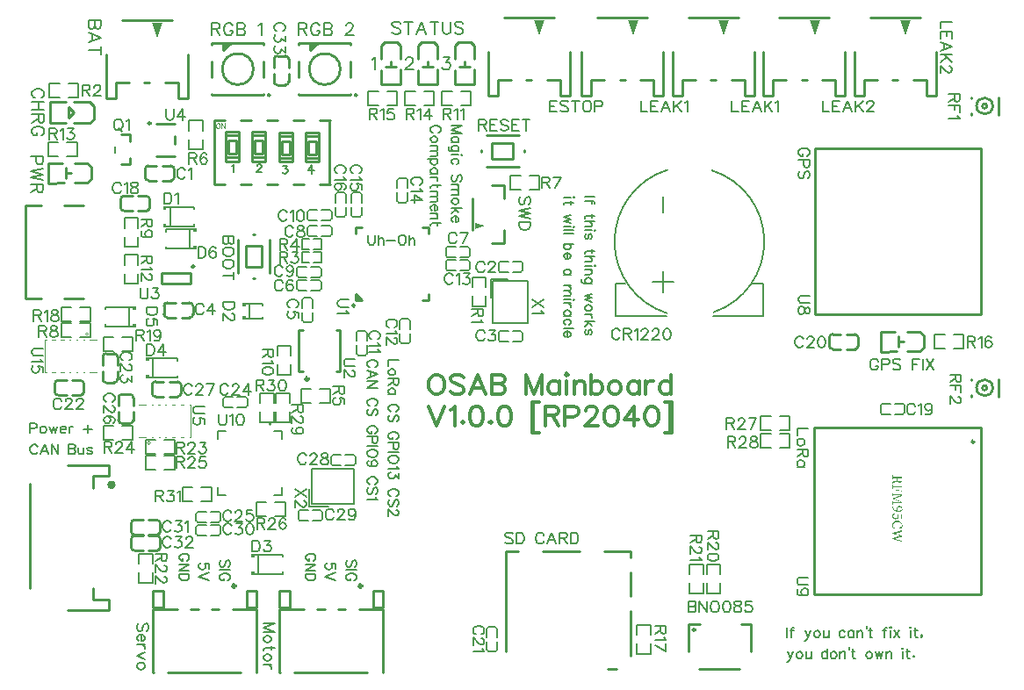
<source format=gto>
G04 Layer: TopSilkscreenLayer*
G04 EasyEDA v6.5.44, 2024-09-11 13:33:57*
G04 d97fa038366940f8a7afa66022820b17,998d2601f2934e99b29d4200b4e4a5d6,10*
G04 Gerber Generator version 0.2*
G04 Scale: 100 percent, Rotated: No, Reflected: No *
G04 Dimensions in inches *
G04 leading zeros omitted , absolute positions ,3 integer and 6 decimal *
%FSLAX36Y36*%
%MOIN*%

%ADD10C,0.0080*%
%ADD11C,0.0060*%
%ADD12C,0.0060*%
%ADD13C,0.0050*%
%ADD14C,0.0120*%
%ADD15C,0.0039*%
%ADD16C,0.0079*%
%ADD17C,0.0100*%
%ADD18C,0.0059*%
%ADD19C,0.0060*%
%ADD20C,0.0098*%
%ADD21C,0.0157*%
%ADD22C,0.0118*%
%ADD23C,0.0063*%
%ADD24C,0.0184*%

%LPD*%
G36*
X3290000Y752600D02*
G01*
X3290000Y737200D01*
X3291900Y737200D01*
X3292500Y742200D01*
X3299660Y742380D01*
X3313320Y742400D01*
X3320880Y742320D01*
X3324500Y742200D01*
X3324500Y737500D01*
X3324000Y733780D01*
X3322559Y731160D01*
X3320240Y729620D01*
X3317100Y729100D01*
X3313960Y729640D01*
X3311460Y731280D01*
X3309800Y734040D01*
X3309200Y737900D01*
X3309200Y742400D01*
X3307100Y742400D01*
X3307100Y739500D01*
X3306880Y736540D01*
X3306040Y734440D01*
X3304360Y732980D01*
X3301600Y732000D01*
X3293000Y729700D01*
X3291360Y729060D01*
X3290280Y728000D01*
X3289680Y726400D01*
X3289500Y724200D01*
X3289640Y721880D01*
X3290000Y720100D01*
X3291900Y720100D01*
X3292300Y724300D01*
X3300899Y726800D01*
X3303639Y727880D01*
X3305620Y729280D01*
X3306980Y731080D01*
X3307799Y733400D01*
X3308340Y731220D01*
X3309120Y729320D01*
X3310080Y727700D01*
X3311240Y726380D01*
X3312540Y725340D01*
X3313940Y724599D01*
X3315440Y724140D01*
X3317000Y724000D01*
X3319160Y724220D01*
X3321080Y724900D01*
X3322720Y725980D01*
X3324080Y727480D01*
X3325179Y729380D01*
X3325960Y731640D01*
X3326440Y734240D01*
X3326600Y737200D01*
X3326600Y752600D01*
X3324700Y752600D01*
X3324200Y747400D01*
X3292400Y747400D01*
X3291900Y752600D01*
G37*
G36*
X3290000Y716800D02*
G01*
X3290000Y701300D01*
X3291900Y701300D01*
X3292500Y706500D01*
X3307600Y706600D01*
X3307600Y698000D01*
X3301800Y697300D01*
X3301800Y695000D01*
X3315100Y695000D01*
X3315100Y697300D01*
X3309700Y698000D01*
X3309700Y706600D01*
X3324300Y706500D01*
X3324300Y693500D01*
X3317000Y692000D01*
X3317000Y689300D01*
X3326600Y689599D01*
X3326600Y716800D01*
X3324700Y716800D01*
X3324200Y711700D01*
X3303279Y711600D01*
X3292400Y711700D01*
X3291900Y716800D01*
G37*
G36*
X3290000Y685500D02*
G01*
X3290000Y673199D01*
X3291900Y673199D01*
X3292600Y678000D01*
X3311139Y678040D01*
X3321400Y678300D01*
X3290000Y665500D01*
X3290000Y663100D01*
X3321500Y650800D01*
X3292400Y650900D01*
X3291900Y655699D01*
X3290000Y655699D01*
X3290000Y640800D01*
X3291900Y640800D01*
X3292400Y645800D01*
X3313320Y645900D01*
X3324200Y645800D01*
X3324700Y640699D01*
X3326600Y640699D01*
X3326600Y651300D01*
X3296300Y663100D01*
X3326600Y675500D01*
X3326600Y685500D01*
X3324700Y685500D01*
X3324100Y680500D01*
X3292600Y680500D01*
X3291900Y685500D01*
G37*
G36*
X3315700Y636500D02*
G01*
X3313279Y636280D01*
X3311120Y635680D01*
X3309240Y634700D01*
X3307660Y633420D01*
X3306380Y631840D01*
X3305460Y630040D01*
X3304900Y628040D01*
X3304700Y625900D01*
X3304814Y624400D01*
X3307600Y624400D01*
X3308120Y627320D01*
X3309700Y629680D01*
X3312400Y631240D01*
X3316300Y631800D01*
X3320200Y631280D01*
X3323020Y629840D01*
X3324720Y627700D01*
X3325299Y625100D01*
X3325120Y623660D01*
X3324540Y622340D01*
X3323560Y621200D01*
X3322180Y620200D01*
X3320400Y619400D01*
X3318180Y618800D01*
X3315500Y618420D01*
X3311740Y618320D01*
X3309800Y618400D01*
X3308780Y619720D01*
X3308100Y621140D01*
X3307720Y622680D01*
X3307600Y624400D01*
X3304814Y624400D01*
X3304860Y623800D01*
X3305380Y621880D01*
X3306220Y620140D01*
X3307400Y618600D01*
X3305480Y619000D01*
X3303639Y619540D01*
X3301900Y620220D01*
X3300280Y621060D01*
X3298740Y622060D01*
X3297280Y623220D01*
X3295940Y624540D01*
X3294700Y626040D01*
X3293540Y627720D01*
X3292500Y629600D01*
X3291540Y631640D01*
X3290700Y633900D01*
X3289000Y633500D01*
X3289700Y630960D01*
X3290560Y628600D01*
X3291520Y626420D01*
X3292620Y624420D01*
X3293840Y622620D01*
X3295160Y620980D01*
X3296580Y619500D01*
X3298080Y618220D01*
X3299700Y617080D01*
X3301380Y616120D01*
X3303140Y615300D01*
X3304960Y614640D01*
X3306840Y614140D01*
X3308780Y613780D01*
X3310779Y613560D01*
X3312799Y613500D01*
X3315980Y613700D01*
X3318840Y614280D01*
X3321340Y615240D01*
X3323440Y616540D01*
X3325120Y618180D01*
X3326380Y620120D01*
X3327140Y622380D01*
X3327400Y624900D01*
X3327180Y627360D01*
X3326580Y629580D01*
X3325580Y631560D01*
X3324220Y633260D01*
X3322520Y634620D01*
X3320520Y635640D01*
X3318240Y636280D01*
G37*
G36*
X3296900Y608700D02*
G01*
X3295100Y608180D01*
X3293560Y607420D01*
X3292260Y606440D01*
X3291180Y605260D01*
X3290360Y603860D01*
X3289780Y602260D01*
X3289420Y600480D01*
X3289300Y598500D01*
X3289520Y595720D01*
X3290160Y593200D01*
X3291200Y591020D01*
X3292600Y589180D01*
X3294340Y587700D01*
X3296380Y586600D01*
X3298720Y585940D01*
X3301300Y585700D01*
X3303900Y585920D01*
X3306180Y586560D01*
X3308140Y587600D01*
X3309780Y588980D01*
X3311080Y590720D01*
X3312020Y592740D01*
X3312600Y595060D01*
X3312799Y597600D01*
X3312760Y599100D01*
X3312620Y600520D01*
X3312380Y601860D01*
X3312000Y603200D01*
X3322400Y602500D01*
X3322400Y586700D01*
X3326600Y586700D01*
X3326600Y604600D01*
X3309500Y605700D01*
X3309100Y604300D01*
X3309480Y603000D01*
X3309860Y600400D01*
X3309900Y599100D01*
X3309740Y597200D01*
X3309300Y595520D01*
X3308560Y594040D01*
X3307540Y592820D01*
X3306259Y591820D01*
X3304720Y591100D01*
X3302919Y590660D01*
X3300899Y590500D01*
X3298820Y590640D01*
X3296960Y591040D01*
X3295340Y591700D01*
X3293980Y592620D01*
X3292880Y593800D01*
X3292060Y595220D01*
X3291580Y596900D01*
X3291400Y598800D01*
X3291540Y600540D01*
X3291900Y602200D01*
X3296820Y603680D01*
X3297880Y604280D01*
X3298440Y605060D01*
X3298600Y606100D01*
X3298480Y606940D01*
X3298159Y607660D01*
X3297620Y608260D01*
G37*
G36*
X3308399Y580700D02*
G01*
X3305620Y580540D01*
X3303020Y580100D01*
X3300600Y579360D01*
X3298360Y578340D01*
X3296320Y577080D01*
X3294520Y575560D01*
X3292960Y573820D01*
X3291640Y571860D01*
X3290600Y569680D01*
X3289840Y567340D01*
X3289360Y564800D01*
X3289200Y562100D01*
X3289360Y559220D01*
X3289820Y556420D01*
X3290640Y553740D01*
X3291800Y551200D01*
X3299900Y551100D01*
X3299900Y554100D01*
X3293000Y555400D01*
X3292360Y556980D01*
X3291920Y558580D01*
X3291680Y560160D01*
X3291600Y561700D01*
X3291720Y563600D01*
X3292080Y565400D01*
X3292679Y567080D01*
X3293519Y568640D01*
X3294580Y570060D01*
X3295880Y571320D01*
X3297400Y572420D01*
X3299160Y573360D01*
X3301139Y574100D01*
X3303340Y574640D01*
X3305760Y574980D01*
X3308399Y575100D01*
X3311019Y574980D01*
X3313420Y574620D01*
X3315600Y574040D01*
X3317580Y573260D01*
X3319320Y572300D01*
X3320840Y571160D01*
X3322120Y569840D01*
X3323200Y568400D01*
X3324020Y566840D01*
X3324620Y565140D01*
X3324980Y563360D01*
X3325100Y561500D01*
X3325020Y560140D01*
X3324780Y558740D01*
X3324380Y557320D01*
X3323800Y555900D01*
X3316800Y554500D01*
X3316800Y551600D01*
X3324800Y551600D01*
X3326100Y554360D01*
X3326940Y557040D01*
X3327380Y559620D01*
X3327500Y562100D01*
X3327340Y564720D01*
X3326860Y567200D01*
X3326080Y569520D01*
X3325020Y571680D01*
X3323680Y573640D01*
X3322120Y575420D01*
X3320299Y576960D01*
X3318279Y578260D01*
X3316060Y579300D01*
X3313660Y580060D01*
X3311100Y580540D01*
G37*
G36*
X3324700Y548500D02*
G01*
X3324300Y543900D01*
X3289700Y534100D01*
X3289700Y531800D01*
X3318600Y522800D01*
X3289700Y513300D01*
X3289700Y511000D01*
X3324100Y501700D01*
X3324700Y497000D01*
X3326600Y497000D01*
X3326600Y509500D01*
X3324700Y509500D01*
X3324100Y504300D01*
X3297700Y511400D01*
X3324100Y519700D01*
X3324700Y514099D01*
X3326600Y514099D01*
X3326600Y528800D01*
X3324700Y528800D01*
X3324100Y523300D01*
X3297799Y531800D01*
X3324100Y538900D01*
X3324700Y533700D01*
X3326600Y533700D01*
X3326600Y548500D01*
G37*
D10*
X1035000Y2470500D02*
G01*
X1035000Y2422700D01*
X1035000Y2470500D02*
G01*
X1055500Y2470500D01*
X1062299Y2468200D01*
X1064499Y2465900D01*
X1066800Y2461399D01*
X1066800Y2456799D01*
X1064499Y2452300D01*
X1062299Y2450000D01*
X1055500Y2447700D01*
X1035000Y2447700D01*
X1050900Y2447700D02*
G01*
X1066800Y2422700D01*
X1115900Y2459099D02*
G01*
X1113599Y2463600D01*
X1109099Y2468200D01*
X1104499Y2470500D01*
X1095500Y2470500D01*
X1090900Y2468200D01*
X1086400Y2463600D01*
X1084099Y2459099D01*
X1081800Y2452300D01*
X1081800Y2440900D01*
X1084099Y2434099D01*
X1086400Y2429499D01*
X1090900Y2425000D01*
X1095500Y2422700D01*
X1104499Y2422700D01*
X1109099Y2425000D01*
X1113599Y2429499D01*
X1115900Y2434099D01*
X1115900Y2440900D01*
X1104499Y2440900D02*
G01*
X1115900Y2440900D01*
X1130900Y2470500D02*
G01*
X1130900Y2422700D01*
X1130900Y2470500D02*
G01*
X1151400Y2470500D01*
X1158199Y2468200D01*
X1160500Y2465900D01*
X1162700Y2461399D01*
X1162700Y2456799D01*
X1160500Y2452300D01*
X1158199Y2450000D01*
X1151400Y2447700D01*
X1130900Y2447700D02*
G01*
X1151400Y2447700D01*
X1158199Y2445500D01*
X1160500Y2443200D01*
X1162700Y2438600D01*
X1162700Y2431799D01*
X1160500Y2427300D01*
X1158199Y2425000D01*
X1151400Y2422700D01*
X1130900Y2422700D01*
X1215000Y2459099D02*
G01*
X1215000Y2461399D01*
X1217299Y2465900D01*
X1219499Y2468200D01*
X1224099Y2470500D01*
X1233199Y2470500D01*
X1237700Y2468200D01*
X1240000Y2465900D01*
X1242299Y2461399D01*
X1242299Y2456799D01*
X1240000Y2452300D01*
X1235500Y2445500D01*
X1212700Y2422700D01*
X1244499Y2422700D01*
X705000Y2470500D02*
G01*
X705000Y2422700D01*
X705000Y2470500D02*
G01*
X725500Y2470500D01*
X732300Y2468200D01*
X734499Y2465900D01*
X736799Y2461399D01*
X736799Y2456799D01*
X734499Y2452300D01*
X732300Y2450000D01*
X725500Y2447700D01*
X705000Y2447700D01*
X720900Y2447700D02*
G01*
X736799Y2422700D01*
X785900Y2459099D02*
G01*
X783599Y2463600D01*
X779099Y2468200D01*
X774499Y2470500D01*
X765500Y2470500D01*
X760900Y2468200D01*
X756399Y2463600D01*
X754099Y2459099D01*
X751799Y2452300D01*
X751799Y2440900D01*
X754099Y2434099D01*
X756399Y2429499D01*
X760900Y2425000D01*
X765500Y2422700D01*
X774499Y2422700D01*
X779099Y2425000D01*
X783599Y2429499D01*
X785900Y2434099D01*
X785900Y2440900D01*
X774499Y2440900D02*
G01*
X785900Y2440900D01*
X800900Y2470500D02*
G01*
X800900Y2422700D01*
X800900Y2470500D02*
G01*
X821400Y2470500D01*
X828199Y2468200D01*
X830500Y2465900D01*
X832700Y2461399D01*
X832700Y2456799D01*
X830500Y2452300D01*
X828199Y2450000D01*
X821400Y2447700D01*
X800900Y2447700D02*
G01*
X821400Y2447700D01*
X828199Y2445500D01*
X830500Y2443200D01*
X832700Y2438600D01*
X832700Y2431799D01*
X830500Y2427300D01*
X828199Y2425000D01*
X821400Y2422700D01*
X800900Y2422700D01*
X882700Y2461399D02*
G01*
X887299Y2463600D01*
X894099Y2470500D01*
X894099Y2422700D01*
D11*
X1848599Y529299D02*
G01*
X1844499Y533400D01*
X1838400Y535399D01*
X1830200Y535399D01*
X1824099Y533400D01*
X1820000Y529299D01*
X1820000Y525199D01*
X1821999Y521100D01*
X1824099Y519000D01*
X1828199Y516999D01*
X1840500Y512899D01*
X1844499Y510900D01*
X1846599Y508800D01*
X1848599Y504699D01*
X1848599Y498600D01*
X1844499Y494499D01*
X1838400Y492500D01*
X1830200Y492500D01*
X1824099Y494499D01*
X1820000Y498600D01*
X1862100Y535399D02*
G01*
X1862100Y492500D01*
X1862100Y535399D02*
G01*
X1876499Y535399D01*
X1882600Y533400D01*
X1886700Y529299D01*
X1888699Y525199D01*
X1890799Y519000D01*
X1890799Y508800D01*
X1888699Y502699D01*
X1886700Y498600D01*
X1882600Y494499D01*
X1876499Y492500D01*
X1862100Y492500D01*
X1966499Y525199D02*
G01*
X1964399Y529299D01*
X1960299Y533400D01*
X1956199Y535399D01*
X1948000Y535399D01*
X1943999Y533400D01*
X1939899Y529299D01*
X1937799Y525199D01*
X1935799Y519000D01*
X1935799Y508800D01*
X1937799Y502699D01*
X1939899Y498600D01*
X1943999Y494499D01*
X1948000Y492500D01*
X1956199Y492500D01*
X1960299Y494499D01*
X1964399Y498600D01*
X1966499Y502699D01*
X1996300Y535399D02*
G01*
X1980000Y492500D01*
X1996300Y535399D02*
G01*
X2012700Y492500D01*
X1986099Y506799D02*
G01*
X2006499Y506799D01*
X2026199Y535399D02*
G01*
X2026199Y492500D01*
X2026199Y535399D02*
G01*
X2044600Y535399D01*
X2050699Y533400D01*
X2052799Y531300D01*
X2054799Y527199D01*
X2054799Y523099D01*
X2052799Y519000D01*
X2050699Y516999D01*
X2044600Y515000D01*
X2026199Y515000D01*
X2040500Y515000D02*
G01*
X2054799Y492500D01*
X2068299Y535399D02*
G01*
X2068299Y492500D01*
X2068299Y535399D02*
G01*
X2082600Y535399D01*
X2088800Y533400D01*
X2092899Y529299D01*
X2094899Y525199D01*
X2096999Y519000D01*
X2096999Y508800D01*
X2094899Y502699D01*
X2092899Y498600D01*
X2088800Y494499D01*
X2082600Y492500D01*
X2068299Y492500D01*
X1990000Y2175399D02*
G01*
X1990000Y2132500D01*
X1990000Y2175399D02*
G01*
X2016599Y2175399D01*
X1990000Y2155000D02*
G01*
X2006400Y2155000D01*
X1990000Y2132500D02*
G01*
X2016599Y2132500D01*
X2058699Y2169299D02*
G01*
X2054600Y2173400D01*
X2048500Y2175399D01*
X2040299Y2175399D01*
X2034200Y2173400D01*
X2030100Y2169299D01*
X2030100Y2165200D01*
X2032100Y2161100D01*
X2034200Y2159000D01*
X2038299Y2156999D01*
X2050500Y2152899D01*
X2054600Y2150900D01*
X2056700Y2148800D01*
X2058699Y2144699D01*
X2058699Y2138600D01*
X2054600Y2134499D01*
X2048500Y2132500D01*
X2040299Y2132500D01*
X2034200Y2134499D01*
X2030100Y2138600D01*
X2086499Y2175399D02*
G01*
X2086499Y2132500D01*
X2072200Y2175399D02*
G01*
X2100900Y2175399D01*
X2126599Y2175399D02*
G01*
X2122500Y2173400D01*
X2118500Y2169299D01*
X2116400Y2165200D01*
X2114399Y2159000D01*
X2114399Y2148800D01*
X2116400Y2142700D01*
X2118500Y2138600D01*
X2122500Y2134499D01*
X2126599Y2132500D01*
X2134799Y2132500D01*
X2138900Y2134499D01*
X2143000Y2138600D01*
X2145000Y2142700D01*
X2147100Y2148800D01*
X2147100Y2159000D01*
X2145000Y2165200D01*
X2143000Y2169299D01*
X2138900Y2173400D01*
X2134799Y2175399D01*
X2126599Y2175399D01*
X2160600Y2175399D02*
G01*
X2160600Y2132500D01*
X2160600Y2175399D02*
G01*
X2178999Y2175399D01*
X2185100Y2173400D01*
X2187200Y2171300D01*
X2189200Y2167199D01*
X2189200Y2161100D01*
X2187200Y2156999D01*
X2185100Y2155000D01*
X2178999Y2152899D01*
X2160600Y2152899D01*
X459299Y161399D02*
G01*
X463400Y165500D01*
X465399Y171599D01*
X465399Y179800D01*
X463400Y185900D01*
X459299Y190000D01*
X455199Y190000D01*
X451100Y188000D01*
X449000Y185900D01*
X446999Y181799D01*
X442899Y169499D01*
X440900Y165500D01*
X438800Y163400D01*
X434699Y161399D01*
X428600Y161399D01*
X424499Y165500D01*
X422500Y171599D01*
X422500Y179800D01*
X424499Y185900D01*
X428600Y190000D01*
X438800Y147899D02*
G01*
X438800Y123299D01*
X442899Y123299D01*
X446999Y125399D01*
X449000Y127399D01*
X451100Y131500D01*
X451100Y137600D01*
X449000Y141700D01*
X445000Y145799D01*
X438800Y147899D01*
X434699Y147899D01*
X428600Y145799D01*
X424499Y141700D01*
X422500Y137600D01*
X422500Y131500D01*
X424499Y127399D01*
X428600Y123299D01*
X451100Y109800D02*
G01*
X422500Y109800D01*
X438800Y109800D02*
G01*
X445000Y107800D01*
X449000Y103699D01*
X451100Y99600D01*
X451100Y93499D01*
X451100Y80000D02*
G01*
X422500Y67699D01*
X451100Y55399D02*
G01*
X422500Y67699D01*
X451100Y31700D02*
G01*
X449000Y35799D01*
X445000Y39899D01*
X438800Y41900D01*
X434699Y41900D01*
X428600Y39899D01*
X424499Y35799D01*
X422500Y31700D01*
X422500Y25500D01*
X424499Y21500D01*
X428600Y17399D01*
X434699Y15300D01*
X438800Y15300D01*
X445000Y17399D01*
X449000Y21500D01*
X451100Y25500D01*
X451100Y31700D01*
X945399Y190000D02*
G01*
X902500Y190000D01*
X945399Y190000D02*
G01*
X902500Y173600D01*
X945399Y157300D02*
G01*
X902500Y173600D01*
X945399Y157300D02*
G01*
X902500Y157300D01*
X931099Y133499D02*
G01*
X928999Y137600D01*
X925000Y141700D01*
X918800Y143800D01*
X914700Y143800D01*
X908599Y141700D01*
X904499Y137600D01*
X902500Y133499D01*
X902500Y127399D01*
X904499Y123299D01*
X908599Y119200D01*
X914700Y117199D01*
X918800Y117199D01*
X925000Y119200D01*
X928999Y123299D01*
X931099Y127399D01*
X931099Y133499D01*
X945399Y97500D02*
G01*
X910600Y97500D01*
X904499Y95500D01*
X902500Y91399D01*
X902500Y87300D01*
X931099Y103699D02*
G01*
X931099Y89400D01*
X931099Y63600D02*
G01*
X928999Y67699D01*
X925000Y71799D01*
X918800Y73800D01*
X914700Y73800D01*
X908599Y71799D01*
X904499Y67699D01*
X902500Y63600D01*
X902500Y57500D01*
X904499Y53400D01*
X908599Y49299D01*
X914700Y47199D01*
X918800Y47199D01*
X925000Y49299D01*
X928999Y53400D01*
X931099Y57500D01*
X931099Y63600D01*
X931099Y33699D02*
G01*
X902500Y33699D01*
X918800Y33699D02*
G01*
X925000Y31700D01*
X928999Y27600D01*
X931099Y23499D01*
X931099Y17399D01*
X790399Y1660000D02*
G01*
X747500Y1660000D01*
X790399Y1660000D02*
G01*
X790399Y1641599D01*
X788400Y1635500D01*
X786300Y1633400D01*
X782200Y1631399D01*
X778100Y1631399D01*
X773999Y1633400D01*
X771999Y1635500D01*
X770000Y1641599D01*
X770000Y1660000D02*
G01*
X770000Y1641599D01*
X767899Y1635500D01*
X765900Y1633400D01*
X761800Y1631399D01*
X755599Y1631399D01*
X751500Y1633400D01*
X749499Y1635500D01*
X747500Y1641599D01*
X747500Y1660000D01*
X790399Y1605599D02*
G01*
X788400Y1609699D01*
X784300Y1613800D01*
X780200Y1615799D01*
X773999Y1617899D01*
X763800Y1617899D01*
X757699Y1615799D01*
X753600Y1613800D01*
X749499Y1609699D01*
X747500Y1605599D01*
X747500Y1597399D01*
X749499Y1593299D01*
X753600Y1589200D01*
X757699Y1587199D01*
X763800Y1585100D01*
X773999Y1585100D01*
X780200Y1587199D01*
X784300Y1589200D01*
X788400Y1593299D01*
X790399Y1597399D01*
X790399Y1605599D01*
X790399Y1559400D02*
G01*
X788400Y1563499D01*
X784300Y1567500D01*
X780200Y1569600D01*
X773999Y1571599D01*
X763800Y1571599D01*
X757699Y1569600D01*
X753600Y1567500D01*
X749499Y1563499D01*
X747500Y1559400D01*
X747500Y1551199D01*
X749499Y1547100D01*
X753600Y1543000D01*
X757699Y1540999D01*
X763800Y1538899D01*
X773999Y1538899D01*
X780200Y1540999D01*
X784300Y1543000D01*
X788400Y1547100D01*
X790399Y1551199D01*
X790399Y1559400D01*
X790399Y1511100D02*
G01*
X747500Y1511100D01*
X790399Y1525399D02*
G01*
X790399Y1496799D01*
X1720000Y2103879D02*
G01*
X1720000Y2060979D01*
X1720000Y2103879D02*
G01*
X1738400Y2103879D01*
X1744499Y2101880D01*
X1746599Y2099780D01*
X1748599Y2095680D01*
X1748599Y2091579D01*
X1746599Y2087480D01*
X1744499Y2085479D01*
X1738400Y2083479D01*
X1720000Y2083479D01*
X1734300Y2083479D02*
G01*
X1748599Y2060979D01*
X1762100Y2103879D02*
G01*
X1762100Y2060979D01*
X1762100Y2103879D02*
G01*
X1788699Y2103879D01*
X1762100Y2083479D02*
G01*
X1778500Y2083479D01*
X1762100Y2060979D02*
G01*
X1788699Y2060979D01*
X1830900Y2097779D02*
G01*
X1826800Y2101880D01*
X1820600Y2103879D01*
X1812500Y2103879D01*
X1806300Y2101880D01*
X1802200Y2097779D01*
X1802200Y2093679D01*
X1804300Y2089580D01*
X1806300Y2087480D01*
X1810399Y2085479D01*
X1822700Y2081379D01*
X1826800Y2079380D01*
X1828800Y2077280D01*
X1830900Y2073180D01*
X1830900Y2067080D01*
X1826800Y2062979D01*
X1820600Y2060979D01*
X1812500Y2060979D01*
X1806300Y2062979D01*
X1802200Y2067080D01*
X1844399Y2103879D02*
G01*
X1844399Y2060979D01*
X1844399Y2103879D02*
G01*
X1871000Y2103879D01*
X1844399Y2083479D02*
G01*
X1860699Y2083479D01*
X1844399Y2060979D02*
G01*
X1871000Y2060979D01*
X1898800Y2103879D02*
G01*
X1898800Y2060979D01*
X1884499Y2103879D02*
G01*
X1913100Y2103879D01*
D10*
X285439Y2480000D02*
G01*
X237739Y2480000D01*
X285439Y2480000D02*
G01*
X285439Y2459499D01*
X283139Y2452700D01*
X280940Y2450500D01*
X276340Y2448200D01*
X271840Y2448200D01*
X267240Y2450500D01*
X265039Y2452700D01*
X262739Y2459499D01*
X262739Y2480000D02*
G01*
X262739Y2459499D01*
X260439Y2452700D01*
X258139Y2450500D01*
X253640Y2448200D01*
X246840Y2448200D01*
X242240Y2450500D01*
X240039Y2452700D01*
X237739Y2459499D01*
X237739Y2480000D01*
X285439Y2415000D02*
G01*
X237739Y2433200D01*
X285439Y2415000D02*
G01*
X237739Y2396799D01*
X253640Y2426399D02*
G01*
X253640Y2403600D01*
X285439Y2365900D02*
G01*
X237739Y2365900D01*
X285439Y2381799D02*
G01*
X285439Y2350000D01*
X59099Y2185900D02*
G01*
X63600Y2188200D01*
X68200Y2192700D01*
X70500Y2197300D01*
X70500Y2206399D01*
X68200Y2210900D01*
X63600Y2215500D01*
X59099Y2217700D01*
X52300Y2220000D01*
X40900Y2220000D01*
X34099Y2217700D01*
X29499Y2215500D01*
X25000Y2210900D01*
X22699Y2206399D01*
X22699Y2197300D01*
X25000Y2192700D01*
X29499Y2188200D01*
X34099Y2185900D01*
X70500Y2170900D02*
G01*
X22699Y2170900D01*
X70500Y2139099D02*
G01*
X22699Y2139099D01*
X47699Y2170900D02*
G01*
X47699Y2139099D01*
X70500Y2124099D02*
G01*
X22699Y2124099D01*
X70500Y2124099D02*
G01*
X70500Y2103600D01*
X68200Y2096799D01*
X65900Y2094499D01*
X61399Y2092300D01*
X56799Y2092300D01*
X52300Y2094499D01*
X50000Y2096799D01*
X47699Y2103600D01*
X47699Y2124099D01*
X47699Y2108200D02*
G01*
X22699Y2092300D01*
X59099Y2043200D02*
G01*
X63600Y2045500D01*
X68200Y2050000D01*
X70500Y2054499D01*
X70500Y2063600D01*
X68200Y2068200D01*
X63600Y2072699D01*
X59099Y2075000D01*
X52300Y2077300D01*
X40900Y2077300D01*
X34099Y2075000D01*
X29499Y2072699D01*
X25000Y2068200D01*
X22699Y2063600D01*
X22699Y2054499D01*
X25000Y2050000D01*
X29499Y2045500D01*
X34099Y2043200D01*
X40900Y2043200D01*
X40900Y2054499D02*
G01*
X40900Y2043200D01*
X65500Y1965000D02*
G01*
X17699Y1965000D01*
X65500Y1965000D02*
G01*
X65500Y1944499D01*
X63200Y1937699D01*
X60900Y1935500D01*
X56399Y1933200D01*
X49499Y1933200D01*
X45000Y1935500D01*
X42699Y1937699D01*
X40500Y1944499D01*
X40500Y1965000D01*
X65500Y1918200D02*
G01*
X17699Y1906799D01*
X65500Y1895500D02*
G01*
X17699Y1906799D01*
X65500Y1895500D02*
G01*
X17699Y1884099D01*
X65500Y1872699D02*
G01*
X17699Y1884099D01*
X65500Y1857699D02*
G01*
X17699Y1857699D01*
X65500Y1857699D02*
G01*
X65500Y1837300D01*
X63200Y1830500D01*
X60900Y1828200D01*
X56399Y1825900D01*
X51799Y1825900D01*
X47300Y1828200D01*
X45000Y1830500D01*
X42699Y1837300D01*
X42699Y1857699D01*
X42699Y1841799D02*
G01*
X17699Y1825900D01*
X1421800Y2468600D02*
G01*
X1417299Y2473200D01*
X1410500Y2475500D01*
X1401400Y2475500D01*
X1394499Y2473200D01*
X1390000Y2468600D01*
X1390000Y2464099D01*
X1392299Y2459499D01*
X1394499Y2457300D01*
X1399099Y2455000D01*
X1412700Y2450500D01*
X1417299Y2448200D01*
X1419499Y2445900D01*
X1421800Y2441399D01*
X1421800Y2434499D01*
X1417299Y2430000D01*
X1410500Y2427700D01*
X1401400Y2427700D01*
X1394499Y2430000D01*
X1390000Y2434499D01*
X1452700Y2475500D02*
G01*
X1452700Y2427700D01*
X1436800Y2475500D02*
G01*
X1468599Y2475500D01*
X1501800Y2475500D02*
G01*
X1483599Y2427700D01*
X1501800Y2475500D02*
G01*
X1520000Y2427700D01*
X1490500Y2443600D02*
G01*
X1513199Y2443600D01*
X1550900Y2475500D02*
G01*
X1550900Y2427700D01*
X1535000Y2475500D02*
G01*
X1566800Y2475500D01*
X1581800Y2475500D02*
G01*
X1581800Y2441399D01*
X1584099Y2434499D01*
X1588599Y2430000D01*
X1595500Y2427700D01*
X1600000Y2427700D01*
X1606800Y2430000D01*
X1611400Y2434499D01*
X1613599Y2441399D01*
X1613599Y2475500D01*
X1660500Y2468600D02*
G01*
X1655900Y2473200D01*
X1649099Y2475500D01*
X1640000Y2475500D01*
X1633199Y2473200D01*
X1628599Y2468600D01*
X1628599Y2464099D01*
X1630900Y2459499D01*
X1633199Y2457300D01*
X1637700Y2455000D01*
X1651400Y2450500D01*
X1655900Y2448200D01*
X1658199Y2445900D01*
X1660500Y2441399D01*
X1660500Y2434499D01*
X1655900Y2430000D01*
X1649099Y2427700D01*
X1640000Y2427700D01*
X1633199Y2430000D01*
X1628599Y2434499D01*
X1315000Y2331399D02*
G01*
X1319499Y2333600D01*
X1326400Y2340500D01*
X1326400Y2292700D01*
X1442299Y2329099D02*
G01*
X1442299Y2331399D01*
X1444499Y2335900D01*
X1446800Y2338200D01*
X1451400Y2340500D01*
X1460500Y2340500D01*
X1465000Y2338200D01*
X1467299Y2335900D01*
X1469499Y2331399D01*
X1469499Y2326799D01*
X1467299Y2322300D01*
X1462700Y2315500D01*
X1440000Y2292700D01*
X1471800Y2292700D01*
X1584499Y2340500D02*
G01*
X1609499Y2340500D01*
X1595900Y2322300D01*
X1602700Y2322300D01*
X1607299Y2320000D01*
X1609499Y2317700D01*
X1611800Y2310900D01*
X1611800Y2306399D01*
X1609499Y2299499D01*
X1605000Y2295000D01*
X1598199Y2292700D01*
X1591400Y2292700D01*
X1584499Y2295000D01*
X1582299Y2297300D01*
X1580000Y2301799D01*
D11*
X17031Y950956D02*
G01*
X17031Y912755D01*
X17031Y950956D02*
G01*
X33431Y950956D01*
X38832Y949056D01*
X40632Y947256D01*
X42532Y943656D01*
X42532Y938155D01*
X40632Y934555D01*
X38832Y932755D01*
X33431Y930956D01*
X17031Y930956D01*
X63532Y938155D02*
G01*
X59931Y936356D01*
X56332Y932755D01*
X54531Y927256D01*
X54531Y923656D01*
X56332Y918155D01*
X59931Y914555D01*
X63532Y912755D01*
X69032Y912755D01*
X72631Y914555D01*
X76332Y918155D01*
X78132Y923656D01*
X78132Y927256D01*
X76332Y932755D01*
X72631Y936356D01*
X69032Y938155D01*
X63532Y938155D01*
X90131Y938155D02*
G01*
X97431Y912755D01*
X104632Y938155D02*
G01*
X97431Y912755D01*
X104632Y938155D02*
G01*
X111932Y912755D01*
X119232Y938155D02*
G01*
X111932Y912755D01*
X131231Y927256D02*
G01*
X153031Y927256D01*
X153031Y930956D01*
X151231Y934555D01*
X149432Y936356D01*
X145731Y938155D01*
X140331Y938155D01*
X136631Y936356D01*
X133031Y932755D01*
X131231Y927256D01*
X131231Y923656D01*
X133031Y918155D01*
X136631Y914555D01*
X140331Y912755D01*
X145731Y912755D01*
X149432Y914555D01*
X153031Y918155D01*
X165032Y938155D02*
G01*
X165032Y912755D01*
X165032Y927256D02*
G01*
X166831Y932755D01*
X170531Y936356D01*
X174131Y938155D01*
X179531Y938155D01*
X235931Y945455D02*
G01*
X235931Y912755D01*
X219531Y929056D02*
G01*
X252332Y929056D01*
X44331Y861855D02*
G01*
X42532Y865455D01*
X38832Y869056D01*
X35232Y870956D01*
X27932Y870956D01*
X24331Y869056D01*
X20632Y865455D01*
X18832Y861855D01*
X17031Y856356D01*
X17031Y847256D01*
X18832Y841855D01*
X20632Y838155D01*
X24331Y834555D01*
X27932Y832755D01*
X35232Y832755D01*
X38832Y834555D01*
X42532Y838155D01*
X44331Y841855D01*
X70832Y870956D02*
G01*
X56332Y832755D01*
X70832Y870956D02*
G01*
X85432Y832755D01*
X61732Y845455D02*
G01*
X79931Y845455D01*
X97431Y870956D02*
G01*
X97431Y832755D01*
X97431Y870956D02*
G01*
X122831Y832755D01*
X122831Y870956D02*
G01*
X122831Y832755D01*
X162831Y870956D02*
G01*
X162831Y832755D01*
X162831Y870956D02*
G01*
X179232Y870956D01*
X184632Y869056D01*
X186532Y867256D01*
X188332Y863656D01*
X188332Y860055D01*
X186532Y856356D01*
X184632Y854555D01*
X179232Y852755D01*
X162831Y852755D02*
G01*
X179232Y852755D01*
X184632Y850956D01*
X186532Y849056D01*
X188332Y845455D01*
X188332Y840055D01*
X186532Y836356D01*
X184632Y834555D01*
X179232Y832755D01*
X162831Y832755D01*
X200331Y858155D02*
G01*
X200331Y840055D01*
X202132Y834555D01*
X205731Y832755D01*
X211231Y832755D01*
X214832Y834555D01*
X220331Y840055D01*
X220331Y858155D02*
G01*
X220331Y832755D01*
X252332Y852755D02*
G01*
X250531Y856356D01*
X245032Y858155D01*
X239531Y858155D01*
X234131Y856356D01*
X232332Y852755D01*
X234131Y849056D01*
X237732Y847256D01*
X246831Y845455D01*
X250531Y843656D01*
X252332Y840055D01*
X252332Y838155D01*
X250531Y834555D01*
X245032Y832755D01*
X239531Y832755D01*
X234131Y834555D01*
X232332Y838155D01*
D12*
X2335000Y2175399D02*
G01*
X2335000Y2132500D01*
X2335000Y2132500D02*
G01*
X2359499Y2132500D01*
X2373000Y2175399D02*
G01*
X2373000Y2132500D01*
X2373000Y2175399D02*
G01*
X2399600Y2175399D01*
X2373000Y2155000D02*
G01*
X2389399Y2155000D01*
X2373000Y2132500D02*
G01*
X2399600Y2132500D01*
X2429499Y2175399D02*
G01*
X2413100Y2132500D01*
X2429499Y2175399D02*
G01*
X2445900Y2132500D01*
X2419300Y2146799D02*
G01*
X2439700Y2146799D01*
X2459399Y2175399D02*
G01*
X2459399Y2132500D01*
X2488000Y2175399D02*
G01*
X2459399Y2146799D01*
X2469600Y2156999D02*
G01*
X2488000Y2132500D01*
X2501499Y2167199D02*
G01*
X2505600Y2169299D01*
X2511700Y2175399D01*
X2511700Y2132500D01*
X2680000Y2175399D02*
G01*
X2680000Y2132500D01*
X2680000Y2132500D02*
G01*
X2704499Y2132500D01*
X2718000Y2175399D02*
G01*
X2718000Y2132500D01*
X2718000Y2175399D02*
G01*
X2744600Y2175399D01*
X2718000Y2155000D02*
G01*
X2734399Y2155000D01*
X2718000Y2132500D02*
G01*
X2744600Y2132500D01*
X2774499Y2175399D02*
G01*
X2758100Y2132500D01*
X2774499Y2175399D02*
G01*
X2790900Y2132500D01*
X2764300Y2146799D02*
G01*
X2784700Y2146799D01*
X2804399Y2175399D02*
G01*
X2804399Y2132500D01*
X2833000Y2175399D02*
G01*
X2804399Y2146799D01*
X2814600Y2156999D02*
G01*
X2833000Y2132500D01*
X2846499Y2167199D02*
G01*
X2850600Y2169299D01*
X2856700Y2175399D01*
X2856700Y2132500D01*
X3025000Y2175399D02*
G01*
X3025000Y2132500D01*
X3025000Y2132500D02*
G01*
X3049499Y2132500D01*
X3063000Y2175399D02*
G01*
X3063000Y2132500D01*
X3063000Y2175399D02*
G01*
X3089600Y2175399D01*
X3063000Y2155000D02*
G01*
X3079399Y2155000D01*
X3063000Y2132500D02*
G01*
X3089600Y2132500D01*
X3119499Y2175399D02*
G01*
X3103100Y2132500D01*
X3119499Y2175399D02*
G01*
X3135900Y2132500D01*
X3109300Y2146799D02*
G01*
X3129700Y2146799D01*
X3149399Y2175399D02*
G01*
X3149399Y2132500D01*
X3178000Y2175399D02*
G01*
X3149399Y2146799D01*
X3159600Y2156999D02*
G01*
X3178000Y2132500D01*
X3193500Y2165200D02*
G01*
X3193500Y2167199D01*
X3195600Y2171300D01*
X3197600Y2173400D01*
X3201700Y2175399D01*
X3209899Y2175399D01*
X3213999Y2173400D01*
X3216000Y2171300D01*
X3218100Y2167199D01*
X3218100Y2163099D01*
X3216000Y2159000D01*
X3211999Y2152899D01*
X3191499Y2132500D01*
X3220100Y2132500D01*
X3515399Y2475000D02*
G01*
X3472500Y2475000D01*
X3472500Y2475000D02*
G01*
X3472500Y2450500D01*
X3515399Y2436999D02*
G01*
X3472500Y2436999D01*
X3515399Y2436999D02*
G01*
X3515399Y2410399D01*
X3495000Y2436999D02*
G01*
X3495000Y2420599D01*
X3472500Y2436999D02*
G01*
X3472500Y2410399D01*
X3515399Y2380500D02*
G01*
X3472500Y2396900D01*
X3515399Y2380500D02*
G01*
X3472500Y2364099D01*
X3486800Y2390700D02*
G01*
X3486800Y2370300D01*
X3515399Y2350599D02*
G01*
X3472500Y2350599D01*
X3515399Y2321999D02*
G01*
X3486800Y2350599D01*
X3496999Y2340399D02*
G01*
X3472500Y2321999D01*
X3505200Y2306500D02*
G01*
X3507200Y2306500D01*
X3511300Y2304400D01*
X3513400Y2302399D01*
X3515399Y2298299D01*
X3515399Y2290100D01*
X3513400Y2285999D01*
X3511300Y2284000D01*
X3507200Y2281900D01*
X3503100Y2281900D01*
X3498999Y2284000D01*
X3492899Y2288000D01*
X3472500Y2308499D01*
X3472500Y2279899D01*
D11*
X2965200Y1964299D02*
G01*
X2969300Y1966399D01*
X2973400Y1970500D01*
X2975399Y1974499D01*
X2975399Y1982699D01*
X2973400Y1986799D01*
X2969300Y1990900D01*
X2965200Y1993000D01*
X2958999Y1995000D01*
X2948800Y1995000D01*
X2942700Y1993000D01*
X2938599Y1990900D01*
X2934499Y1986799D01*
X2932500Y1982699D01*
X2932500Y1974499D01*
X2934499Y1970500D01*
X2938599Y1966399D01*
X2942700Y1964299D01*
X2948800Y1964299D01*
X2948800Y1974499D02*
G01*
X2948800Y1964299D01*
X2975399Y1950799D02*
G01*
X2932500Y1950799D01*
X2975399Y1950799D02*
G01*
X2975399Y1932399D01*
X2973400Y1926300D01*
X2971300Y1924200D01*
X2967200Y1922199D01*
X2961099Y1922199D01*
X2956999Y1924200D01*
X2955000Y1926300D01*
X2952899Y1932399D01*
X2952899Y1950799D01*
X2969300Y1880000D02*
G01*
X2973400Y1884099D01*
X2975399Y1890300D01*
X2975399Y1898499D01*
X2973400Y1904600D01*
X2969300Y1908699D01*
X2965200Y1908699D01*
X2961099Y1906599D01*
X2958999Y1904600D01*
X2956999Y1900500D01*
X2952899Y1888200D01*
X2950900Y1884099D01*
X2948800Y1882100D01*
X2944700Y1880000D01*
X2938599Y1880000D01*
X2934499Y1884099D01*
X2932500Y1890300D01*
X2932500Y1898499D01*
X2934499Y1904600D01*
X2938599Y1908699D01*
X2970399Y930000D02*
G01*
X2927500Y930000D01*
X2927500Y930000D02*
G01*
X2927500Y905500D01*
X2956099Y881700D02*
G01*
X2953999Y885799D01*
X2950000Y889899D01*
X2943800Y891999D01*
X2939700Y891999D01*
X2933599Y889899D01*
X2929499Y885799D01*
X2927500Y881700D01*
X2927500Y875599D01*
X2929499Y871500D01*
X2933599Y867399D01*
X2939700Y865399D01*
X2943800Y865399D01*
X2950000Y867399D01*
X2953999Y871500D01*
X2956099Y875599D01*
X2956099Y881700D01*
X2970399Y851900D02*
G01*
X2927500Y851900D01*
X2970399Y851900D02*
G01*
X2970399Y833499D01*
X2968400Y827300D01*
X2966300Y825300D01*
X2962200Y823200D01*
X2958100Y823200D01*
X2953999Y825300D01*
X2951999Y827300D01*
X2950000Y833499D01*
X2950000Y851900D01*
X2950000Y837500D02*
G01*
X2927500Y823200D01*
X2956099Y785199D02*
G01*
X2927500Y785199D01*
X2950000Y785199D02*
G01*
X2953999Y789299D01*
X2956099Y793400D01*
X2956099Y799499D01*
X2953999Y803600D01*
X2950000Y807699D01*
X2943800Y809699D01*
X2939700Y809699D01*
X2933599Y807699D01*
X2929499Y803600D01*
X2927500Y799499D01*
X2927500Y793400D01*
X2929499Y789299D01*
X2933599Y785199D01*
X3235699Y1185199D02*
G01*
X3233599Y1189299D01*
X3229499Y1193400D01*
X3225500Y1195399D01*
X3217299Y1195399D01*
X3213199Y1193400D01*
X3209099Y1189299D01*
X3206999Y1185199D01*
X3205000Y1179000D01*
X3205000Y1168800D01*
X3206999Y1162699D01*
X3209099Y1158600D01*
X3213199Y1154499D01*
X3217299Y1152500D01*
X3225500Y1152500D01*
X3229499Y1154499D01*
X3233599Y1158600D01*
X3235699Y1162699D01*
X3235699Y1168800D01*
X3225500Y1168800D02*
G01*
X3235699Y1168800D01*
X3249200Y1195399D02*
G01*
X3249200Y1152500D01*
X3249200Y1195399D02*
G01*
X3267600Y1195399D01*
X3273699Y1193400D01*
X3275799Y1191300D01*
X3277799Y1187199D01*
X3277799Y1181100D01*
X3275799Y1176999D01*
X3273699Y1175000D01*
X3267600Y1172899D01*
X3249200Y1172899D01*
X3320000Y1189299D02*
G01*
X3315900Y1193400D01*
X3309700Y1195399D01*
X3301499Y1195399D01*
X3295399Y1193400D01*
X3291300Y1189299D01*
X3291300Y1185199D01*
X3293400Y1181100D01*
X3295399Y1179000D01*
X3299499Y1176999D01*
X3311800Y1172899D01*
X3315900Y1170900D01*
X3317899Y1168800D01*
X3320000Y1164699D01*
X3320000Y1158600D01*
X3315900Y1154499D01*
X3309700Y1152500D01*
X3301499Y1152500D01*
X3295399Y1154499D01*
X3291300Y1158600D01*
X3365000Y1195399D02*
G01*
X3365000Y1152500D01*
X3365000Y1195399D02*
G01*
X3391499Y1195399D01*
X3365000Y1175000D02*
G01*
X3381300Y1175000D01*
X3405000Y1195399D02*
G01*
X3405000Y1152500D01*
X3418500Y1195399D02*
G01*
X3447200Y1152500D01*
X3447200Y1195399D02*
G01*
X3418500Y1152500D01*
D13*
X1655399Y2080000D02*
G01*
X1617200Y2080000D01*
X1655399Y2080000D02*
G01*
X1617200Y2065500D01*
X1655399Y2050900D02*
G01*
X1617200Y2065500D01*
X1655399Y2050900D02*
G01*
X1617200Y2050900D01*
X1642600Y2017100D02*
G01*
X1617200Y2017100D01*
X1637200Y2017100D02*
G01*
X1640799Y2020700D01*
X1642600Y2024400D01*
X1642600Y2029800D01*
X1640799Y2033499D01*
X1637200Y2037100D01*
X1631700Y2038899D01*
X1628100Y2038899D01*
X1622600Y2037100D01*
X1618999Y2033499D01*
X1617200Y2029800D01*
X1617200Y2024400D01*
X1618999Y2020700D01*
X1622600Y2017100D01*
X1642600Y1983299D02*
G01*
X1613500Y1983299D01*
X1608100Y1985100D01*
X1606300Y1986900D01*
X1604499Y1990500D01*
X1604499Y1995999D01*
X1606300Y1999600D01*
X1637200Y1983299D02*
G01*
X1640799Y1986900D01*
X1642600Y1990500D01*
X1642600Y1995999D01*
X1640799Y1999600D01*
X1637200Y2003299D01*
X1631700Y2005100D01*
X1628100Y2005100D01*
X1622600Y2003299D01*
X1618999Y1999600D01*
X1617200Y1995999D01*
X1617200Y1990500D01*
X1618999Y1986900D01*
X1622600Y1983299D01*
X1655399Y1971300D02*
G01*
X1653500Y1969499D01*
X1655399Y1967600D01*
X1657200Y1969499D01*
X1655399Y1971300D01*
X1642600Y1969499D02*
G01*
X1617200Y1969499D01*
X1637200Y1933800D02*
G01*
X1640799Y1937500D01*
X1642600Y1941100D01*
X1642600Y1946500D01*
X1640799Y1950199D01*
X1637200Y1953800D01*
X1631700Y1955599D01*
X1628100Y1955599D01*
X1622600Y1953800D01*
X1618999Y1950199D01*
X1617200Y1946500D01*
X1617200Y1941100D01*
X1618999Y1937500D01*
X1622600Y1933800D01*
X1649899Y1868400D02*
G01*
X1653500Y1871999D01*
X1655399Y1877500D01*
X1655399Y1884699D01*
X1653500Y1890199D01*
X1649899Y1893800D01*
X1646300Y1893800D01*
X1642600Y1891999D01*
X1640799Y1890199D01*
X1638999Y1886500D01*
X1635399Y1875599D01*
X1633500Y1871999D01*
X1631700Y1870199D01*
X1628100Y1868400D01*
X1622600Y1868400D01*
X1618999Y1871999D01*
X1617200Y1877500D01*
X1617200Y1884699D01*
X1618999Y1890199D01*
X1622600Y1893800D01*
X1642600Y1856399D02*
G01*
X1617200Y1856399D01*
X1635399Y1856399D02*
G01*
X1640799Y1850900D01*
X1642600Y1847300D01*
X1642600Y1841799D01*
X1640799Y1838200D01*
X1635399Y1836399D01*
X1617200Y1836399D01*
X1635399Y1836399D02*
G01*
X1640799Y1830900D01*
X1642600Y1827300D01*
X1642600Y1821799D01*
X1640799Y1818200D01*
X1635399Y1816399D01*
X1617200Y1816399D01*
X1642600Y1795300D02*
G01*
X1640799Y1798899D01*
X1637200Y1802500D01*
X1631700Y1804400D01*
X1628100Y1804400D01*
X1622600Y1802500D01*
X1618999Y1798899D01*
X1617200Y1795300D01*
X1617200Y1789800D01*
X1618999Y1786199D01*
X1622600Y1782500D01*
X1628100Y1780700D01*
X1631700Y1780700D01*
X1637200Y1782500D01*
X1640799Y1786199D01*
X1642600Y1789800D01*
X1642600Y1795300D01*
X1655399Y1768699D02*
G01*
X1617200Y1768699D01*
X1642600Y1750500D02*
G01*
X1624499Y1768699D01*
X1631700Y1761500D02*
G01*
X1617200Y1748699D01*
X1631700Y1736700D02*
G01*
X1631700Y1714899D01*
X1635399Y1714899D01*
X1638999Y1716700D01*
X1640799Y1718499D01*
X1642600Y1722199D01*
X1642600Y1727600D01*
X1640799Y1731300D01*
X1637200Y1734899D01*
X1631700Y1736700D01*
X1628100Y1736700D01*
X1622600Y1734899D01*
X1618999Y1731300D01*
X1617200Y1727600D01*
X1617200Y1722199D01*
X1618999Y1718499D01*
X1622600Y1714899D01*
X1566300Y2052699D02*
G01*
X1569899Y2054499D01*
X1573500Y2058200D01*
X1575399Y2061799D01*
X1575399Y2069099D01*
X1573500Y2072699D01*
X1569899Y2076399D01*
X1566300Y2078200D01*
X1560799Y2080000D01*
X1551700Y2080000D01*
X1546300Y2078200D01*
X1542600Y2076399D01*
X1538999Y2072699D01*
X1537200Y2069099D01*
X1537200Y2061799D01*
X1538999Y2058200D01*
X1542600Y2054499D01*
X1546300Y2052699D01*
X1562600Y2031599D02*
G01*
X1560799Y2035300D01*
X1557200Y2038899D01*
X1551700Y2040700D01*
X1548100Y2040700D01*
X1542600Y2038899D01*
X1538999Y2035300D01*
X1537200Y2031599D01*
X1537200Y2026199D01*
X1538999Y2022500D01*
X1542600Y2018899D01*
X1548100Y2017100D01*
X1551700Y2017100D01*
X1557200Y2018899D01*
X1560799Y2022500D01*
X1562600Y2026199D01*
X1562600Y2031599D01*
X1562600Y2005100D02*
G01*
X1537200Y2005100D01*
X1555399Y2005100D02*
G01*
X1560799Y1999600D01*
X1562600Y1995999D01*
X1562600Y1990500D01*
X1560799Y1986900D01*
X1555399Y1985100D01*
X1537200Y1985100D01*
X1555399Y1985100D02*
G01*
X1560799Y1979600D01*
X1562600Y1975999D01*
X1562600Y1970500D01*
X1560799Y1966900D01*
X1555399Y1965100D01*
X1537200Y1965100D01*
X1562600Y1953099D02*
G01*
X1524499Y1953099D01*
X1557200Y1953099D02*
G01*
X1560799Y1949499D01*
X1562600Y1945799D01*
X1562600Y1940399D01*
X1560799Y1936700D01*
X1557200Y1933099D01*
X1551700Y1931300D01*
X1548100Y1931300D01*
X1542600Y1933099D01*
X1538999Y1936700D01*
X1537200Y1940399D01*
X1537200Y1945799D01*
X1538999Y1949499D01*
X1542600Y1953099D01*
X1562600Y1897500D02*
G01*
X1537200Y1897500D01*
X1557200Y1897500D02*
G01*
X1560799Y1901100D01*
X1562600Y1904699D01*
X1562600Y1910199D01*
X1560799Y1913800D01*
X1557200Y1917500D01*
X1551700Y1919299D01*
X1548100Y1919299D01*
X1542600Y1917500D01*
X1538999Y1913800D01*
X1537200Y1910199D01*
X1537200Y1904699D01*
X1538999Y1901100D01*
X1542600Y1897500D01*
X1562600Y1885500D02*
G01*
X1537200Y1885500D01*
X1551700Y1885500D02*
G01*
X1557200Y1883600D01*
X1560799Y1880000D01*
X1562600Y1876399D01*
X1562600Y1870900D01*
X1575399Y1853499D02*
G01*
X1544499Y1853499D01*
X1538999Y1851599D01*
X1537200Y1848000D01*
X1537200Y1844400D01*
X1562600Y1858899D02*
G01*
X1562600Y1846199D01*
X1562600Y1832399D02*
G01*
X1537200Y1832399D01*
X1555399Y1832399D02*
G01*
X1560799Y1826900D01*
X1562600Y1823299D01*
X1562600Y1817800D01*
X1560799Y1814200D01*
X1555399Y1812399D01*
X1537200Y1812399D01*
X1555399Y1812399D02*
G01*
X1560799Y1806900D01*
X1562600Y1803299D01*
X1562600Y1797800D01*
X1560799Y1794200D01*
X1555399Y1792399D01*
X1537200Y1792399D01*
X1551700Y1780399D02*
G01*
X1551700Y1758499D01*
X1555399Y1758499D01*
X1558999Y1760399D01*
X1560799Y1762199D01*
X1562600Y1765799D01*
X1562600Y1771300D01*
X1560799Y1774899D01*
X1557200Y1778499D01*
X1551700Y1780399D01*
X1548100Y1780399D01*
X1542600Y1778499D01*
X1538999Y1774899D01*
X1537200Y1771300D01*
X1537200Y1765799D01*
X1538999Y1762199D01*
X1542600Y1758499D01*
X1562600Y1746500D02*
G01*
X1537200Y1746500D01*
X1555399Y1746500D02*
G01*
X1560799Y1741100D01*
X1562600Y1737500D01*
X1562600Y1731999D01*
X1560799Y1728400D01*
X1555399Y1726500D01*
X1537200Y1726500D01*
X1575399Y1709099D02*
G01*
X1544499Y1709099D01*
X1538999Y1707300D01*
X1537200Y1703600D01*
X1537200Y1700000D01*
X1562600Y1714499D02*
G01*
X1562600Y1701799D01*
X2160399Y1810000D02*
G01*
X2122200Y1810000D01*
X2160399Y1783499D02*
G01*
X2160399Y1787100D01*
X2158500Y1790700D01*
X2153100Y1792500D01*
X2122200Y1792500D01*
X2147600Y1798000D02*
G01*
X2147600Y1785300D01*
X2160399Y1738000D02*
G01*
X2129499Y1738000D01*
X2123999Y1736199D01*
X2122200Y1732500D01*
X2122200Y1728899D01*
X2147600Y1743499D02*
G01*
X2147600Y1730700D01*
X2160399Y1716900D02*
G01*
X2122200Y1716900D01*
X2140399Y1716900D02*
G01*
X2145799Y1711500D01*
X2147600Y1707800D01*
X2147600Y1702399D01*
X2145799Y1698699D01*
X2140399Y1696900D01*
X2122200Y1696900D01*
X2160399Y1684899D02*
G01*
X2158500Y1683099D01*
X2160399Y1681300D01*
X2162200Y1683099D01*
X2160399Y1684899D01*
X2147600Y1683099D02*
G01*
X2122200Y1683099D01*
X2142200Y1649299D02*
G01*
X2145799Y1651100D01*
X2147600Y1656500D01*
X2147600Y1661999D01*
X2145799Y1667500D01*
X2142200Y1669299D01*
X2138500Y1667500D01*
X2136700Y1663800D01*
X2134899Y1654699D01*
X2133100Y1651100D01*
X2129499Y1649299D01*
X2127600Y1649299D01*
X2123999Y1651100D01*
X2122200Y1656500D01*
X2122200Y1661999D01*
X2123999Y1667500D01*
X2127600Y1669299D01*
X2160399Y1603800D02*
G01*
X2129499Y1603800D01*
X2123999Y1601999D01*
X2122200Y1598400D01*
X2122200Y1594699D01*
X2147600Y1609299D02*
G01*
X2147600Y1596500D01*
X2160399Y1582699D02*
G01*
X2122200Y1582699D01*
X2140399Y1582699D02*
G01*
X2145799Y1577300D01*
X2147600Y1573600D01*
X2147600Y1568200D01*
X2145799Y1564499D01*
X2140399Y1562699D01*
X2122200Y1562699D01*
X2160399Y1550700D02*
G01*
X2158500Y1548899D01*
X2160399Y1547100D01*
X2162200Y1548899D01*
X2160399Y1550700D01*
X2147600Y1548899D02*
G01*
X2122200Y1548899D01*
X2147600Y1535100D02*
G01*
X2122200Y1535100D01*
X2140399Y1535100D02*
G01*
X2145799Y1529600D01*
X2147600Y1525999D01*
X2147600Y1520500D01*
X2145799Y1516900D01*
X2140399Y1515100D01*
X2122200Y1515100D01*
X2147600Y1481300D02*
G01*
X2118500Y1481300D01*
X2113100Y1483099D01*
X2111300Y1484899D01*
X2109499Y1488499D01*
X2109499Y1494000D01*
X2111300Y1497600D01*
X2142200Y1481300D02*
G01*
X2145799Y1484899D01*
X2147600Y1488499D01*
X2147600Y1494000D01*
X2145799Y1497600D01*
X2142200Y1501300D01*
X2136700Y1503099D01*
X2133100Y1503099D01*
X2127600Y1501300D01*
X2123999Y1497600D01*
X2122200Y1494000D01*
X2122200Y1488499D01*
X2123999Y1484899D01*
X2127600Y1481300D01*
X2147600Y1441300D02*
G01*
X2122200Y1434000D01*
X2147600Y1426700D02*
G01*
X2122200Y1434000D01*
X2147600Y1426700D02*
G01*
X2122200Y1419499D01*
X2147600Y1412199D02*
G01*
X2122200Y1419499D01*
X2147600Y1391100D02*
G01*
X2145799Y1394699D01*
X2142200Y1398400D01*
X2136700Y1400199D01*
X2133100Y1400199D01*
X2127600Y1398400D01*
X2123999Y1394699D01*
X2122200Y1391100D01*
X2122200Y1385599D01*
X2123999Y1381999D01*
X2127600Y1378400D01*
X2133100Y1376500D01*
X2136700Y1376500D01*
X2142200Y1378400D01*
X2145799Y1381999D01*
X2147600Y1385599D01*
X2147600Y1391100D01*
X2147600Y1364499D02*
G01*
X2122200Y1364499D01*
X2136700Y1364499D02*
G01*
X2142200Y1362699D01*
X2145799Y1359099D01*
X2147600Y1355500D01*
X2147600Y1350000D01*
X2160399Y1338000D02*
G01*
X2122200Y1338000D01*
X2147600Y1319800D02*
G01*
X2129499Y1338000D01*
X2136700Y1330700D02*
G01*
X2122200Y1318000D01*
X2142200Y1285999D02*
G01*
X2145799Y1287800D01*
X2147600Y1293299D01*
X2147600Y1298699D01*
X2145799Y1304200D01*
X2142200Y1305999D01*
X2138500Y1304200D01*
X2136700Y1300500D01*
X2134899Y1291500D01*
X2133100Y1287800D01*
X2129499Y1285999D01*
X2127600Y1285999D01*
X2123999Y1287800D01*
X2122200Y1293299D01*
X2122200Y1298699D01*
X2123999Y1304200D01*
X2127600Y1305999D01*
X2080399Y1810000D02*
G01*
X2078500Y1808200D01*
X2080399Y1806399D01*
X2082200Y1808200D01*
X2080399Y1810000D01*
X2067600Y1808200D02*
G01*
X2042200Y1808200D01*
X2080399Y1788899D02*
G01*
X2049499Y1788899D01*
X2043999Y1787100D01*
X2042200Y1783499D01*
X2042200Y1779800D01*
X2067600Y1794400D02*
G01*
X2067600Y1781599D01*
X2067600Y1739800D02*
G01*
X2042200Y1732500D01*
X2067600Y1725300D02*
G01*
X2042200Y1732500D01*
X2067600Y1725300D02*
G01*
X2042200Y1718000D01*
X2067600Y1710700D02*
G01*
X2042200Y1718000D01*
X2080399Y1698699D02*
G01*
X2078500Y1696900D01*
X2080399Y1695100D01*
X2082200Y1696900D01*
X2080399Y1698699D01*
X2067600Y1696900D02*
G01*
X2042200Y1696900D01*
X2080399Y1683099D02*
G01*
X2042200Y1683099D01*
X2080399Y1671100D02*
G01*
X2042200Y1671100D01*
X2080399Y1631100D02*
G01*
X2042200Y1631100D01*
X2062200Y1631100D02*
G01*
X2065799Y1627500D01*
X2067600Y1623800D01*
X2067600Y1618400D01*
X2065799Y1614699D01*
X2062200Y1611100D01*
X2056700Y1609299D01*
X2053100Y1609299D01*
X2047600Y1611100D01*
X2043999Y1614699D01*
X2042200Y1618400D01*
X2042200Y1623800D01*
X2043999Y1627500D01*
X2047600Y1631100D01*
X2056700Y1597300D02*
G01*
X2056700Y1575500D01*
X2060399Y1575500D01*
X2063999Y1577300D01*
X2065799Y1579099D01*
X2067600Y1582699D01*
X2067600Y1588200D01*
X2065799Y1591799D01*
X2062200Y1595500D01*
X2056700Y1597300D01*
X2053100Y1597300D01*
X2047600Y1595500D01*
X2043999Y1591799D01*
X2042200Y1588200D01*
X2042200Y1582699D01*
X2043999Y1579099D01*
X2047600Y1575500D01*
X2067600Y1513600D02*
G01*
X2042200Y1513600D01*
X2062200Y1513600D02*
G01*
X2065799Y1517300D01*
X2067600Y1520900D01*
X2067600Y1526399D01*
X2065799Y1530000D01*
X2062200Y1533600D01*
X2056700Y1535500D01*
X2053100Y1535500D01*
X2047600Y1533600D01*
X2043999Y1530000D01*
X2042200Y1526399D01*
X2042200Y1520900D01*
X2043999Y1517300D01*
X2047600Y1513600D01*
X2067600Y1473600D02*
G01*
X2042200Y1473600D01*
X2060399Y1473600D02*
G01*
X2065799Y1468200D01*
X2067600Y1464499D01*
X2067600Y1459099D01*
X2065799Y1455500D01*
X2060399Y1453600D01*
X2042200Y1453600D01*
X2060399Y1453600D02*
G01*
X2065799Y1448200D01*
X2067600Y1444499D01*
X2067600Y1439099D01*
X2065799Y1435500D01*
X2060399Y1433600D01*
X2042200Y1433600D01*
X2080399Y1421599D02*
G01*
X2078500Y1419800D01*
X2080399Y1418000D01*
X2082200Y1419800D01*
X2080399Y1421599D01*
X2067600Y1419800D02*
G01*
X2042200Y1419800D01*
X2067600Y1405999D02*
G01*
X2042200Y1405999D01*
X2056700Y1405999D02*
G01*
X2062200Y1404200D01*
X2065799Y1400500D01*
X2067600Y1396900D01*
X2067600Y1391500D01*
X2067600Y1357600D02*
G01*
X2042200Y1357600D01*
X2062200Y1357600D02*
G01*
X2065799Y1361300D01*
X2067600Y1364899D01*
X2067600Y1370399D01*
X2065799Y1374000D01*
X2062200Y1377600D01*
X2056700Y1379499D01*
X2053100Y1379499D01*
X2047600Y1377600D01*
X2043999Y1374000D01*
X2042200Y1370399D01*
X2042200Y1364899D01*
X2043999Y1361300D01*
X2047600Y1357600D01*
X2062200Y1323800D02*
G01*
X2065799Y1327500D01*
X2067600Y1331100D01*
X2067600Y1336500D01*
X2065799Y1340199D01*
X2062200Y1343800D01*
X2056700Y1345599D01*
X2053100Y1345599D01*
X2047600Y1343800D01*
X2043999Y1340199D01*
X2042200Y1336500D01*
X2042200Y1331100D01*
X2043999Y1327500D01*
X2047600Y1323800D01*
X2080399Y1311799D02*
G01*
X2042200Y1311799D01*
X2056700Y1299800D02*
G01*
X2056700Y1278000D01*
X2060399Y1278000D01*
X2063999Y1279800D01*
X2065799Y1281599D01*
X2067600Y1285300D01*
X2067600Y1290700D01*
X2065799Y1294400D01*
X2062200Y1298000D01*
X2056700Y1299800D01*
X2053100Y1299800D01*
X2047600Y1298000D01*
X2043999Y1294400D01*
X2042200Y1290700D01*
X2042200Y1285300D01*
X2043999Y1281599D01*
X2047600Y1278000D01*
X2889790Y175279D02*
G01*
X2889790Y137179D01*
X2916289Y175279D02*
G01*
X2912690Y175279D01*
X2909089Y173479D01*
X2907190Y168079D01*
X2907190Y137179D01*
X2901790Y162579D02*
G01*
X2914489Y162579D01*
X2958190Y162579D02*
G01*
X2969089Y137179D01*
X2979989Y162579D02*
G01*
X2969089Y137179D01*
X2965389Y129879D01*
X2961790Y126280D01*
X2958190Y124380D01*
X2956289Y124380D01*
X3001090Y162579D02*
G01*
X2997389Y160779D01*
X2993789Y157179D01*
X2991989Y151680D01*
X2991989Y148079D01*
X2993789Y142579D01*
X2997389Y138980D01*
X3001090Y137179D01*
X3006490Y137179D01*
X3010190Y138980D01*
X3013789Y142579D01*
X3015590Y148079D01*
X3015590Y151680D01*
X3013789Y157179D01*
X3010190Y160779D01*
X3006490Y162579D01*
X3001090Y162579D01*
X3027590Y162579D02*
G01*
X3027590Y144380D01*
X3029390Y138980D01*
X3033090Y137179D01*
X3038490Y137179D01*
X3042190Y138980D01*
X3047590Y144380D01*
X3047590Y162579D02*
G01*
X3047590Y137179D01*
X3109390Y157179D02*
G01*
X3105789Y160779D01*
X3102190Y162579D01*
X3096689Y162579D01*
X3093090Y160779D01*
X3089390Y157179D01*
X3087590Y151680D01*
X3087590Y148079D01*
X3089390Y142579D01*
X3093090Y138980D01*
X3096689Y137179D01*
X3102190Y137179D01*
X3105789Y138980D01*
X3109390Y142579D01*
X3143190Y162579D02*
G01*
X3143190Y137179D01*
X3143190Y157179D02*
G01*
X3139589Y160779D01*
X3135990Y162579D01*
X3130490Y162579D01*
X3126890Y160779D01*
X3123190Y157179D01*
X3121390Y151680D01*
X3121390Y148079D01*
X3123190Y142579D01*
X3126890Y138980D01*
X3130490Y137179D01*
X3135990Y137179D01*
X3139589Y138980D01*
X3143190Y142579D01*
X3155190Y162579D02*
G01*
X3155190Y137179D01*
X3155190Y155279D02*
G01*
X3160690Y160779D01*
X3164290Y162579D01*
X3169790Y162579D01*
X3173389Y160779D01*
X3175190Y155279D01*
X3175190Y137179D01*
X3190889Y180779D02*
G01*
X3190889Y169879D01*
X3204690Y175279D02*
G01*
X3204690Y144380D01*
X3206490Y138980D01*
X3210190Y137179D01*
X3213789Y137179D01*
X3199189Y162579D02*
G01*
X3211989Y162579D01*
X3268289Y175279D02*
G01*
X3264690Y175279D01*
X3261090Y173479D01*
X3259189Y168079D01*
X3259189Y137179D01*
X3253789Y162579D02*
G01*
X3266490Y162579D01*
X3280290Y175279D02*
G01*
X3282190Y173479D01*
X3283990Y175279D01*
X3282190Y177179D01*
X3280290Y175279D01*
X3282190Y162579D02*
G01*
X3282190Y137179D01*
X3295990Y162579D02*
G01*
X3315990Y137179D01*
X3315990Y162579D02*
G01*
X3295990Y137179D01*
X3355990Y175279D02*
G01*
X3357790Y173479D01*
X3359589Y175279D01*
X3357790Y177179D01*
X3355990Y175279D01*
X3357790Y162579D02*
G01*
X3357790Y137179D01*
X3377089Y175279D02*
G01*
X3377089Y144380D01*
X3378890Y138980D01*
X3382489Y137179D01*
X3386189Y137179D01*
X3371589Y162579D02*
G01*
X3384290Y162579D01*
X3401790Y144380D02*
G01*
X3399989Y142579D01*
X3398190Y144380D01*
X3399989Y146280D01*
X3401790Y144380D01*
X3401790Y140779D01*
X3398190Y137179D01*
X2891589Y82579D02*
G01*
X2902489Y57179D01*
X2913389Y82579D02*
G01*
X2902489Y57179D01*
X2898890Y49879D01*
X2895190Y46280D01*
X2891589Y44380D01*
X2889790Y44380D01*
X2934489Y82579D02*
G01*
X2930889Y80779D01*
X2927190Y77179D01*
X2925389Y71680D01*
X2925389Y68079D01*
X2927190Y62579D01*
X2930889Y58980D01*
X2934489Y57179D01*
X2939989Y57179D01*
X2943590Y58980D01*
X2947190Y62579D01*
X2949089Y68079D01*
X2949089Y71680D01*
X2947190Y77179D01*
X2943590Y80779D01*
X2939989Y82579D01*
X2934489Y82579D01*
X2961090Y82579D02*
G01*
X2961090Y64380D01*
X2962889Y58980D01*
X2966490Y57179D01*
X2971989Y57179D01*
X2975590Y58980D01*
X2981090Y64380D01*
X2981090Y82579D02*
G01*
X2981090Y57179D01*
X3042889Y95279D02*
G01*
X3042889Y57179D01*
X3042889Y77179D02*
G01*
X3039189Y80779D01*
X3035590Y82579D01*
X3030190Y82579D01*
X3026490Y80779D01*
X3022889Y77179D01*
X3021090Y71680D01*
X3021090Y68079D01*
X3022889Y62579D01*
X3026490Y58980D01*
X3030190Y57179D01*
X3035590Y57179D01*
X3039189Y58980D01*
X3042889Y62579D01*
X3063990Y82579D02*
G01*
X3060290Y80779D01*
X3056689Y77179D01*
X3054889Y71680D01*
X3054889Y68079D01*
X3056689Y62579D01*
X3060290Y58980D01*
X3063990Y57179D01*
X3069390Y57179D01*
X3073090Y58980D01*
X3076689Y62579D01*
X3078490Y68079D01*
X3078490Y71680D01*
X3076689Y77179D01*
X3073090Y80779D01*
X3069390Y82579D01*
X3063990Y82579D01*
X3090490Y82579D02*
G01*
X3090490Y57179D01*
X3090490Y75279D02*
G01*
X3095990Y80779D01*
X3099589Y82579D01*
X3105090Y82579D01*
X3108689Y80779D01*
X3110490Y75279D01*
X3110490Y57179D01*
X3126189Y100779D02*
G01*
X3126189Y89879D01*
X3139989Y95279D02*
G01*
X3139989Y64380D01*
X3141790Y58980D01*
X3145389Y57179D01*
X3149089Y57179D01*
X3134489Y82579D02*
G01*
X3147190Y82579D01*
X3198190Y82579D02*
G01*
X3194489Y80779D01*
X3190889Y77179D01*
X3189089Y71680D01*
X3189089Y68079D01*
X3190889Y62579D01*
X3194489Y58980D01*
X3198190Y57179D01*
X3203590Y57179D01*
X3207190Y58980D01*
X3210889Y62579D01*
X3212690Y68079D01*
X3212690Y71680D01*
X3210889Y77179D01*
X3207190Y80779D01*
X3203590Y82579D01*
X3198190Y82579D01*
X3224690Y82579D02*
G01*
X3231989Y57179D01*
X3239189Y82579D02*
G01*
X3231989Y57179D01*
X3239189Y82579D02*
G01*
X3246490Y57179D01*
X3253789Y82579D02*
G01*
X3246490Y57179D01*
X3265789Y82579D02*
G01*
X3265789Y57179D01*
X3265789Y75279D02*
G01*
X3271189Y80779D01*
X3274889Y82579D01*
X3280290Y82579D01*
X3283990Y80779D01*
X3285789Y75279D01*
X3285789Y57179D01*
X3325789Y95279D02*
G01*
X3327590Y93479D01*
X3329390Y95279D01*
X3327590Y97179D01*
X3325789Y95279D01*
X3327590Y82579D02*
G01*
X3327590Y57179D01*
X3346890Y95279D02*
G01*
X3346890Y64380D01*
X3348689Y58980D01*
X3352290Y57179D01*
X3355990Y57179D01*
X3341390Y82579D02*
G01*
X3354189Y82579D01*
X3369790Y66280D02*
G01*
X3367990Y64380D01*
X3369790Y62579D01*
X3371589Y64380D01*
X3369790Y66280D01*
D11*
X2515000Y275399D02*
G01*
X2515000Y232500D01*
X2515000Y275399D02*
G01*
X2533400Y275399D01*
X2539499Y273400D01*
X2541599Y271300D01*
X2543599Y267199D01*
X2543599Y263099D01*
X2541599Y259000D01*
X2539499Y256999D01*
X2533400Y255000D01*
X2515000Y255000D02*
G01*
X2533400Y255000D01*
X2539499Y252899D01*
X2541599Y250900D01*
X2543599Y246799D01*
X2543599Y240599D01*
X2541599Y236500D01*
X2539499Y234499D01*
X2533400Y232500D01*
X2515000Y232500D01*
X2557100Y275399D02*
G01*
X2557100Y232500D01*
X2557100Y275399D02*
G01*
X2585799Y232500D01*
X2585799Y275399D02*
G01*
X2585799Y232500D01*
X2611499Y275399D02*
G01*
X2607500Y273400D01*
X2603400Y269299D01*
X2601300Y265199D01*
X2599300Y259000D01*
X2599300Y248800D01*
X2601300Y242699D01*
X2603400Y238600D01*
X2607500Y234499D01*
X2611499Y232500D01*
X2619700Y232500D01*
X2623800Y234499D01*
X2627899Y238600D01*
X2630000Y242699D01*
X2631999Y248800D01*
X2631999Y259000D01*
X2630000Y265199D01*
X2627899Y269299D01*
X2623800Y273400D01*
X2619700Y275399D01*
X2611499Y275399D01*
X2657799Y275399D02*
G01*
X2651599Y273400D01*
X2647500Y267199D01*
X2645500Y256999D01*
X2645500Y250900D01*
X2647500Y240599D01*
X2651599Y234499D01*
X2657799Y232500D01*
X2661899Y232500D01*
X2668000Y234499D01*
X2672100Y240599D01*
X2674099Y250900D01*
X2674099Y256999D01*
X2672100Y267199D01*
X2668000Y273400D01*
X2661899Y275399D01*
X2657799Y275399D01*
X2697899Y275399D02*
G01*
X2691700Y273400D01*
X2689700Y269299D01*
X2689700Y265199D01*
X2691700Y261100D01*
X2695799Y259000D01*
X2703999Y256999D01*
X2710100Y255000D01*
X2714200Y250900D01*
X2716300Y246799D01*
X2716300Y240599D01*
X2714200Y236500D01*
X2712200Y234499D01*
X2706000Y232500D01*
X2697899Y232500D01*
X2691700Y234499D01*
X2689700Y236500D01*
X2687600Y240599D01*
X2687600Y246799D01*
X2689700Y250900D01*
X2693800Y255000D01*
X2699899Y256999D01*
X2708100Y259000D01*
X2712200Y261100D01*
X2714200Y265199D01*
X2714200Y269299D01*
X2712200Y273400D01*
X2706000Y275399D01*
X2697899Y275399D01*
X2754300Y275399D02*
G01*
X2733900Y275399D01*
X2731800Y256999D01*
X2733900Y259000D01*
X2740000Y261100D01*
X2746099Y261100D01*
X2752299Y259000D01*
X2756400Y255000D01*
X2758400Y248800D01*
X2758400Y244699D01*
X2756400Y238600D01*
X2752299Y234499D01*
X2746099Y232500D01*
X2740000Y232500D01*
X2733900Y234499D01*
X2731800Y236500D01*
X2729799Y240599D01*
X2255699Y1300199D02*
G01*
X2253599Y1304299D01*
X2249499Y1308400D01*
X2245500Y1310399D01*
X2237299Y1310399D01*
X2233199Y1308400D01*
X2229099Y1304299D01*
X2226999Y1300199D01*
X2225000Y1294000D01*
X2225000Y1283800D01*
X2226999Y1277699D01*
X2229099Y1273600D01*
X2233199Y1269499D01*
X2237299Y1267500D01*
X2245500Y1267500D01*
X2249499Y1269499D01*
X2253599Y1273600D01*
X2255699Y1277699D01*
X2269200Y1310399D02*
G01*
X2269200Y1267500D01*
X2269200Y1310399D02*
G01*
X2287600Y1310399D01*
X2293699Y1308400D01*
X2295799Y1306300D01*
X2297799Y1302199D01*
X2297799Y1298099D01*
X2295799Y1294000D01*
X2293699Y1291999D01*
X2287600Y1290000D01*
X2269200Y1290000D01*
X2283500Y1290000D02*
G01*
X2297799Y1267500D01*
X2311300Y1302199D02*
G01*
X2315399Y1304299D01*
X2321499Y1310399D01*
X2321499Y1267500D01*
X2337100Y1300199D02*
G01*
X2337100Y1302199D01*
X2339099Y1306300D01*
X2341199Y1308400D01*
X2345299Y1310399D01*
X2353500Y1310399D01*
X2357500Y1308400D01*
X2359600Y1306300D01*
X2361599Y1302199D01*
X2361599Y1298099D01*
X2359600Y1294000D01*
X2355500Y1287899D01*
X2335000Y1267500D01*
X2363699Y1267500D01*
X2379200Y1300199D02*
G01*
X2379200Y1302199D01*
X2381300Y1306300D01*
X2383299Y1308400D01*
X2387399Y1310399D01*
X2395600Y1310399D01*
X2399700Y1308400D01*
X2401700Y1306300D01*
X2403800Y1302199D01*
X2403800Y1298099D01*
X2401700Y1294000D01*
X2397600Y1287899D01*
X2377200Y1267500D01*
X2405799Y1267500D01*
X2431599Y1310399D02*
G01*
X2425500Y1308400D01*
X2421400Y1302199D01*
X2419300Y1291999D01*
X2419300Y1285900D01*
X2421400Y1275599D01*
X2425500Y1269499D01*
X2431599Y1267500D01*
X2435699Y1267500D01*
X2441800Y1269499D01*
X2445900Y1275599D01*
X2448000Y1285900D01*
X2448000Y1291999D01*
X2445900Y1302199D01*
X2441800Y1308400D01*
X2435699Y1310399D01*
X2431599Y1310399D01*
X1909300Y1781399D02*
G01*
X1913400Y1785500D01*
X1915399Y1791599D01*
X1915399Y1799800D01*
X1913400Y1805900D01*
X1909300Y1810000D01*
X1905200Y1810000D01*
X1901099Y1808000D01*
X1898999Y1805900D01*
X1896999Y1801799D01*
X1892899Y1789499D01*
X1890900Y1785500D01*
X1888800Y1783400D01*
X1884700Y1781399D01*
X1878599Y1781399D01*
X1874499Y1785500D01*
X1872500Y1791599D01*
X1872500Y1799800D01*
X1874499Y1805900D01*
X1878599Y1810000D01*
X1915399Y1767899D02*
G01*
X1872500Y1757600D01*
X1915399Y1747399D02*
G01*
X1872500Y1757600D01*
X1915399Y1747399D02*
G01*
X1872500Y1737199D01*
X1915399Y1726999D02*
G01*
X1872500Y1737199D01*
X1915399Y1713499D02*
G01*
X1872500Y1713499D01*
X1915399Y1713499D02*
G01*
X1915399Y1699099D01*
X1913400Y1693000D01*
X1909300Y1688899D01*
X1905200Y1686900D01*
X1898999Y1684800D01*
X1888800Y1684800D01*
X1882700Y1686900D01*
X1878599Y1688899D01*
X1874499Y1693000D01*
X1872500Y1699099D01*
X1872500Y1713499D01*
X1091300Y427699D02*
G01*
X1094899Y429499D01*
X1098500Y433200D01*
X1100399Y436799D01*
X1100399Y444099D01*
X1098500Y447699D01*
X1094899Y451399D01*
X1091300Y453200D01*
X1085799Y455000D01*
X1076700Y455000D01*
X1071300Y453200D01*
X1067600Y451399D01*
X1063999Y447699D01*
X1062200Y444099D01*
X1062200Y436799D01*
X1063999Y433200D01*
X1067600Y429499D01*
X1071300Y427699D01*
X1076700Y427699D01*
X1076700Y436799D02*
G01*
X1076700Y427699D01*
X1100399Y415700D02*
G01*
X1062200Y415700D01*
X1100399Y415700D02*
G01*
X1062200Y390300D01*
X1100399Y390300D02*
G01*
X1062200Y390300D01*
X1100399Y378299D02*
G01*
X1062200Y378299D01*
X1100399Y378299D02*
G01*
X1100399Y365500D01*
X1098500Y360100D01*
X1094899Y356500D01*
X1091300Y354600D01*
X1085799Y352800D01*
X1076700Y352800D01*
X1071300Y354600D01*
X1067600Y356500D01*
X1063999Y360100D01*
X1062200Y365500D01*
X1062200Y378299D01*
X1175399Y398200D02*
G01*
X1175399Y416399D01*
X1158999Y418200D01*
X1160799Y416399D01*
X1162600Y410900D01*
X1162600Y405500D01*
X1160799Y400000D01*
X1157200Y396399D01*
X1151700Y394499D01*
X1148100Y394499D01*
X1142600Y396399D01*
X1138999Y400000D01*
X1137200Y405500D01*
X1137200Y410900D01*
X1138999Y416399D01*
X1140799Y418200D01*
X1144499Y420000D01*
X1175399Y382500D02*
G01*
X1137200Y368000D01*
X1175399Y353499D02*
G01*
X1137200Y368000D01*
X1249899Y404499D02*
G01*
X1253500Y408200D01*
X1255399Y413600D01*
X1255399Y420900D01*
X1253500Y426399D01*
X1249899Y430000D01*
X1246300Y430000D01*
X1242600Y428200D01*
X1240799Y426399D01*
X1238999Y422699D01*
X1235399Y411799D01*
X1233500Y408200D01*
X1231700Y406399D01*
X1228100Y404499D01*
X1222600Y404499D01*
X1218999Y408200D01*
X1217200Y413600D01*
X1217200Y420900D01*
X1218999Y426399D01*
X1222600Y430000D01*
X1255399Y392500D02*
G01*
X1217200Y392500D01*
X1246300Y353299D02*
G01*
X1249899Y355100D01*
X1253500Y358699D01*
X1255399Y362399D01*
X1255399Y369600D01*
X1253500Y373299D01*
X1249899Y376900D01*
X1246300Y378699D01*
X1240799Y380500D01*
X1231700Y380500D01*
X1226300Y378699D01*
X1222600Y376900D01*
X1218999Y373299D01*
X1217200Y369600D01*
X1217200Y362399D01*
X1218999Y358699D01*
X1222600Y355100D01*
X1226300Y353299D01*
X1231700Y353299D01*
X1231700Y362399D02*
G01*
X1231700Y353299D01*
D13*
X1415399Y1190000D02*
G01*
X1377200Y1190000D01*
X1377200Y1190000D02*
G01*
X1377200Y1168200D01*
X1402600Y1147100D02*
G01*
X1400799Y1150700D01*
X1397200Y1154400D01*
X1391700Y1156199D01*
X1388100Y1156199D01*
X1382600Y1154400D01*
X1378999Y1150700D01*
X1377200Y1147100D01*
X1377200Y1141599D01*
X1378999Y1138000D01*
X1382600Y1134400D01*
X1388100Y1132500D01*
X1391700Y1132500D01*
X1397200Y1134400D01*
X1400799Y1138000D01*
X1402600Y1141599D01*
X1402600Y1147100D01*
X1415399Y1120500D02*
G01*
X1377200Y1120500D01*
X1415399Y1120500D02*
G01*
X1415399Y1104200D01*
X1413500Y1098699D01*
X1411700Y1096900D01*
X1408100Y1095100D01*
X1404499Y1095100D01*
X1400799Y1096900D01*
X1398999Y1098699D01*
X1397200Y1104200D01*
X1397200Y1120500D01*
X1397200Y1107800D02*
G01*
X1377200Y1095100D01*
X1402600Y1061300D02*
G01*
X1377200Y1061300D01*
X1397200Y1061300D02*
G01*
X1400799Y1064899D01*
X1402600Y1068499D01*
X1402600Y1074000D01*
X1400799Y1077600D01*
X1397200Y1081300D01*
X1391700Y1083099D01*
X1388100Y1083099D01*
X1382600Y1081300D01*
X1378999Y1077600D01*
X1377200Y1074000D01*
X1377200Y1068499D01*
X1378999Y1064899D01*
X1382600Y1061300D01*
X1406300Y994000D02*
G01*
X1409899Y995799D01*
X1413500Y999499D01*
X1415399Y1003099D01*
X1415399Y1010399D01*
X1413500Y1014000D01*
X1409899Y1017600D01*
X1406300Y1019499D01*
X1400799Y1021300D01*
X1391700Y1021300D01*
X1386300Y1019499D01*
X1382600Y1017600D01*
X1378999Y1014000D01*
X1377200Y1010399D01*
X1377200Y1003099D01*
X1378999Y999499D01*
X1382600Y995799D01*
X1386300Y994000D01*
X1409899Y956500D02*
G01*
X1413500Y960199D01*
X1415399Y965599D01*
X1415399Y972899D01*
X1413500Y978400D01*
X1409899Y981999D01*
X1406300Y981999D01*
X1402600Y980199D01*
X1400799Y978400D01*
X1398999Y974699D01*
X1395399Y963800D01*
X1393500Y960199D01*
X1391700Y958400D01*
X1388100Y956500D01*
X1382600Y956500D01*
X1378999Y960199D01*
X1377200Y965599D01*
X1377200Y972899D01*
X1378999Y978400D01*
X1382600Y981999D01*
X1406300Y889299D02*
G01*
X1409899Y891100D01*
X1413500Y894699D01*
X1415399Y898400D01*
X1415399Y905599D01*
X1413500Y909299D01*
X1409899Y912899D01*
X1406300Y914699D01*
X1400799Y916500D01*
X1391700Y916500D01*
X1386300Y914699D01*
X1382600Y912899D01*
X1378999Y909299D01*
X1377200Y905599D01*
X1377200Y898400D01*
X1378999Y894699D01*
X1382600Y891100D01*
X1386300Y889299D01*
X1391700Y889299D01*
X1391700Y898400D02*
G01*
X1391700Y889299D01*
X1415399Y877300D02*
G01*
X1377200Y877300D01*
X1415399Y877300D02*
G01*
X1415399Y860900D01*
X1413500Y855500D01*
X1411700Y853600D01*
X1408100Y851799D01*
X1402600Y851799D01*
X1398999Y853600D01*
X1397200Y855500D01*
X1395399Y860900D01*
X1395399Y877300D01*
X1415399Y839800D02*
G01*
X1377200Y839800D01*
X1415399Y816900D02*
G01*
X1413500Y820500D01*
X1409899Y824200D01*
X1406300Y825999D01*
X1400799Y827800D01*
X1391700Y827800D01*
X1386300Y825999D01*
X1382600Y824200D01*
X1378999Y820500D01*
X1377200Y816900D01*
X1377200Y809600D01*
X1378999Y805999D01*
X1382600Y802399D01*
X1386300Y800500D01*
X1391700Y798699D01*
X1400799Y798699D01*
X1406300Y800500D01*
X1409899Y802399D01*
X1413500Y805999D01*
X1415399Y809600D01*
X1415399Y816900D01*
X1408100Y786700D02*
G01*
X1409899Y783099D01*
X1415399Y777600D01*
X1377200Y777600D01*
X1415399Y761999D02*
G01*
X1415399Y741999D01*
X1400799Y752899D01*
X1400799Y747500D01*
X1398999Y743800D01*
X1397200Y741999D01*
X1391700Y740199D01*
X1388100Y740199D01*
X1382600Y741999D01*
X1378999Y745599D01*
X1377200Y751100D01*
X1377200Y756500D01*
X1378999Y761999D01*
X1380799Y763800D01*
X1384499Y765599D01*
X1406300Y672899D02*
G01*
X1409899Y674699D01*
X1413500Y678400D01*
X1415399Y681999D01*
X1415399Y689299D01*
X1413500Y692899D01*
X1409899Y696500D01*
X1406300Y698400D01*
X1400799Y700199D01*
X1391700Y700199D01*
X1386300Y698400D01*
X1382600Y696500D01*
X1378999Y692899D01*
X1377200Y689299D01*
X1377200Y681999D01*
X1378999Y678400D01*
X1382600Y674699D01*
X1386300Y672899D01*
X1409899Y635500D02*
G01*
X1413500Y639099D01*
X1415399Y644499D01*
X1415399Y651799D01*
X1413500Y657300D01*
X1409899Y660900D01*
X1406300Y660900D01*
X1402600Y659099D01*
X1400799Y657300D01*
X1398999Y653600D01*
X1395399Y642699D01*
X1393500Y639099D01*
X1391700Y637300D01*
X1388100Y635500D01*
X1382600Y635500D01*
X1378999Y639099D01*
X1377200Y644499D01*
X1377200Y651799D01*
X1378999Y657300D01*
X1382600Y660900D01*
X1406300Y621599D02*
G01*
X1408100Y621599D01*
X1411700Y619800D01*
X1413500Y618000D01*
X1415399Y614400D01*
X1415399Y607100D01*
X1413500Y603499D01*
X1411700Y601599D01*
X1408100Y599800D01*
X1404499Y599800D01*
X1400799Y601599D01*
X1395399Y605300D01*
X1377200Y623499D01*
X1377200Y598000D01*
X1326300Y1162699D02*
G01*
X1329899Y1164499D01*
X1333500Y1168200D01*
X1335399Y1171799D01*
X1335399Y1179099D01*
X1333500Y1182699D01*
X1329899Y1186399D01*
X1326300Y1188200D01*
X1320799Y1190000D01*
X1311700Y1190000D01*
X1306300Y1188200D01*
X1302600Y1186399D01*
X1298999Y1182699D01*
X1297200Y1179099D01*
X1297200Y1171799D01*
X1298999Y1168200D01*
X1302600Y1164499D01*
X1306300Y1162699D01*
X1335399Y1136199D02*
G01*
X1297200Y1150700D01*
X1335399Y1136199D02*
G01*
X1297200Y1121599D01*
X1309899Y1145300D02*
G01*
X1309899Y1127100D01*
X1335399Y1109600D02*
G01*
X1297200Y1109600D01*
X1335399Y1109600D02*
G01*
X1297200Y1084200D01*
X1335399Y1084200D02*
G01*
X1297200Y1084200D01*
X1326300Y1016900D02*
G01*
X1329899Y1018699D01*
X1333500Y1022399D01*
X1335399Y1025999D01*
X1335399Y1033299D01*
X1333500Y1036900D01*
X1329899Y1040500D01*
X1326300Y1042399D01*
X1320799Y1044200D01*
X1311700Y1044200D01*
X1306300Y1042399D01*
X1302600Y1040500D01*
X1298999Y1036900D01*
X1297200Y1033299D01*
X1297200Y1025999D01*
X1298999Y1022399D01*
X1302600Y1018699D01*
X1306300Y1016900D01*
X1329899Y979499D02*
G01*
X1333500Y983099D01*
X1335399Y988499D01*
X1335399Y995799D01*
X1333500Y1001300D01*
X1329899Y1004899D01*
X1326300Y1004899D01*
X1322600Y1003099D01*
X1320799Y1001300D01*
X1318999Y997600D01*
X1315399Y986700D01*
X1313500Y983099D01*
X1311700Y981300D01*
X1308100Y979499D01*
X1302600Y979499D01*
X1298999Y983099D01*
X1297200Y988499D01*
X1297200Y995799D01*
X1298999Y1001300D01*
X1302600Y1004899D01*
X1326300Y912199D02*
G01*
X1329899Y914000D01*
X1333500Y917600D01*
X1335399Y921300D01*
X1335399Y928499D01*
X1333500Y932199D01*
X1329899Y935799D01*
X1326300Y937600D01*
X1320799Y939499D01*
X1311700Y939499D01*
X1306300Y937600D01*
X1302600Y935799D01*
X1298999Y932199D01*
X1297200Y928499D01*
X1297200Y921300D01*
X1298999Y917600D01*
X1302600Y914000D01*
X1306300Y912199D01*
X1311700Y912199D01*
X1311700Y921300D02*
G01*
X1311700Y912199D01*
X1335399Y900199D02*
G01*
X1297200Y900199D01*
X1335399Y900199D02*
G01*
X1335399Y883800D01*
X1333500Y878400D01*
X1331700Y876500D01*
X1328100Y874699D01*
X1322600Y874699D01*
X1318999Y876500D01*
X1317200Y878400D01*
X1315399Y883800D01*
X1315399Y900199D01*
X1335399Y862699D02*
G01*
X1297200Y862699D01*
X1335399Y839800D02*
G01*
X1333500Y843499D01*
X1329899Y847100D01*
X1326300Y848899D01*
X1320799Y850700D01*
X1311700Y850700D01*
X1306300Y848899D01*
X1302600Y847100D01*
X1298999Y843499D01*
X1297200Y839800D01*
X1297200Y832500D01*
X1298999Y828899D01*
X1302600Y825300D01*
X1306300Y823499D01*
X1311700Y821599D01*
X1320799Y821599D01*
X1326300Y823499D01*
X1329899Y825300D01*
X1333500Y828899D01*
X1335399Y832500D01*
X1335399Y839800D01*
X1322600Y785999D02*
G01*
X1317200Y787800D01*
X1313500Y791500D01*
X1311700Y796900D01*
X1311700Y798699D01*
X1313500Y804200D01*
X1317200Y807800D01*
X1322600Y809600D01*
X1324499Y809600D01*
X1329899Y807800D01*
X1333500Y804200D01*
X1335399Y798699D01*
X1335399Y796900D01*
X1333500Y791500D01*
X1329899Y787800D01*
X1322600Y785999D01*
X1313500Y785999D01*
X1304499Y787800D01*
X1298999Y791500D01*
X1297200Y796900D01*
X1297200Y800500D01*
X1298999Y805999D01*
X1302600Y807800D01*
X1326300Y718699D02*
G01*
X1329899Y720500D01*
X1333500Y724200D01*
X1335399Y727800D01*
X1335399Y735100D01*
X1333500Y738699D01*
X1329899Y742399D01*
X1326300Y744200D01*
X1320799Y745999D01*
X1311700Y745999D01*
X1306300Y744200D01*
X1302600Y742399D01*
X1298999Y738699D01*
X1297200Y735100D01*
X1297200Y727800D01*
X1298999Y724200D01*
X1302600Y720500D01*
X1306300Y718699D01*
X1329899Y681300D02*
G01*
X1333500Y684899D01*
X1335399Y690399D01*
X1335399Y697600D01*
X1333500Y703099D01*
X1329899Y706700D01*
X1326300Y706700D01*
X1322600Y704899D01*
X1320799Y703099D01*
X1318999Y699499D01*
X1315399Y688499D01*
X1313500Y684899D01*
X1311700Y683099D01*
X1308100Y681300D01*
X1302600Y681300D01*
X1298999Y684899D01*
X1297200Y690399D01*
X1297200Y697600D01*
X1298999Y703099D01*
X1302600Y706700D01*
X1328100Y669299D02*
G01*
X1329899Y665599D01*
X1335399Y660199D01*
X1297200Y660199D01*
D11*
X611300Y427699D02*
G01*
X614899Y429499D01*
X618499Y433200D01*
X620399Y436799D01*
X620399Y444099D01*
X618499Y447699D01*
X614899Y451399D01*
X611300Y453200D01*
X605799Y455000D01*
X596700Y455000D01*
X591300Y453200D01*
X587600Y451399D01*
X584000Y447699D01*
X582199Y444099D01*
X582199Y436799D01*
X584000Y433200D01*
X587600Y429499D01*
X591300Y427699D01*
X596700Y427699D01*
X596700Y436799D02*
G01*
X596700Y427699D01*
X620399Y415700D02*
G01*
X582199Y415700D01*
X620399Y415700D02*
G01*
X582199Y390300D01*
X620399Y390300D02*
G01*
X582199Y390300D01*
X620399Y378299D02*
G01*
X582199Y378299D01*
X620399Y378299D02*
G01*
X620399Y365500D01*
X618499Y360100D01*
X614899Y356500D01*
X611300Y354600D01*
X605799Y352800D01*
X596700Y352800D01*
X591300Y354600D01*
X587600Y356500D01*
X584000Y360100D01*
X582199Y365500D01*
X582199Y378299D01*
X695399Y398200D02*
G01*
X695399Y416399D01*
X679000Y418200D01*
X680799Y416399D01*
X682600Y410900D01*
X682600Y405500D01*
X680799Y400000D01*
X677199Y396399D01*
X671700Y394499D01*
X668099Y394499D01*
X662600Y396399D01*
X659000Y400000D01*
X657199Y405500D01*
X657199Y410900D01*
X659000Y416399D01*
X660799Y418200D01*
X664499Y420000D01*
X695399Y382500D02*
G01*
X657199Y368000D01*
X695399Y353499D02*
G01*
X657199Y368000D01*
X769899Y404499D02*
G01*
X773500Y408200D01*
X775399Y413600D01*
X775399Y420900D01*
X773500Y426399D01*
X769899Y430000D01*
X766300Y430000D01*
X762600Y428200D01*
X760799Y426399D01*
X759000Y422699D01*
X755399Y411799D01*
X753499Y408200D01*
X751700Y406399D01*
X748099Y404499D01*
X742600Y404499D01*
X739000Y408200D01*
X737199Y413600D01*
X737199Y420900D01*
X739000Y426399D01*
X742600Y430000D01*
X775399Y392500D02*
G01*
X737199Y392500D01*
X766300Y353299D02*
G01*
X769899Y355100D01*
X773500Y358699D01*
X775399Y362399D01*
X775399Y369600D01*
X773500Y373299D01*
X769899Y376900D01*
X766300Y378699D01*
X760799Y380500D01*
X751700Y380500D01*
X746300Y378699D01*
X742600Y376900D01*
X739000Y373299D01*
X737199Y369600D01*
X737199Y362399D01*
X739000Y358699D01*
X742600Y355100D01*
X746300Y353299D01*
X751700Y353299D01*
X751700Y362399D02*
G01*
X751700Y353299D01*
D14*
X1551800Y1135700D02*
G01*
X1544499Y1132100D01*
X1537299Y1124800D01*
X1533599Y1117500D01*
X1530000Y1106599D01*
X1530000Y1088499D01*
X1533599Y1077500D01*
X1537299Y1070300D01*
X1544499Y1063000D01*
X1551800Y1059400D01*
X1566400Y1059400D01*
X1573599Y1063000D01*
X1580900Y1070300D01*
X1584499Y1077500D01*
X1588199Y1088499D01*
X1588199Y1106599D01*
X1584499Y1117500D01*
X1580900Y1124800D01*
X1573599Y1132100D01*
X1566400Y1135700D01*
X1551800Y1135700D01*
X1663100Y1124800D02*
G01*
X1655799Y1132100D01*
X1644899Y1135700D01*
X1630399Y1135700D01*
X1619499Y1132100D01*
X1612200Y1124800D01*
X1612200Y1117500D01*
X1615799Y1110300D01*
X1619499Y1106599D01*
X1626700Y1103000D01*
X1648500Y1095700D01*
X1655799Y1092100D01*
X1659499Y1088499D01*
X1663100Y1081199D01*
X1663100Y1070300D01*
X1655799Y1063000D01*
X1644899Y1059400D01*
X1630399Y1059400D01*
X1619499Y1063000D01*
X1612200Y1070300D01*
X1716199Y1135700D02*
G01*
X1687100Y1059400D01*
X1716199Y1135700D02*
G01*
X1745299Y1059400D01*
X1698000Y1084800D02*
G01*
X1734399Y1084800D01*
X1769300Y1135700D02*
G01*
X1769300Y1059400D01*
X1769300Y1135700D02*
G01*
X1801999Y1135700D01*
X1812899Y1132100D01*
X1816499Y1128499D01*
X1820200Y1121199D01*
X1820200Y1113899D01*
X1816499Y1106599D01*
X1812899Y1103000D01*
X1801999Y1099400D01*
X1769300Y1099400D02*
G01*
X1801999Y1099400D01*
X1812899Y1095700D01*
X1816499Y1092100D01*
X1820200Y1084800D01*
X1820200Y1073899D01*
X1816499Y1066599D01*
X1812899Y1063000D01*
X1801999Y1059400D01*
X1769300Y1059400D01*
X1900200Y1135700D02*
G01*
X1900200Y1059400D01*
X1900200Y1135700D02*
G01*
X1929300Y1059400D01*
X1958400Y1135700D02*
G01*
X1929300Y1059400D01*
X1958400Y1135700D02*
G01*
X1958400Y1059400D01*
X2026000Y1110300D02*
G01*
X2026000Y1059400D01*
X2026000Y1099400D02*
G01*
X2018699Y1106599D01*
X2011499Y1110300D01*
X2000500Y1110300D01*
X1993299Y1106599D01*
X1986000Y1099400D01*
X1982399Y1088499D01*
X1982399Y1081199D01*
X1986000Y1070300D01*
X1993299Y1063000D01*
X2000500Y1059400D01*
X2011499Y1059400D01*
X2018699Y1063000D01*
X2026000Y1070300D01*
X2050000Y1135700D02*
G01*
X2053599Y1132100D01*
X2057299Y1135700D01*
X2053599Y1139400D01*
X2050000Y1135700D01*
X2053599Y1110300D02*
G01*
X2053599Y1059400D01*
X2081300Y1110300D02*
G01*
X2081300Y1059400D01*
X2081300Y1095700D02*
G01*
X2092200Y1106599D01*
X2099499Y1110300D01*
X2110399Y1110300D01*
X2117600Y1106599D01*
X2121300Y1095700D01*
X2121300Y1059400D01*
X2145299Y1135700D02*
G01*
X2145299Y1059400D01*
X2145299Y1099400D02*
G01*
X2152500Y1106599D01*
X2159799Y1110300D01*
X2170699Y1110300D01*
X2178000Y1106599D01*
X2185299Y1099400D01*
X2188900Y1088499D01*
X2188900Y1081199D01*
X2185299Y1070300D01*
X2178000Y1063000D01*
X2170699Y1059400D01*
X2159799Y1059400D01*
X2152500Y1063000D01*
X2145299Y1070300D01*
X2231099Y1110300D02*
G01*
X2223800Y1106599D01*
X2216499Y1099400D01*
X2212899Y1088499D01*
X2212899Y1081199D01*
X2216499Y1070300D01*
X2223800Y1063000D01*
X2231099Y1059400D01*
X2241999Y1059400D01*
X2249300Y1063000D01*
X2256499Y1070300D01*
X2260200Y1081199D01*
X2260200Y1088499D01*
X2256499Y1099400D01*
X2249300Y1106599D01*
X2241999Y1110300D01*
X2231099Y1110300D01*
X2327799Y1110300D02*
G01*
X2327799Y1059400D01*
X2327799Y1099400D02*
G01*
X2320500Y1106599D01*
X2313299Y1110300D01*
X2302399Y1110300D01*
X2295100Y1106599D01*
X2287799Y1099400D01*
X2284200Y1088499D01*
X2284200Y1081199D01*
X2287799Y1070300D01*
X2295100Y1063000D01*
X2302399Y1059400D01*
X2313299Y1059400D01*
X2320500Y1063000D01*
X2327799Y1070300D01*
X2351800Y1110300D02*
G01*
X2351800Y1059400D01*
X2351800Y1088499D02*
G01*
X2355500Y1099400D01*
X2362700Y1106599D01*
X2370000Y1110300D01*
X2380900Y1110300D01*
X2448500Y1135700D02*
G01*
X2448500Y1059400D01*
X2448500Y1099400D02*
G01*
X2441300Y1106599D01*
X2433999Y1110300D01*
X2423100Y1110300D01*
X2415799Y1106599D01*
X2408500Y1099400D01*
X2404899Y1088499D01*
X2404899Y1081199D01*
X2408500Y1070300D01*
X2415799Y1063000D01*
X2423100Y1059400D01*
X2433999Y1059400D01*
X2441300Y1063000D01*
X2448500Y1070300D01*
X1530000Y1015700D02*
G01*
X1559099Y939400D01*
X1588199Y1015700D02*
G01*
X1559099Y939400D01*
X1612200Y1001199D02*
G01*
X1619499Y1004800D01*
X1630399Y1015700D01*
X1630399Y939400D01*
X1658000Y957500D02*
G01*
X1654399Y953899D01*
X1658000Y950300D01*
X1661599Y953899D01*
X1658000Y957500D01*
X1707500Y1015700D02*
G01*
X1696499Y1012100D01*
X1689300Y1001199D01*
X1685600Y983000D01*
X1685600Y972100D01*
X1689300Y953899D01*
X1696499Y943000D01*
X1707500Y939400D01*
X1714700Y939400D01*
X1725600Y943000D01*
X1732899Y953899D01*
X1736499Y972100D01*
X1736499Y983000D01*
X1732899Y1001199D01*
X1725600Y1012100D01*
X1714700Y1015700D01*
X1707500Y1015700D01*
X1764200Y957500D02*
G01*
X1760500Y953899D01*
X1764200Y950300D01*
X1767799Y953899D01*
X1764200Y957500D01*
X1813599Y1015700D02*
G01*
X1802700Y1012100D01*
X1795500Y1001199D01*
X1791800Y983000D01*
X1791800Y972100D01*
X1795500Y953899D01*
X1802700Y943000D01*
X1813599Y939400D01*
X1820900Y939400D01*
X1831800Y943000D01*
X1839099Y953899D01*
X1842700Y972100D01*
X1842700Y983000D01*
X1839099Y1001199D01*
X1831800Y1012100D01*
X1820900Y1015700D01*
X1813599Y1015700D01*
X1922700Y1030300D02*
G01*
X1922700Y913899D01*
X1926400Y1030300D02*
G01*
X1926400Y913899D01*
X1922700Y1030300D02*
G01*
X1948199Y1030300D01*
X1922700Y913899D02*
G01*
X1948199Y913899D01*
X1972200Y1015700D02*
G01*
X1972200Y939400D01*
X1972200Y1015700D02*
G01*
X2004899Y1015700D01*
X2015799Y1012100D01*
X2019499Y1008499D01*
X2023100Y1001199D01*
X2023100Y993899D01*
X2019499Y986599D01*
X2015799Y983000D01*
X2004899Y979400D01*
X1972200Y979400D01*
X1997600Y979400D02*
G01*
X2023100Y939400D01*
X2047100Y1015700D02*
G01*
X2047100Y939400D01*
X2047100Y1015700D02*
G01*
X2079799Y1015700D01*
X2090699Y1012100D01*
X2094399Y1008499D01*
X2098000Y1001199D01*
X2098000Y990300D01*
X2094399Y983000D01*
X2090699Y979400D01*
X2079799Y975700D01*
X2047100Y975700D01*
X2125600Y997500D02*
G01*
X2125600Y1001199D01*
X2129300Y1008499D01*
X2132899Y1012100D01*
X2140200Y1015700D01*
X2154700Y1015700D01*
X2161999Y1012100D01*
X2165600Y1008499D01*
X2169300Y1001199D01*
X2169300Y993899D01*
X2165600Y986599D01*
X2158400Y975700D01*
X2121999Y939400D01*
X2172899Y939400D01*
X2218699Y1015700D02*
G01*
X2207799Y1012100D01*
X2200500Y1001199D01*
X2196899Y983000D01*
X2196899Y972100D01*
X2200500Y953899D01*
X2207799Y943000D01*
X2218699Y939400D01*
X2226000Y939400D01*
X2236899Y943000D01*
X2244200Y953899D01*
X2247799Y972100D01*
X2247799Y983000D01*
X2244200Y1001199D01*
X2236899Y1012100D01*
X2226000Y1015700D01*
X2218699Y1015700D01*
X2308199Y1015700D02*
G01*
X2271800Y964800D01*
X2326400Y964800D01*
X2308199Y1015700D02*
G01*
X2308199Y939400D01*
X2372200Y1015700D02*
G01*
X2361300Y1012100D01*
X2353999Y1001199D01*
X2350399Y983000D01*
X2350399Y972100D01*
X2353999Y953899D01*
X2361300Y943000D01*
X2372200Y939400D01*
X2379499Y939400D01*
X2390399Y943000D01*
X2397600Y953899D01*
X2401300Y972100D01*
X2401300Y983000D01*
X2397600Y1001199D01*
X2390399Y1012100D01*
X2379499Y1015700D01*
X2372200Y1015700D01*
X2447100Y1030300D02*
G01*
X2447100Y913899D01*
X2450699Y1030300D02*
G01*
X2450699Y913899D01*
X2425299Y1030300D02*
G01*
X2450699Y1030300D01*
X2425299Y913899D02*
G01*
X2450699Y913899D01*
D11*
X1300000Y1665399D02*
G01*
X1300000Y1638099D01*
X1301800Y1632600D01*
X1305500Y1629000D01*
X1310900Y1627199D01*
X1314499Y1627199D01*
X1320000Y1629000D01*
X1323599Y1632600D01*
X1325500Y1638099D01*
X1325500Y1665399D01*
X1337500Y1665399D02*
G01*
X1337500Y1627199D01*
X1337500Y1645399D02*
G01*
X1342899Y1650799D01*
X1346499Y1652600D01*
X1351999Y1652600D01*
X1355600Y1650799D01*
X1357500Y1645399D01*
X1357500Y1627199D01*
X1369499Y1643499D02*
G01*
X1402200Y1643499D01*
X1425100Y1665399D02*
G01*
X1421499Y1663499D01*
X1417799Y1659899D01*
X1416000Y1656300D01*
X1414200Y1650799D01*
X1414200Y1641700D01*
X1416000Y1636300D01*
X1417799Y1632600D01*
X1421499Y1629000D01*
X1425100Y1627199D01*
X1432399Y1627199D01*
X1436000Y1629000D01*
X1439600Y1632600D01*
X1441499Y1636300D01*
X1443299Y1641700D01*
X1443299Y1650799D01*
X1441499Y1656300D01*
X1439600Y1659899D01*
X1436000Y1663499D01*
X1432399Y1665399D01*
X1425100Y1665399D01*
X1455299Y1665399D02*
G01*
X1455299Y1627199D01*
X1455299Y1645399D02*
G01*
X1460699Y1650799D01*
X1464399Y1652600D01*
X1469799Y1652600D01*
X1473500Y1650799D01*
X1475299Y1645399D01*
X1475299Y1627199D01*
X975200Y2439299D02*
G01*
X979300Y2441399D01*
X983400Y2445500D01*
X985399Y2449499D01*
X985399Y2457700D01*
X983400Y2461799D01*
X979300Y2465900D01*
X975200Y2468000D01*
X968999Y2470000D01*
X958800Y2470000D01*
X952700Y2468000D01*
X948599Y2465900D01*
X944499Y2461799D01*
X942500Y2457700D01*
X942500Y2449499D01*
X944499Y2445500D01*
X948599Y2441399D01*
X952700Y2439299D01*
X985399Y2421700D02*
G01*
X985399Y2399200D01*
X968999Y2411500D01*
X968999Y2405399D01*
X966999Y2401300D01*
X965000Y2399200D01*
X958800Y2397199D01*
X954700Y2397199D01*
X948599Y2399200D01*
X944499Y2403299D01*
X942500Y2409499D01*
X942500Y2415599D01*
X944499Y2421700D01*
X946499Y2423800D01*
X950600Y2425799D01*
X985399Y2379600D02*
G01*
X985399Y2357100D01*
X968999Y2369400D01*
X968999Y2363200D01*
X966999Y2359099D01*
X965000Y2357100D01*
X958800Y2355000D01*
X954700Y2355000D01*
X948599Y2357100D01*
X944499Y2361199D01*
X942500Y2367300D01*
X942500Y2373499D01*
X944499Y2379600D01*
X946499Y2381599D01*
X950600Y2383699D01*
X875119Y1115399D02*
G01*
X875119Y1072500D01*
X875119Y1115399D02*
G01*
X893519Y1115399D01*
X899620Y1113400D01*
X901719Y1111300D01*
X903720Y1107199D01*
X903720Y1103099D01*
X901719Y1099000D01*
X899620Y1096999D01*
X893519Y1095000D01*
X875119Y1095000D01*
X889420Y1095000D02*
G01*
X903720Y1072500D01*
X921319Y1115399D02*
G01*
X943819Y1115399D01*
X931620Y1099000D01*
X937719Y1099000D01*
X941819Y1096999D01*
X943819Y1095000D01*
X945919Y1088800D01*
X945919Y1084699D01*
X943819Y1078600D01*
X939719Y1074499D01*
X933620Y1072500D01*
X927520Y1072500D01*
X921319Y1074499D01*
X919319Y1076500D01*
X917219Y1080599D01*
X971620Y1115399D02*
G01*
X965519Y1113400D01*
X961419Y1107199D01*
X959420Y1096999D01*
X959420Y1090900D01*
X961419Y1080599D01*
X965519Y1074499D01*
X971620Y1072500D01*
X975720Y1072500D01*
X981920Y1074499D01*
X986019Y1080599D01*
X988019Y1090900D01*
X988019Y1096999D01*
X986019Y1107199D01*
X981920Y1113400D01*
X975720Y1115399D01*
X971620Y1115399D01*
X492559Y695399D02*
G01*
X492559Y652500D01*
X492559Y695399D02*
G01*
X510960Y695399D01*
X517060Y693400D01*
X519160Y691300D01*
X521159Y687199D01*
X521159Y683099D01*
X519160Y679000D01*
X517060Y676999D01*
X510960Y675000D01*
X492559Y675000D01*
X506860Y675000D02*
G01*
X521159Y652500D01*
X538760Y695399D02*
G01*
X561260Y695399D01*
X549059Y679000D01*
X555160Y679000D01*
X559259Y676999D01*
X561260Y675000D01*
X563359Y668800D01*
X563359Y664699D01*
X561260Y658600D01*
X557159Y654499D01*
X551060Y652500D01*
X544960Y652500D01*
X538760Y654499D01*
X536759Y656500D01*
X534659Y660599D01*
X576860Y687199D02*
G01*
X580960Y689299D01*
X587060Y695399D01*
X587060Y652500D01*
X1052960Y1020000D02*
G01*
X1010060Y1020000D01*
X1052960Y1020000D02*
G01*
X1052960Y1001599D01*
X1050959Y995500D01*
X1048860Y993400D01*
X1044759Y991399D01*
X1040659Y991399D01*
X1036559Y993400D01*
X1034560Y995500D01*
X1032560Y1001599D01*
X1032560Y1020000D01*
X1032560Y1005700D02*
G01*
X1010060Y991399D01*
X1042759Y975799D02*
G01*
X1044759Y975799D01*
X1048860Y973800D01*
X1050959Y971700D01*
X1052960Y967600D01*
X1052960Y959499D01*
X1050959Y955399D01*
X1048860Y953299D01*
X1044759Y951300D01*
X1040659Y951300D01*
X1036559Y953299D01*
X1030460Y957399D01*
X1010060Y977899D01*
X1010060Y949200D01*
X1038659Y909099D02*
G01*
X1032560Y911199D01*
X1028459Y915300D01*
X1026360Y921399D01*
X1026360Y923499D01*
X1028459Y929600D01*
X1032560Y933699D01*
X1038659Y935700D01*
X1040659Y935700D01*
X1046859Y933699D01*
X1050959Y929600D01*
X1052960Y923499D01*
X1052960Y921399D01*
X1050959Y915300D01*
X1046859Y911199D01*
X1038659Y909099D01*
X1028459Y909099D01*
X1018159Y911199D01*
X1012060Y915300D01*
X1010060Y921399D01*
X1010060Y925500D01*
X1012060Y931599D01*
X1016159Y933699D01*
X1209719Y1090000D02*
G01*
X1166819Y1090000D01*
X1209719Y1090000D02*
G01*
X1209719Y1071599D01*
X1207719Y1065500D01*
X1205619Y1063400D01*
X1201520Y1061399D01*
X1197420Y1061399D01*
X1193320Y1063400D01*
X1191319Y1065500D01*
X1189319Y1071599D01*
X1189319Y1090000D01*
X1189319Y1075700D02*
G01*
X1166819Y1061399D01*
X1209719Y1023299D02*
G01*
X1209719Y1043800D01*
X1191319Y1045799D01*
X1193320Y1043800D01*
X1195420Y1037600D01*
X1195420Y1031500D01*
X1193320Y1025399D01*
X1189319Y1021300D01*
X1183119Y1019200D01*
X1179020Y1019200D01*
X1172920Y1021300D01*
X1168819Y1025399D01*
X1166819Y1031500D01*
X1166819Y1037600D01*
X1168819Y1043800D01*
X1170820Y1045799D01*
X1174920Y1047899D01*
X605700Y1910199D02*
G01*
X603600Y1914299D01*
X599499Y1918400D01*
X595500Y1920399D01*
X587300Y1920399D01*
X583200Y1918400D01*
X579099Y1914299D01*
X576999Y1910199D01*
X575000Y1904000D01*
X575000Y1893800D01*
X576999Y1887699D01*
X579099Y1883600D01*
X583200Y1879499D01*
X587300Y1877500D01*
X595500Y1877500D01*
X599499Y1879499D01*
X603600Y1883600D01*
X605700Y1887699D01*
X619200Y1912199D02*
G01*
X623299Y1914299D01*
X629400Y1920399D01*
X629400Y1877500D01*
X550819Y570199D02*
G01*
X548719Y574299D01*
X544619Y578400D01*
X540619Y580399D01*
X532420Y580399D01*
X528319Y578400D01*
X524220Y574299D01*
X522119Y570199D01*
X520120Y564000D01*
X520120Y553800D01*
X522119Y547699D01*
X524220Y543600D01*
X528319Y539499D01*
X532420Y537500D01*
X540619Y537500D01*
X544619Y539499D01*
X548719Y543600D01*
X550819Y547699D01*
X568420Y580399D02*
G01*
X590920Y580399D01*
X578620Y564000D01*
X584720Y564000D01*
X588820Y561999D01*
X590920Y560000D01*
X592919Y553800D01*
X592919Y549699D01*
X590920Y543600D01*
X586819Y539499D01*
X580619Y537500D01*
X574520Y537500D01*
X568420Y539499D01*
X566320Y541500D01*
X564319Y545599D01*
X606419Y572199D02*
G01*
X610520Y574299D01*
X616619Y580399D01*
X616619Y537500D01*
X550819Y510199D02*
G01*
X548719Y514299D01*
X544619Y518400D01*
X540619Y520399D01*
X532420Y520399D01*
X528319Y518400D01*
X524220Y514299D01*
X522119Y510199D01*
X520120Y504000D01*
X520120Y493800D01*
X522119Y487699D01*
X524220Y483600D01*
X528319Y479499D01*
X532420Y477500D01*
X540619Y477500D01*
X544619Y479499D01*
X548719Y483600D01*
X550819Y487699D01*
X568420Y520399D02*
G01*
X590920Y520399D01*
X578620Y504000D01*
X584720Y504000D01*
X588820Y501999D01*
X590920Y500000D01*
X592919Y493800D01*
X592919Y489699D01*
X590920Y483600D01*
X586819Y479499D01*
X580619Y477500D01*
X574520Y477500D01*
X568420Y479499D01*
X566320Y481500D01*
X564319Y485599D01*
X608519Y510199D02*
G01*
X608519Y512199D01*
X610520Y516300D01*
X612620Y518400D01*
X616619Y520399D01*
X624819Y520399D01*
X628919Y518400D01*
X631019Y516300D01*
X633020Y512199D01*
X633020Y508099D01*
X631019Y504000D01*
X626920Y497899D01*
X606419Y477500D01*
X635120Y477500D01*
X2660000Y970399D02*
G01*
X2660000Y927500D01*
X2660000Y970399D02*
G01*
X2678400Y970399D01*
X2684499Y968400D01*
X2686599Y966300D01*
X2688599Y962199D01*
X2688599Y958099D01*
X2686599Y954000D01*
X2684499Y951999D01*
X2678400Y950000D01*
X2660000Y950000D01*
X2674300Y950000D02*
G01*
X2688599Y927500D01*
X2704200Y960199D02*
G01*
X2704200Y962199D01*
X2706199Y966300D01*
X2708299Y968400D01*
X2712399Y970399D01*
X2720500Y970399D01*
X2724600Y968400D01*
X2726700Y966300D01*
X2728699Y962199D01*
X2728699Y958099D01*
X2726700Y954000D01*
X2722600Y947899D01*
X2702100Y927500D01*
X2730799Y927500D01*
X2772899Y970399D02*
G01*
X2752500Y927500D01*
X2744300Y970399D02*
G01*
X2772899Y970399D01*
X2665000Y900399D02*
G01*
X2665000Y857500D01*
X2665000Y900399D02*
G01*
X2683400Y900399D01*
X2689499Y898400D01*
X2691599Y896300D01*
X2693599Y892199D01*
X2693599Y888099D01*
X2691599Y884000D01*
X2689499Y881999D01*
X2683400Y880000D01*
X2665000Y880000D01*
X2679300Y880000D02*
G01*
X2693599Y857500D01*
X2709200Y890199D02*
G01*
X2709200Y892199D01*
X2711199Y896300D01*
X2713299Y898400D01*
X2717399Y900399D01*
X2725500Y900399D01*
X2729600Y898400D01*
X2731700Y896300D01*
X2733699Y892199D01*
X2733699Y888099D01*
X2731700Y884000D01*
X2727600Y877899D01*
X2707100Y857500D01*
X2735799Y857500D01*
X2759499Y900399D02*
G01*
X2753400Y898400D01*
X2751300Y894299D01*
X2751300Y890199D01*
X2753400Y886100D01*
X2757500Y884000D01*
X2765600Y881999D01*
X2771800Y880000D01*
X2775900Y875900D01*
X2777899Y871799D01*
X2777899Y865599D01*
X2775900Y861500D01*
X2773800Y859499D01*
X2767700Y857500D01*
X2759499Y857500D01*
X2753400Y859499D01*
X2751300Y861500D01*
X2749300Y865599D01*
X2749300Y871799D01*
X2751300Y875900D01*
X2755399Y880000D01*
X2761499Y881999D01*
X2769700Y884000D01*
X2773800Y886100D01*
X2775900Y890199D01*
X2775900Y894299D01*
X2773800Y898400D01*
X2767700Y900399D01*
X2759499Y900399D01*
X655000Y1620399D02*
G01*
X655000Y1577500D01*
X655000Y1620399D02*
G01*
X669299Y1620399D01*
X675500Y1618400D01*
X679499Y1614299D01*
X681599Y1610199D01*
X683600Y1604000D01*
X683600Y1593800D01*
X681599Y1587699D01*
X679499Y1583600D01*
X675500Y1579499D01*
X669299Y1577500D01*
X655000Y1577500D01*
X721700Y1614299D02*
G01*
X719600Y1618400D01*
X713499Y1620399D01*
X709400Y1620399D01*
X703299Y1618400D01*
X699200Y1612199D01*
X697100Y1601999D01*
X697100Y1591799D01*
X699200Y1583600D01*
X703299Y1579499D01*
X709400Y1577500D01*
X711500Y1577500D01*
X717600Y1579499D01*
X721700Y1583600D01*
X723699Y1589699D01*
X723699Y1591799D01*
X721700Y1597899D01*
X717600Y1601999D01*
X711500Y1604000D01*
X709400Y1604000D01*
X703299Y1601999D01*
X699200Y1597899D01*
X697100Y1591799D01*
X460000Y1250399D02*
G01*
X460000Y1207500D01*
X460000Y1250399D02*
G01*
X474299Y1250399D01*
X480500Y1248400D01*
X484499Y1244299D01*
X486599Y1240199D01*
X488600Y1234000D01*
X488600Y1223800D01*
X486599Y1217699D01*
X484499Y1213600D01*
X480500Y1209499D01*
X474299Y1207500D01*
X460000Y1207500D01*
X522600Y1250399D02*
G01*
X502100Y1221799D01*
X532800Y1221799D01*
X522600Y1250399D02*
G01*
X522600Y1207500D01*
X500399Y1390000D02*
G01*
X457500Y1390000D01*
X500399Y1390000D02*
G01*
X500399Y1375700D01*
X498400Y1369499D01*
X494299Y1365500D01*
X490199Y1363400D01*
X484000Y1361399D01*
X473800Y1361399D01*
X467699Y1363400D01*
X463600Y1365500D01*
X459499Y1369499D01*
X457500Y1375700D01*
X457500Y1390000D01*
X500399Y1323299D02*
G01*
X500399Y1343800D01*
X481999Y1345799D01*
X484000Y1343800D01*
X486100Y1337600D01*
X486100Y1331500D01*
X484000Y1325399D01*
X480000Y1321300D01*
X473800Y1319200D01*
X469699Y1319200D01*
X463600Y1321300D01*
X459499Y1325399D01*
X457500Y1331500D01*
X457500Y1337600D01*
X459499Y1343800D01*
X461500Y1345799D01*
X465599Y1347899D01*
X768707Y1090338D02*
G01*
X766607Y1094439D01*
X762507Y1098539D01*
X758508Y1100538D01*
X750308Y1100538D01*
X746208Y1098539D01*
X742107Y1094439D01*
X740007Y1090338D01*
X738007Y1084139D01*
X738007Y1073939D01*
X740007Y1067838D01*
X742107Y1063739D01*
X746208Y1059639D01*
X750308Y1057638D01*
X758508Y1057638D01*
X762507Y1059639D01*
X766607Y1063739D01*
X768707Y1067838D01*
X784207Y1090338D02*
G01*
X784207Y1092339D01*
X786307Y1096439D01*
X788307Y1098539D01*
X792407Y1100538D01*
X800608Y1100538D01*
X804708Y1098539D01*
X806707Y1096439D01*
X808807Y1092339D01*
X808807Y1088238D01*
X806707Y1084139D01*
X802608Y1078038D01*
X782208Y1057638D01*
X810807Y1057638D01*
X844808Y1100538D02*
G01*
X824308Y1071939D01*
X855007Y1071939D01*
X844808Y1100538D02*
G01*
X844808Y1057638D01*
X780291Y610756D02*
G01*
X778191Y614855D01*
X774092Y618955D01*
X770092Y620956D01*
X761891Y620956D01*
X757791Y618955D01*
X753692Y614855D01*
X751592Y610756D01*
X749591Y604555D01*
X749591Y594355D01*
X751592Y588256D01*
X753692Y584155D01*
X757791Y580055D01*
X761891Y578056D01*
X770092Y578056D01*
X774092Y580055D01*
X778191Y584155D01*
X780291Y588256D01*
X795792Y610756D02*
G01*
X795792Y612755D01*
X797892Y616855D01*
X799891Y618955D01*
X803991Y620956D01*
X812191Y620956D01*
X816292Y618955D01*
X818292Y616855D01*
X820392Y612755D01*
X820392Y608656D01*
X818292Y604555D01*
X814192Y598456D01*
X793792Y578056D01*
X822391Y578056D01*
X860492Y620956D02*
G01*
X839992Y620956D01*
X837992Y602555D01*
X839992Y604555D01*
X846091Y606655D01*
X852291Y606655D01*
X858392Y604555D01*
X862492Y600556D01*
X864592Y594355D01*
X864592Y590255D01*
X862492Y584155D01*
X858392Y580055D01*
X852291Y578056D01*
X846091Y578056D01*
X839992Y580055D01*
X837992Y582055D01*
X835892Y586156D01*
X780699Y560199D02*
G01*
X778599Y564299D01*
X774499Y568400D01*
X770500Y570399D01*
X762299Y570399D01*
X758200Y568400D01*
X754099Y564299D01*
X751999Y560199D01*
X750000Y554000D01*
X750000Y543800D01*
X751999Y537699D01*
X754099Y533600D01*
X758200Y529499D01*
X762299Y527500D01*
X770500Y527500D01*
X774499Y529499D01*
X778599Y533600D01*
X780699Y537699D01*
X798299Y570399D02*
G01*
X820799Y570399D01*
X808500Y554000D01*
X814600Y554000D01*
X818699Y551999D01*
X820799Y550000D01*
X822799Y543800D01*
X822799Y539699D01*
X820799Y533600D01*
X816700Y529499D01*
X810500Y527500D01*
X804399Y527500D01*
X798299Y529499D01*
X796199Y531500D01*
X794200Y535599D01*
X848599Y570399D02*
G01*
X842500Y568400D01*
X838400Y562199D01*
X836300Y551999D01*
X836300Y545900D01*
X838400Y535599D01*
X842500Y529499D01*
X848599Y527500D01*
X852700Y527500D01*
X858800Y529499D01*
X862899Y535599D01*
X865000Y545900D01*
X865000Y551999D01*
X862899Y562199D01*
X858800Y568400D01*
X852700Y570399D01*
X848599Y570399D01*
X1064405Y825938D02*
G01*
X1062305Y830037D01*
X1058206Y834137D01*
X1054206Y836138D01*
X1046005Y836138D01*
X1041905Y834137D01*
X1037806Y830037D01*
X1035706Y825938D01*
X1033706Y819738D01*
X1033706Y809537D01*
X1035706Y803438D01*
X1037806Y799337D01*
X1041905Y795237D01*
X1046005Y793238D01*
X1054206Y793238D01*
X1058206Y795237D01*
X1062305Y799337D01*
X1064405Y803438D01*
X1079906Y825938D02*
G01*
X1079906Y827937D01*
X1082006Y832037D01*
X1084005Y834137D01*
X1088105Y836138D01*
X1096306Y836138D01*
X1100406Y834137D01*
X1102406Y832037D01*
X1104506Y827937D01*
X1104506Y823838D01*
X1102406Y819738D01*
X1098306Y813638D01*
X1077906Y793238D01*
X1106505Y793238D01*
X1130205Y836138D02*
G01*
X1124106Y834137D01*
X1122106Y830037D01*
X1122106Y825938D01*
X1124106Y821837D01*
X1128206Y819738D01*
X1136405Y817737D01*
X1142506Y815738D01*
X1146606Y811637D01*
X1148706Y807537D01*
X1148706Y801338D01*
X1146606Y797238D01*
X1144606Y795237D01*
X1138406Y793238D01*
X1130205Y793238D01*
X1124106Y795237D01*
X1122106Y797238D01*
X1120006Y801338D01*
X1120006Y807537D01*
X1122106Y811637D01*
X1126206Y815738D01*
X1132305Y817737D01*
X1140505Y819738D01*
X1144606Y821837D01*
X1146606Y825938D01*
X1146606Y830037D01*
X1144606Y834137D01*
X1138406Y836138D01*
X1130205Y836138D01*
X1168707Y615338D02*
G01*
X1166607Y619439D01*
X1162507Y623539D01*
X1158508Y625538D01*
X1150308Y625538D01*
X1146207Y623539D01*
X1142107Y619439D01*
X1140007Y615338D01*
X1138007Y609139D01*
X1138007Y598939D01*
X1140007Y592838D01*
X1142107Y588739D01*
X1146207Y584639D01*
X1150308Y582638D01*
X1158508Y582638D01*
X1162507Y584639D01*
X1166607Y588739D01*
X1168707Y592838D01*
X1184207Y615338D02*
G01*
X1184207Y617339D01*
X1186307Y621439D01*
X1188307Y623539D01*
X1192407Y625538D01*
X1200608Y625538D01*
X1204708Y623539D01*
X1206707Y621439D01*
X1208807Y617339D01*
X1208807Y613238D01*
X1206707Y609139D01*
X1202608Y603038D01*
X1182208Y582638D01*
X1210807Y582638D01*
X1250907Y611239D02*
G01*
X1248908Y605138D01*
X1244808Y601039D01*
X1238608Y598939D01*
X1236607Y598939D01*
X1230507Y601039D01*
X1226408Y605138D01*
X1224308Y611239D01*
X1224308Y613238D01*
X1226408Y619439D01*
X1230507Y623539D01*
X1236607Y625538D01*
X1238608Y625538D01*
X1244808Y623539D01*
X1248908Y619439D01*
X1250907Y611239D01*
X1250907Y601039D01*
X1248908Y590738D01*
X1244808Y584639D01*
X1238608Y582638D01*
X1234507Y582638D01*
X1228407Y584639D01*
X1226408Y588739D01*
X878007Y590538D02*
G01*
X878007Y547638D01*
X878007Y590538D02*
G01*
X896408Y590538D01*
X902507Y588539D01*
X904607Y586439D01*
X906607Y582339D01*
X906607Y578238D01*
X904607Y574139D01*
X902507Y572139D01*
X896408Y570138D01*
X878007Y570138D01*
X892308Y570138D02*
G01*
X906607Y547638D01*
X922208Y580338D02*
G01*
X922208Y582339D01*
X924207Y586439D01*
X926307Y588539D01*
X930407Y590538D01*
X938508Y590538D01*
X942608Y588539D01*
X944708Y586439D01*
X946707Y582339D01*
X946707Y578238D01*
X944708Y574139D01*
X940608Y568038D01*
X920108Y547638D01*
X948807Y547638D01*
X986808Y584439D02*
G01*
X984808Y588539D01*
X978608Y590538D01*
X974507Y590538D01*
X968407Y588539D01*
X964308Y582339D01*
X962308Y572139D01*
X962308Y561939D01*
X964308Y553739D01*
X968407Y549639D01*
X974507Y547638D01*
X976607Y547638D01*
X982708Y549639D01*
X986808Y553739D01*
X988908Y559839D01*
X988908Y561939D01*
X986808Y568038D01*
X982708Y572139D01*
X976607Y574139D01*
X974507Y574139D01*
X968407Y572139D01*
X964308Y568038D01*
X962308Y561939D01*
X1064423Y700421D02*
G01*
X1021523Y671822D01*
X1064423Y671822D02*
G01*
X1021523Y700421D01*
X1054224Y656221D02*
G01*
X1056224Y656221D01*
X1060324Y654221D01*
X1062424Y652121D01*
X1064423Y648022D01*
X1064423Y639922D01*
X1062424Y635821D01*
X1060324Y633721D01*
X1056224Y631721D01*
X1052124Y631721D01*
X1048023Y633721D01*
X1041923Y637822D01*
X1021523Y658321D01*
X1021523Y629621D01*
X630700Y1090199D02*
G01*
X628600Y1094299D01*
X624499Y1098400D01*
X620500Y1100399D01*
X612300Y1100399D01*
X608200Y1098400D01*
X604099Y1094299D01*
X601999Y1090199D01*
X600000Y1084000D01*
X600000Y1073800D01*
X601999Y1067699D01*
X604099Y1063600D01*
X608200Y1059499D01*
X612300Y1057500D01*
X620500Y1057500D01*
X624499Y1059499D01*
X628600Y1063600D01*
X630700Y1067699D01*
X646199Y1090199D02*
G01*
X646199Y1092199D01*
X648299Y1096300D01*
X650300Y1098400D01*
X654400Y1100399D01*
X662600Y1100399D01*
X666700Y1098400D01*
X668699Y1096300D01*
X670799Y1092199D01*
X670799Y1088099D01*
X668699Y1084000D01*
X664600Y1077899D01*
X644200Y1057500D01*
X672800Y1057500D01*
X715000Y1100399D02*
G01*
X694499Y1057500D01*
X686300Y1100399D02*
G01*
X715000Y1100399D01*
X535399Y455000D02*
G01*
X492500Y455000D01*
X535399Y455000D02*
G01*
X535399Y436599D01*
X533400Y430500D01*
X531300Y428400D01*
X527199Y426399D01*
X523099Y426399D01*
X519000Y428400D01*
X516999Y430500D01*
X515000Y436599D01*
X515000Y455000D01*
X515000Y440700D02*
G01*
X492500Y426399D01*
X525199Y410799D02*
G01*
X527199Y410799D01*
X531300Y408800D01*
X533400Y406700D01*
X535399Y402600D01*
X535399Y394499D01*
X533400Y390399D01*
X531300Y388299D01*
X527199Y386300D01*
X523099Y386300D01*
X519000Y388299D01*
X512899Y392399D01*
X492500Y412899D01*
X492500Y384200D01*
X525199Y368699D02*
G01*
X527199Y368699D01*
X531300Y366599D01*
X533400Y364600D01*
X535399Y360500D01*
X535399Y352300D01*
X533400Y348200D01*
X531300Y346199D01*
X527199Y344099D01*
X523099Y344099D01*
X519000Y346199D01*
X512899Y350300D01*
X492500Y370700D01*
X492500Y342100D01*
X572710Y877979D02*
G01*
X572710Y835079D01*
X572710Y877979D02*
G01*
X591109Y877979D01*
X597210Y875979D01*
X599310Y873879D01*
X601309Y869780D01*
X601309Y865680D01*
X599310Y861579D01*
X597210Y859580D01*
X591109Y857579D01*
X572710Y857579D01*
X587010Y857579D02*
G01*
X601309Y835079D01*
X616909Y867779D02*
G01*
X616909Y869780D01*
X618910Y873879D01*
X621010Y875979D01*
X625109Y877979D01*
X633209Y877979D01*
X637310Y875979D01*
X639409Y873879D01*
X641410Y869780D01*
X641410Y865680D01*
X639409Y861579D01*
X635309Y855479D01*
X614810Y835079D01*
X643510Y835079D01*
X661109Y877979D02*
G01*
X683609Y877979D01*
X671309Y861579D01*
X677409Y861579D01*
X681509Y859580D01*
X683609Y857579D01*
X685610Y851379D01*
X685610Y847280D01*
X683609Y841179D01*
X679510Y837080D01*
X673310Y835079D01*
X667210Y835079D01*
X661109Y837080D01*
X659009Y839079D01*
X657010Y843180D01*
X297710Y880540D02*
G01*
X297710Y837640D01*
X297710Y880540D02*
G01*
X316109Y880540D01*
X322210Y878539D01*
X324310Y876439D01*
X326309Y872339D01*
X326309Y868240D01*
X324310Y864140D01*
X322210Y862139D01*
X316109Y860140D01*
X297710Y860140D01*
X312010Y860140D02*
G01*
X326309Y837640D01*
X341909Y870340D02*
G01*
X341909Y872339D01*
X343910Y876439D01*
X346010Y878539D01*
X350109Y880540D01*
X358209Y880540D01*
X362310Y878539D01*
X364409Y876439D01*
X366410Y872339D01*
X366410Y868240D01*
X364409Y864140D01*
X360309Y858040D01*
X339810Y837640D01*
X368510Y837640D01*
X402409Y880540D02*
G01*
X382010Y851939D01*
X412710Y851939D01*
X402409Y880540D02*
G01*
X402409Y837640D01*
X572710Y822979D02*
G01*
X572710Y780079D01*
X572710Y822979D02*
G01*
X591109Y822979D01*
X597210Y820979D01*
X599310Y818879D01*
X601309Y814780D01*
X601309Y810680D01*
X599310Y806579D01*
X597210Y804580D01*
X591109Y802579D01*
X572710Y802579D01*
X587010Y802579D02*
G01*
X601309Y780079D01*
X616909Y812779D02*
G01*
X616909Y814780D01*
X618910Y818879D01*
X621010Y820979D01*
X625109Y822979D01*
X633209Y822979D01*
X637310Y820979D01*
X639409Y818879D01*
X641410Y814780D01*
X641410Y810680D01*
X639409Y806579D01*
X635309Y800479D01*
X614810Y780079D01*
X643510Y780079D01*
X681509Y822979D02*
G01*
X661109Y822979D01*
X659009Y804580D01*
X661109Y806579D01*
X667210Y808679D01*
X673310Y808679D01*
X679510Y806579D01*
X683609Y802579D01*
X685610Y796379D01*
X685610Y792280D01*
X683609Y786179D01*
X679510Y782080D01*
X673310Y780079D01*
X667210Y780079D01*
X661109Y782080D01*
X659009Y784079D01*
X657010Y788180D01*
X678110Y1015140D02*
G01*
X647409Y1015140D01*
X641309Y1013139D01*
X637210Y1009040D01*
X635210Y1002840D01*
X635210Y998739D01*
X637210Y992640D01*
X641309Y988539D01*
X647409Y986540D01*
X678110Y986540D01*
X678110Y948440D02*
G01*
X678110Y968939D01*
X659710Y970940D01*
X661709Y968939D01*
X663809Y962739D01*
X663809Y956640D01*
X661709Y950540D01*
X657710Y946439D01*
X651509Y944340D01*
X647409Y944340D01*
X641309Y946439D01*
X637210Y950540D01*
X635210Y956640D01*
X635210Y962739D01*
X637210Y968939D01*
X639209Y970940D01*
X643310Y973040D01*
X328207Y1031878D02*
G01*
X332307Y1033978D01*
X336408Y1038078D01*
X338407Y1042078D01*
X338407Y1050279D01*
X336408Y1054378D01*
X332307Y1058479D01*
X328207Y1060578D01*
X322008Y1062579D01*
X311808Y1062579D01*
X305707Y1060578D01*
X301608Y1058479D01*
X297507Y1054378D01*
X295507Y1050279D01*
X295507Y1042078D01*
X297507Y1038078D01*
X301608Y1033978D01*
X305707Y1031878D01*
X328207Y1016379D02*
G01*
X330207Y1016379D01*
X334308Y1014279D01*
X336408Y1012278D01*
X338407Y1008179D01*
X338407Y999978D01*
X336408Y995878D01*
X334308Y993879D01*
X330207Y991779D01*
X326107Y991779D01*
X322008Y993879D01*
X315907Y997979D01*
X295507Y1018378D01*
X295507Y989778D01*
X332307Y951678D02*
G01*
X336408Y953778D01*
X338407Y959879D01*
X338407Y963978D01*
X336408Y970079D01*
X330207Y974178D01*
X320007Y976278D01*
X309807Y976278D01*
X301608Y974178D01*
X297507Y970079D01*
X295507Y963978D01*
X295507Y961979D01*
X297507Y955779D01*
X301608Y951678D01*
X307707Y949679D01*
X309807Y949679D01*
X315907Y951678D01*
X320007Y955779D01*
X322008Y961979D01*
X322008Y963978D01*
X320007Y970079D01*
X315907Y974178D01*
X309807Y976278D01*
X2630399Y540000D02*
G01*
X2587500Y540000D01*
X2630399Y540000D02*
G01*
X2630399Y521599D01*
X2628400Y515500D01*
X2626300Y513400D01*
X2622200Y511399D01*
X2618100Y511399D01*
X2613999Y513400D01*
X2611999Y515500D01*
X2610000Y521599D01*
X2610000Y540000D01*
X2610000Y525700D02*
G01*
X2587500Y511399D01*
X2620200Y495799D02*
G01*
X2622200Y495799D01*
X2626300Y493800D01*
X2628400Y491700D01*
X2630399Y487600D01*
X2630399Y479499D01*
X2628400Y475399D01*
X2626300Y473299D01*
X2622200Y471300D01*
X2618100Y471300D01*
X2613999Y473299D01*
X2607899Y477399D01*
X2587500Y497899D01*
X2587500Y469200D01*
X2630399Y443499D02*
G01*
X2628400Y449600D01*
X2622200Y453699D01*
X2611999Y455700D01*
X2605900Y455700D01*
X2595600Y453699D01*
X2589499Y449600D01*
X2587500Y443499D01*
X2587500Y439400D01*
X2589499Y433200D01*
X2595600Y429099D01*
X2605900Y427100D01*
X2611999Y427100D01*
X2622200Y429099D01*
X2628400Y433200D01*
X2630399Y439400D01*
X2630399Y443499D01*
X2565399Y525000D02*
G01*
X2522500Y525000D01*
X2565399Y525000D02*
G01*
X2565399Y506599D01*
X2563400Y500500D01*
X2561300Y498400D01*
X2557200Y496399D01*
X2553100Y496399D01*
X2548999Y498400D01*
X2546999Y500500D01*
X2545000Y506599D01*
X2545000Y525000D01*
X2545000Y510700D02*
G01*
X2522500Y496399D01*
X2555200Y480799D02*
G01*
X2557200Y480799D01*
X2561300Y478800D01*
X2563400Y476700D01*
X2565399Y472600D01*
X2565399Y464499D01*
X2563400Y460399D01*
X2561300Y458299D01*
X2557200Y456300D01*
X2553100Y456300D01*
X2548999Y458299D01*
X2542899Y462399D01*
X2522500Y482899D01*
X2522500Y454200D01*
X2557200Y440700D02*
G01*
X2559300Y436599D01*
X2565399Y430500D01*
X2522500Y430500D01*
X347300Y2105399D02*
G01*
X343200Y2103400D01*
X339099Y2099299D01*
X336999Y2095199D01*
X335000Y2089000D01*
X335000Y2078800D01*
X336999Y2072699D01*
X339099Y2068600D01*
X343200Y2064499D01*
X347300Y2062500D01*
X355500Y2062500D01*
X359499Y2064499D01*
X363600Y2068600D01*
X365700Y2072699D01*
X367699Y2078800D01*
X367699Y2089000D01*
X365700Y2095199D01*
X363600Y2099299D01*
X359499Y2103400D01*
X355500Y2105399D01*
X347300Y2105399D01*
X353400Y2070599D02*
G01*
X365700Y2058400D01*
X381199Y2097199D02*
G01*
X385300Y2099299D01*
X391500Y2105399D01*
X391500Y2062500D01*
X135698Y1035198D02*
G01*
X133598Y1039299D01*
X129497Y1043398D01*
X125497Y1045399D01*
X117298Y1045399D01*
X113198Y1043398D01*
X109097Y1039299D01*
X106997Y1035198D01*
X104998Y1028998D01*
X104998Y1018798D01*
X106997Y1012698D01*
X109097Y1008598D01*
X113198Y1004499D01*
X117298Y1002498D01*
X125497Y1002498D01*
X129497Y1004499D01*
X133598Y1008598D01*
X135698Y1012698D01*
X151197Y1035198D02*
G01*
X151197Y1037199D01*
X153297Y1041298D01*
X155297Y1043398D01*
X159398Y1045399D01*
X167597Y1045399D01*
X171698Y1043398D01*
X173697Y1041298D01*
X175797Y1037199D01*
X175797Y1033099D01*
X173697Y1028998D01*
X169598Y1022899D01*
X149198Y1002498D01*
X177797Y1002498D01*
X193398Y1035198D02*
G01*
X193398Y1037199D01*
X195398Y1041298D01*
X197498Y1043398D01*
X201498Y1045399D01*
X209697Y1045399D01*
X213798Y1043398D01*
X215898Y1041298D01*
X217898Y1037199D01*
X217898Y1033099D01*
X215898Y1028998D01*
X211797Y1022899D01*
X191298Y1002498D01*
X219998Y1002498D01*
X392640Y1189299D02*
G01*
X396739Y1191399D01*
X400839Y1195500D01*
X402840Y1199499D01*
X402840Y1207699D01*
X400839Y1211799D01*
X396739Y1215900D01*
X392640Y1218000D01*
X386439Y1220000D01*
X376239Y1220000D01*
X370140Y1218000D01*
X366039Y1215900D01*
X361939Y1211799D01*
X359940Y1207699D01*
X359940Y1199499D01*
X361939Y1195500D01*
X366039Y1191399D01*
X370140Y1189299D01*
X392640Y1173800D02*
G01*
X394639Y1173800D01*
X398739Y1171700D01*
X400839Y1169699D01*
X402840Y1165599D01*
X402840Y1157399D01*
X400839Y1153299D01*
X398739Y1151300D01*
X394639Y1149200D01*
X390540Y1149200D01*
X386439Y1151300D01*
X380340Y1155399D01*
X359940Y1175799D01*
X359940Y1147199D01*
X402840Y1129600D02*
G01*
X402840Y1107100D01*
X386439Y1119400D01*
X386439Y1113200D01*
X384439Y1109099D01*
X382440Y1107100D01*
X376239Y1105000D01*
X372139Y1105000D01*
X366039Y1107100D01*
X361939Y1111199D01*
X359940Y1117300D01*
X359940Y1123499D01*
X361939Y1129600D01*
X363939Y1131599D01*
X368040Y1133699D01*
X50000Y1320399D02*
G01*
X50000Y1277500D01*
X50000Y1320399D02*
G01*
X68400Y1320399D01*
X74499Y1318400D01*
X76599Y1316300D01*
X78600Y1312199D01*
X78600Y1308099D01*
X76599Y1304000D01*
X74499Y1301999D01*
X68400Y1300000D01*
X50000Y1300000D01*
X64299Y1300000D02*
G01*
X78600Y1277500D01*
X102399Y1320399D02*
G01*
X96199Y1318400D01*
X94200Y1314299D01*
X94200Y1310199D01*
X96199Y1306100D01*
X100300Y1304000D01*
X108499Y1301999D01*
X114600Y1300000D01*
X118699Y1295900D01*
X120799Y1291799D01*
X120799Y1285599D01*
X118699Y1281500D01*
X116700Y1279499D01*
X110500Y1277500D01*
X102399Y1277500D01*
X96199Y1279499D01*
X94200Y1281500D01*
X92100Y1285599D01*
X92100Y1291799D01*
X94200Y1295900D01*
X98299Y1300000D01*
X104400Y1301999D01*
X112600Y1304000D01*
X116700Y1306100D01*
X118699Y1310199D01*
X118699Y1314299D01*
X116700Y1318400D01*
X110500Y1320399D01*
X102399Y1320399D01*
X30000Y1380399D02*
G01*
X30000Y1337500D01*
X30000Y1380399D02*
G01*
X48400Y1380399D01*
X54499Y1378400D01*
X56599Y1376300D01*
X58600Y1372199D01*
X58600Y1368099D01*
X56599Y1364000D01*
X54499Y1361999D01*
X48400Y1360000D01*
X30000Y1360000D01*
X44299Y1360000D02*
G01*
X58600Y1337500D01*
X72100Y1372199D02*
G01*
X76199Y1374299D01*
X82399Y1380399D01*
X82399Y1337500D01*
X106100Y1380399D02*
G01*
X100000Y1378400D01*
X97899Y1374299D01*
X97899Y1370199D01*
X100000Y1366100D01*
X104000Y1364000D01*
X112199Y1361999D01*
X118400Y1360000D01*
X122500Y1355900D01*
X124499Y1351799D01*
X124499Y1345599D01*
X122500Y1341500D01*
X120399Y1339499D01*
X114299Y1337500D01*
X106100Y1337500D01*
X100000Y1339499D01*
X97899Y1341500D01*
X95900Y1345599D01*
X95900Y1351799D01*
X97899Y1355900D01*
X101999Y1360000D01*
X108099Y1361999D01*
X116300Y1364000D01*
X120399Y1366100D01*
X122500Y1370199D01*
X122500Y1374299D01*
X120399Y1378400D01*
X114299Y1380399D01*
X106100Y1380399D01*
X420000Y1305399D02*
G01*
X420000Y1262500D01*
X420000Y1305399D02*
G01*
X438400Y1305399D01*
X444499Y1303400D01*
X446599Y1301300D01*
X448600Y1297199D01*
X448600Y1293099D01*
X446599Y1289000D01*
X444499Y1286999D01*
X438400Y1285000D01*
X420000Y1285000D01*
X434299Y1285000D02*
G01*
X448600Y1262500D01*
X462100Y1297199D02*
G01*
X466199Y1299299D01*
X472399Y1305399D01*
X472399Y1262500D01*
X512500Y1291100D02*
G01*
X510399Y1285000D01*
X506300Y1280900D01*
X500199Y1278800D01*
X498099Y1278800D01*
X491999Y1280900D01*
X487899Y1285000D01*
X485900Y1291100D01*
X485900Y1293099D01*
X487899Y1299299D01*
X491999Y1303400D01*
X498099Y1305399D01*
X500199Y1305399D01*
X506300Y1303400D01*
X510399Y1299299D01*
X512500Y1291100D01*
X512500Y1280900D01*
X510399Y1270599D01*
X506300Y1264499D01*
X500199Y1262500D01*
X496100Y1262500D01*
X490000Y1264499D01*
X487899Y1268600D01*
X65399Y1235000D02*
G01*
X34699Y1235000D01*
X28600Y1233000D01*
X24499Y1228899D01*
X22500Y1222699D01*
X22500Y1218600D01*
X24499Y1212500D01*
X28600Y1208400D01*
X34699Y1206399D01*
X65399Y1206399D01*
X57199Y1192899D02*
G01*
X59299Y1188800D01*
X65399Y1182600D01*
X22500Y1182600D01*
X65399Y1144600D02*
G01*
X65399Y1165000D01*
X46999Y1167100D01*
X49000Y1165000D01*
X51100Y1158899D01*
X51100Y1152800D01*
X49000Y1146599D01*
X45000Y1142500D01*
X38800Y1140500D01*
X34699Y1140500D01*
X28600Y1142500D01*
X24499Y1146599D01*
X22500Y1152800D01*
X22500Y1158899D01*
X24499Y1165000D01*
X26500Y1167100D01*
X30599Y1169099D01*
X3575000Y1280399D02*
G01*
X3575000Y1237500D01*
X3575000Y1280399D02*
G01*
X3593400Y1280399D01*
X3599499Y1278400D01*
X3601599Y1276300D01*
X3603599Y1272199D01*
X3603599Y1268099D01*
X3601599Y1264000D01*
X3599499Y1261999D01*
X3593400Y1260000D01*
X3575000Y1260000D01*
X3589300Y1260000D02*
G01*
X3603599Y1237500D01*
X3617100Y1272199D02*
G01*
X3621199Y1274299D01*
X3627399Y1280399D01*
X3627399Y1237500D01*
X3665399Y1274299D02*
G01*
X3663400Y1278400D01*
X3657200Y1280399D01*
X3653100Y1280399D01*
X3646999Y1278400D01*
X3642899Y1272199D01*
X3640900Y1261999D01*
X3640900Y1251799D01*
X3642899Y1243600D01*
X3646999Y1239499D01*
X3653100Y1237500D01*
X3655200Y1237500D01*
X3661300Y1239499D01*
X3665399Y1243600D01*
X3667500Y1249699D01*
X3667500Y1251799D01*
X3665399Y1257899D01*
X3661300Y1261999D01*
X3655200Y1264000D01*
X3653100Y1264000D01*
X3646999Y1261999D01*
X3642899Y1257899D01*
X3640900Y1251799D01*
X2430399Y180000D02*
G01*
X2387500Y180000D01*
X2430399Y180000D02*
G01*
X2430399Y161599D01*
X2428400Y155500D01*
X2426300Y153400D01*
X2422200Y151399D01*
X2418100Y151399D01*
X2413999Y153400D01*
X2411999Y155500D01*
X2410000Y161599D01*
X2410000Y180000D01*
X2410000Y165700D02*
G01*
X2387500Y151399D01*
X2422200Y137899D02*
G01*
X2424300Y133800D01*
X2430399Y127600D01*
X2387500Y127600D01*
X2430399Y85500D02*
G01*
X2387500Y105999D01*
X2430399Y114099D02*
G01*
X2430399Y85500D01*
D15*
X727800Y2089124D02*
G01*
X726001Y2088224D01*
X724200Y2086523D01*
X723301Y2084724D01*
X722400Y2082024D01*
X722400Y2077523D01*
X723301Y2074823D01*
X724200Y2073024D01*
X726001Y2071224D01*
X727800Y2070324D01*
X731300Y2070324D01*
X733101Y2071224D01*
X734900Y2073024D01*
X735801Y2074823D01*
X736700Y2077523D01*
X736700Y2082024D01*
X735801Y2084724D01*
X734900Y2086523D01*
X733101Y2088224D01*
X731300Y2089124D01*
X727800Y2089124D01*
X742600Y2089124D02*
G01*
X742600Y2070324D01*
X742600Y2089124D02*
G01*
X755100Y2070324D01*
X755100Y2089124D02*
G01*
X755100Y2070324D01*
D16*
X781436Y1927278D02*
G01*
X784336Y1928778D01*
X788636Y1933078D01*
X788636Y1902979D01*
X877425Y1925879D02*
G01*
X877425Y1927278D01*
X878824Y1930178D01*
X880225Y1931579D01*
X883125Y1933078D01*
X888824Y1933078D01*
X891724Y1931579D01*
X893125Y1930178D01*
X894525Y1927278D01*
X894525Y1924479D01*
X893125Y1921579D01*
X890225Y1917278D01*
X875924Y1902979D01*
X896024Y1902979D01*
X977224Y1929068D02*
G01*
X993024Y1929068D01*
X984425Y1917667D01*
X988725Y1917667D01*
X991525Y1916268D01*
X993024Y1914767D01*
X994425Y1910468D01*
X994425Y1907667D01*
X993024Y1903368D01*
X990124Y1900468D01*
X985825Y1899068D01*
X981525Y1899068D01*
X977224Y1900468D01*
X975825Y1901867D01*
X974324Y1904767D01*
X1087124Y1929104D02*
G01*
X1072825Y1909104D01*
X1094224Y1909104D01*
X1087124Y1929104D02*
G01*
X1087124Y1899005D01*
D11*
X1250399Y1195000D02*
G01*
X1219700Y1195000D01*
X1213599Y1193000D01*
X1209499Y1188899D01*
X1207500Y1182699D01*
X1207500Y1178600D01*
X1209499Y1172500D01*
X1213599Y1168400D01*
X1219700Y1166399D01*
X1250399Y1166399D01*
X1240200Y1150799D02*
G01*
X1242200Y1150799D01*
X1246300Y1148800D01*
X1248400Y1146700D01*
X1250399Y1142600D01*
X1250399Y1134499D01*
X1248400Y1130399D01*
X1246300Y1128299D01*
X1242200Y1126300D01*
X1238100Y1126300D01*
X1233999Y1128299D01*
X1227899Y1132399D01*
X1207500Y1152899D01*
X1207500Y1124200D01*
X1960000Y1885399D02*
G01*
X1960000Y1842500D01*
X1960000Y1885399D02*
G01*
X1978400Y1885399D01*
X1984499Y1883400D01*
X1986599Y1881300D01*
X1988599Y1877199D01*
X1988599Y1873099D01*
X1986599Y1869000D01*
X1984499Y1866999D01*
X1978400Y1865000D01*
X1960000Y1865000D01*
X1974300Y1865000D02*
G01*
X1988599Y1842500D01*
X2030799Y1885399D02*
G01*
X2010299Y1842500D01*
X2002100Y1885399D02*
G01*
X2030799Y1885399D01*
X1736559Y1385000D02*
G01*
X1693659Y1385000D01*
X1736559Y1385000D02*
G01*
X1736559Y1366599D01*
X1734560Y1360500D01*
X1732460Y1358400D01*
X1728360Y1356399D01*
X1724260Y1356399D01*
X1720159Y1358400D01*
X1718159Y1360500D01*
X1716159Y1366599D01*
X1716159Y1385000D01*
X1716159Y1370700D02*
G01*
X1693659Y1356399D01*
X1728360Y1342899D02*
G01*
X1730460Y1338800D01*
X1736559Y1332600D01*
X1693659Y1332600D01*
X975699Y1485199D02*
G01*
X973599Y1489299D01*
X969499Y1493400D01*
X965500Y1495399D01*
X957299Y1495399D01*
X953199Y1493400D01*
X949099Y1489299D01*
X946999Y1485199D01*
X945000Y1479000D01*
X945000Y1468800D01*
X946999Y1462699D01*
X949099Y1458600D01*
X953199Y1454499D01*
X957299Y1452500D01*
X965500Y1452500D01*
X969499Y1454499D01*
X973599Y1458600D01*
X975699Y1462699D01*
X1013699Y1489299D02*
G01*
X1011700Y1493400D01*
X1005500Y1495399D01*
X1001499Y1495399D01*
X995299Y1493400D01*
X991199Y1487199D01*
X989200Y1476999D01*
X989200Y1466799D01*
X991199Y1458600D01*
X995299Y1454499D01*
X1001499Y1452500D01*
X1003500Y1452500D01*
X1009600Y1454499D01*
X1013699Y1458600D01*
X1015799Y1464699D01*
X1015799Y1466799D01*
X1013699Y1472899D01*
X1009600Y1476999D01*
X1003500Y1479000D01*
X1001499Y1479000D01*
X995299Y1476999D01*
X991199Y1472899D01*
X989200Y1466799D01*
X1635699Y1665199D02*
G01*
X1633599Y1669299D01*
X1629499Y1673400D01*
X1625500Y1675399D01*
X1617299Y1675399D01*
X1613199Y1673400D01*
X1609099Y1669299D01*
X1606999Y1665199D01*
X1605000Y1659000D01*
X1605000Y1648800D01*
X1606999Y1642699D01*
X1609099Y1638600D01*
X1613199Y1634499D01*
X1617299Y1632500D01*
X1625500Y1632500D01*
X1629499Y1634499D01*
X1633599Y1638600D01*
X1635699Y1642699D01*
X1677799Y1675399D02*
G01*
X1657399Y1632500D01*
X1649200Y1675399D02*
G01*
X1677799Y1675399D01*
X1015699Y1690199D02*
G01*
X1013599Y1694299D01*
X1009499Y1698400D01*
X1005500Y1700399D01*
X997299Y1700399D01*
X993199Y1698400D01*
X989099Y1694299D01*
X986999Y1690199D01*
X985000Y1684000D01*
X985000Y1673800D01*
X986999Y1667699D01*
X989099Y1663600D01*
X993199Y1659499D01*
X997299Y1657500D01*
X1005500Y1657500D01*
X1009499Y1659499D01*
X1013599Y1663600D01*
X1015699Y1667699D01*
X1039399Y1700399D02*
G01*
X1033299Y1698400D01*
X1031199Y1694299D01*
X1031199Y1690199D01*
X1033299Y1686100D01*
X1037399Y1684000D01*
X1045500Y1681999D01*
X1051700Y1680000D01*
X1055799Y1675900D01*
X1057799Y1671799D01*
X1057799Y1665599D01*
X1055799Y1661500D01*
X1053699Y1659499D01*
X1047600Y1657500D01*
X1039399Y1657500D01*
X1033299Y1659499D01*
X1031199Y1661500D01*
X1029200Y1665599D01*
X1029200Y1671799D01*
X1031199Y1675900D01*
X1035299Y1680000D01*
X1041499Y1681999D01*
X1049600Y1684000D01*
X1053699Y1686100D01*
X1055799Y1690199D01*
X1055799Y1694299D01*
X1053699Y1698400D01*
X1047600Y1700399D01*
X1039399Y1700399D01*
X975699Y1540199D02*
G01*
X973599Y1544299D01*
X969499Y1548400D01*
X965500Y1550399D01*
X957299Y1550399D01*
X953199Y1548400D01*
X949099Y1544299D01*
X946999Y1540199D01*
X945000Y1534000D01*
X945000Y1523800D01*
X946999Y1517699D01*
X949099Y1513600D01*
X953199Y1509499D01*
X957299Y1507500D01*
X965500Y1507500D01*
X969499Y1509499D01*
X973599Y1513600D01*
X975699Y1517699D01*
X1015799Y1536100D02*
G01*
X1013699Y1530000D01*
X1009600Y1525900D01*
X1003500Y1523800D01*
X1001499Y1523800D01*
X995299Y1525900D01*
X991199Y1530000D01*
X989200Y1536100D01*
X989200Y1538099D01*
X991199Y1544299D01*
X995299Y1548400D01*
X1001499Y1550399D01*
X1003500Y1550399D01*
X1009600Y1548400D01*
X1013699Y1544299D01*
X1015799Y1536100D01*
X1015799Y1525900D01*
X1013699Y1515599D01*
X1009600Y1509499D01*
X1003500Y1507500D01*
X999399Y1507500D01*
X993299Y1509499D01*
X991199Y1513600D01*
X990699Y1750199D02*
G01*
X988599Y1754299D01*
X984499Y1758400D01*
X980500Y1760399D01*
X972299Y1760399D01*
X968199Y1758400D01*
X964099Y1754299D01*
X961999Y1750199D01*
X960000Y1744000D01*
X960000Y1733800D01*
X961999Y1727699D01*
X964099Y1723600D01*
X968199Y1719499D01*
X972299Y1717500D01*
X980500Y1717500D01*
X984499Y1719499D01*
X988599Y1723600D01*
X990699Y1727699D01*
X1004200Y1752199D02*
G01*
X1008299Y1754299D01*
X1014399Y1760399D01*
X1014399Y1717500D01*
X1040200Y1760399D02*
G01*
X1033999Y1758400D01*
X1030000Y1752199D01*
X1027899Y1741999D01*
X1027899Y1735900D01*
X1030000Y1725599D01*
X1033999Y1719499D01*
X1040200Y1717500D01*
X1044300Y1717500D01*
X1050399Y1719499D01*
X1054499Y1725599D01*
X1056499Y1735900D01*
X1056499Y1741999D01*
X1054499Y1752199D01*
X1050399Y1758400D01*
X1044300Y1760399D01*
X1040200Y1760399D01*
X1335200Y1269299D02*
G01*
X1339300Y1271399D01*
X1343400Y1275500D01*
X1345399Y1279499D01*
X1345399Y1287699D01*
X1343400Y1291799D01*
X1339300Y1295900D01*
X1335200Y1298000D01*
X1328999Y1300000D01*
X1318800Y1300000D01*
X1312700Y1298000D01*
X1308599Y1295900D01*
X1304499Y1291799D01*
X1302500Y1287699D01*
X1302500Y1279499D01*
X1304499Y1275500D01*
X1308599Y1271399D01*
X1312700Y1269299D01*
X1337200Y1255799D02*
G01*
X1339300Y1251700D01*
X1345399Y1245599D01*
X1302500Y1245599D01*
X1337200Y1232100D02*
G01*
X1339300Y1228000D01*
X1345399Y1221900D01*
X1302500Y1221900D01*
X1400200Y1314299D02*
G01*
X1404300Y1316399D01*
X1408400Y1320500D01*
X1410399Y1324499D01*
X1410399Y1332699D01*
X1408400Y1336799D01*
X1404300Y1340900D01*
X1400200Y1343000D01*
X1393999Y1345000D01*
X1383800Y1345000D01*
X1377700Y1343000D01*
X1373599Y1340900D01*
X1369499Y1336799D01*
X1367500Y1332699D01*
X1367500Y1324499D01*
X1369499Y1320500D01*
X1373599Y1316399D01*
X1377700Y1314299D01*
X1402200Y1300799D02*
G01*
X1404300Y1296700D01*
X1410399Y1290599D01*
X1367500Y1290599D01*
X1400200Y1275000D02*
G01*
X1402200Y1275000D01*
X1406300Y1273000D01*
X1408400Y1270999D01*
X1410399Y1266900D01*
X1410399Y1258699D01*
X1408400Y1254600D01*
X1406300Y1252500D01*
X1402200Y1250500D01*
X1398100Y1250500D01*
X1393999Y1252500D01*
X1387899Y1256599D01*
X1367500Y1277100D01*
X1367500Y1248499D01*
X1620699Y1510199D02*
G01*
X1618599Y1514299D01*
X1614499Y1518400D01*
X1610500Y1520399D01*
X1602299Y1520399D01*
X1598199Y1518400D01*
X1594099Y1514299D01*
X1591999Y1510199D01*
X1590000Y1504000D01*
X1590000Y1493800D01*
X1591999Y1487699D01*
X1594099Y1483600D01*
X1598199Y1479499D01*
X1602299Y1477500D01*
X1610500Y1477500D01*
X1614499Y1479499D01*
X1618599Y1483600D01*
X1620699Y1487699D01*
X1634200Y1512199D02*
G01*
X1638299Y1514299D01*
X1644399Y1520399D01*
X1644399Y1477500D01*
X1661999Y1520399D02*
G01*
X1684499Y1520399D01*
X1672200Y1504000D01*
X1678400Y1504000D01*
X1682500Y1501999D01*
X1684499Y1500000D01*
X1686499Y1493800D01*
X1686499Y1489699D01*
X1684499Y1483600D01*
X1680399Y1479499D01*
X1674300Y1477500D01*
X1668100Y1477500D01*
X1661999Y1479499D01*
X1660000Y1481500D01*
X1657899Y1485599D01*
X1495200Y1854299D02*
G01*
X1499300Y1856399D01*
X1503400Y1860500D01*
X1505399Y1864499D01*
X1505399Y1872699D01*
X1503400Y1876799D01*
X1499300Y1880900D01*
X1495200Y1883000D01*
X1488999Y1885000D01*
X1478800Y1885000D01*
X1472700Y1883000D01*
X1468599Y1880900D01*
X1464499Y1876799D01*
X1462500Y1872699D01*
X1462500Y1864499D01*
X1464499Y1860500D01*
X1468599Y1856399D01*
X1472700Y1854299D01*
X1497200Y1840799D02*
G01*
X1499300Y1836700D01*
X1505399Y1830599D01*
X1462500Y1830599D01*
X1505399Y1796599D02*
G01*
X1476800Y1817100D01*
X1476800Y1786399D01*
X1505399Y1796599D02*
G01*
X1462500Y1796599D01*
X1265200Y1899299D02*
G01*
X1269300Y1901399D01*
X1273400Y1905500D01*
X1275399Y1909499D01*
X1275399Y1917699D01*
X1273400Y1921799D01*
X1269300Y1925900D01*
X1265200Y1928000D01*
X1258999Y1930000D01*
X1248800Y1930000D01*
X1242700Y1928000D01*
X1238599Y1925900D01*
X1234499Y1921799D01*
X1232500Y1917699D01*
X1232500Y1909499D01*
X1234499Y1905500D01*
X1238599Y1901399D01*
X1242700Y1899299D01*
X1267200Y1885799D02*
G01*
X1269300Y1881700D01*
X1275399Y1875599D01*
X1232500Y1875599D01*
X1275399Y1837500D02*
G01*
X1275399Y1858000D01*
X1256999Y1860000D01*
X1258999Y1858000D01*
X1261099Y1851900D01*
X1261099Y1845700D01*
X1258999Y1839600D01*
X1255000Y1835500D01*
X1248800Y1833499D01*
X1244700Y1833499D01*
X1238599Y1835500D01*
X1234499Y1839600D01*
X1232500Y1845700D01*
X1232500Y1851900D01*
X1234499Y1858000D01*
X1236499Y1860000D01*
X1240600Y1862100D01*
X1205200Y1899299D02*
G01*
X1209300Y1901399D01*
X1213400Y1905500D01*
X1215399Y1909499D01*
X1215399Y1917699D01*
X1213400Y1921799D01*
X1209300Y1925900D01*
X1205200Y1928000D01*
X1198999Y1930000D01*
X1188800Y1930000D01*
X1182700Y1928000D01*
X1178599Y1925900D01*
X1174499Y1921799D01*
X1172500Y1917699D01*
X1172500Y1909499D01*
X1174499Y1905500D01*
X1178599Y1901399D01*
X1182700Y1899299D01*
X1207200Y1885799D02*
G01*
X1209300Y1881700D01*
X1215399Y1875599D01*
X1172500Y1875599D01*
X1209300Y1837500D02*
G01*
X1213400Y1839600D01*
X1215399Y1845700D01*
X1215399Y1849800D01*
X1213400Y1855999D01*
X1207200Y1860000D01*
X1196999Y1862100D01*
X1186800Y1862100D01*
X1178599Y1860000D01*
X1174499Y1855999D01*
X1172500Y1849800D01*
X1172500Y1847800D01*
X1174499Y1841599D01*
X1178599Y1837500D01*
X1184700Y1835500D01*
X1186800Y1835500D01*
X1192899Y1837500D01*
X1196999Y1841599D01*
X1198999Y1847800D01*
X1198999Y1849800D01*
X1196999Y1855999D01*
X1192899Y1860000D01*
X1186800Y1862100D01*
X965000Y1600399D02*
G01*
X965000Y1557500D01*
X965000Y1600399D02*
G01*
X983400Y1600399D01*
X989499Y1598400D01*
X991599Y1596300D01*
X993599Y1592199D01*
X993599Y1588099D01*
X991599Y1584000D01*
X989499Y1581999D01*
X983400Y1580000D01*
X965000Y1580000D01*
X979300Y1580000D02*
G01*
X993599Y1557500D01*
X1011199Y1600399D02*
G01*
X1033699Y1600399D01*
X1021499Y1584000D01*
X1027600Y1584000D01*
X1031700Y1581999D01*
X1033699Y1580000D01*
X1035799Y1573800D01*
X1035799Y1569699D01*
X1033699Y1563600D01*
X1029600Y1559499D01*
X1023500Y1557500D01*
X1017399Y1557500D01*
X1011199Y1559499D01*
X1009200Y1561500D01*
X1007100Y1565599D01*
X965000Y1650399D02*
G01*
X965000Y1607500D01*
X965000Y1650399D02*
G01*
X983400Y1650399D01*
X989499Y1648400D01*
X991599Y1646300D01*
X993599Y1642199D01*
X993599Y1638099D01*
X991599Y1634000D01*
X989499Y1631999D01*
X983400Y1630000D01*
X965000Y1630000D01*
X979300Y1630000D02*
G01*
X993599Y1607500D01*
X1027600Y1650399D02*
G01*
X1007100Y1621799D01*
X1037799Y1621799D01*
X1027600Y1650399D02*
G01*
X1027600Y1607500D01*
X1225399Y1420000D02*
G01*
X1194700Y1420000D01*
X1188599Y1418000D01*
X1184499Y1413899D01*
X1182500Y1407699D01*
X1182500Y1403600D01*
X1184499Y1397500D01*
X1188599Y1393400D01*
X1194700Y1391399D01*
X1225399Y1391399D01*
X1217200Y1377899D02*
G01*
X1219300Y1373800D01*
X1225399Y1367600D01*
X1182500Y1367600D01*
X1740699Y1555199D02*
G01*
X1738599Y1559299D01*
X1734499Y1563400D01*
X1730500Y1565399D01*
X1722299Y1565399D01*
X1718199Y1563400D01*
X1714099Y1559299D01*
X1711999Y1555199D01*
X1710000Y1549000D01*
X1710000Y1538800D01*
X1711999Y1532699D01*
X1714099Y1528600D01*
X1718199Y1524499D01*
X1722299Y1522500D01*
X1730500Y1522500D01*
X1734499Y1524499D01*
X1738599Y1528600D01*
X1740699Y1532699D01*
X1756199Y1555199D02*
G01*
X1756199Y1557199D01*
X1758299Y1561300D01*
X1760299Y1563400D01*
X1764399Y1565399D01*
X1772600Y1565399D01*
X1776700Y1563400D01*
X1778699Y1561300D01*
X1780799Y1557199D01*
X1780799Y1553099D01*
X1778699Y1549000D01*
X1774600Y1542899D01*
X1754200Y1522500D01*
X1782799Y1522500D01*
X1740699Y1295199D02*
G01*
X1738599Y1299299D01*
X1734499Y1303400D01*
X1730500Y1305399D01*
X1722299Y1305399D01*
X1718199Y1303400D01*
X1714099Y1299299D01*
X1711999Y1295199D01*
X1710000Y1289000D01*
X1710000Y1278800D01*
X1711999Y1272699D01*
X1714099Y1268600D01*
X1718199Y1264499D01*
X1722299Y1262500D01*
X1730500Y1262500D01*
X1734499Y1264499D01*
X1738599Y1268600D01*
X1740699Y1272699D01*
X1758299Y1305399D02*
G01*
X1780799Y1305399D01*
X1768500Y1289000D01*
X1774600Y1289000D01*
X1778699Y1286999D01*
X1780799Y1285000D01*
X1782799Y1278800D01*
X1782799Y1274699D01*
X1780799Y1268600D01*
X1776700Y1264499D01*
X1770500Y1262500D01*
X1764399Y1262500D01*
X1758299Y1264499D01*
X1756199Y1266500D01*
X1754200Y1270599D01*
X1025200Y1389299D02*
G01*
X1029300Y1391399D01*
X1033400Y1395500D01*
X1035399Y1399499D01*
X1035399Y1407699D01*
X1033400Y1411799D01*
X1029300Y1415900D01*
X1025200Y1418000D01*
X1018999Y1420000D01*
X1008800Y1420000D01*
X1002700Y1418000D01*
X998599Y1415900D01*
X994499Y1411799D01*
X992500Y1407699D01*
X992500Y1399499D01*
X994499Y1395500D01*
X998599Y1391399D01*
X1002700Y1389299D01*
X1035399Y1351300D02*
G01*
X1035399Y1371700D01*
X1016999Y1373800D01*
X1018999Y1371700D01*
X1021099Y1365599D01*
X1021099Y1359499D01*
X1018999Y1353299D01*
X1015000Y1349200D01*
X1008800Y1347199D01*
X1004700Y1347199D01*
X998599Y1349200D01*
X994499Y1353299D01*
X992500Y1359499D01*
X992500Y1365599D01*
X994499Y1371700D01*
X996499Y1373800D01*
X1000600Y1375799D01*
X940399Y1230000D02*
G01*
X897500Y1230000D01*
X940399Y1230000D02*
G01*
X940399Y1211599D01*
X938400Y1205500D01*
X936300Y1203400D01*
X932200Y1201399D01*
X928100Y1201399D01*
X923999Y1203400D01*
X921999Y1205500D01*
X920000Y1211599D01*
X920000Y1230000D01*
X920000Y1215700D02*
G01*
X897500Y1201399D01*
X932200Y1187899D02*
G01*
X934300Y1183800D01*
X940399Y1177600D01*
X897500Y1177600D01*
X940399Y1151900D02*
G01*
X938400Y1158000D01*
X932200Y1162100D01*
X921999Y1164099D01*
X915900Y1164099D01*
X905600Y1162100D01*
X899499Y1158000D01*
X897500Y1151900D01*
X897500Y1147800D01*
X899499Y1141599D01*
X905600Y1137500D01*
X915900Y1135500D01*
X921999Y1135500D01*
X932200Y1137500D01*
X938400Y1141599D01*
X940399Y1147800D01*
X940399Y1151900D01*
X1965405Y1420000D02*
G01*
X1922505Y1391399D01*
X1965405Y1391399D02*
G01*
X1922505Y1420000D01*
X1957205Y1377899D02*
G01*
X1959305Y1373800D01*
X1965405Y1367600D01*
X1922505Y1367600D01*
X792719Y1410000D02*
G01*
X749819Y1410000D01*
X792719Y1410000D02*
G01*
X792719Y1395700D01*
X790720Y1389499D01*
X786620Y1385500D01*
X782520Y1383400D01*
X776319Y1381399D01*
X766120Y1381399D01*
X760020Y1383400D01*
X755920Y1385500D01*
X751819Y1389499D01*
X749819Y1395700D01*
X749819Y1410000D01*
X782520Y1365799D02*
G01*
X784520Y1365799D01*
X788620Y1363800D01*
X790720Y1361700D01*
X792719Y1357600D01*
X792719Y1349499D01*
X790720Y1345399D01*
X788620Y1343299D01*
X784520Y1341300D01*
X780420Y1341300D01*
X776319Y1343299D01*
X770219Y1347399D01*
X749819Y1367899D01*
X749819Y1339200D01*
X733007Y985538D02*
G01*
X733007Y954839D01*
X735007Y948739D01*
X739108Y944639D01*
X745308Y942638D01*
X749407Y942638D01*
X755507Y944639D01*
X759607Y948739D01*
X761607Y954839D01*
X761607Y985538D01*
X775108Y977339D02*
G01*
X779207Y979439D01*
X785407Y985538D01*
X785407Y942638D01*
X811108Y985538D02*
G01*
X805007Y983539D01*
X800907Y977339D01*
X798908Y967139D01*
X798908Y961039D01*
X800907Y950738D01*
X805007Y944639D01*
X811108Y942638D01*
X815208Y942638D01*
X821408Y944639D01*
X825507Y950738D01*
X827507Y961039D01*
X827507Y967139D01*
X825507Y977339D01*
X821408Y983539D01*
X815208Y985538D01*
X811108Y985538D01*
X3375699Y1015199D02*
G01*
X3373599Y1019299D01*
X3369499Y1023400D01*
X3365500Y1025399D01*
X3357299Y1025399D01*
X3353199Y1023400D01*
X3349099Y1019299D01*
X3346999Y1015199D01*
X3345000Y1009000D01*
X3345000Y998800D01*
X3346999Y992699D01*
X3349099Y988600D01*
X3353199Y984499D01*
X3357299Y982500D01*
X3365500Y982500D01*
X3369499Y984499D01*
X3373599Y988600D01*
X3375699Y992699D01*
X3389200Y1017199D02*
G01*
X3393299Y1019299D01*
X3399399Y1025399D01*
X3399399Y982500D01*
X3439499Y1011100D02*
G01*
X3437500Y1005000D01*
X3433400Y1000900D01*
X3427200Y998800D01*
X3425200Y998800D01*
X3418999Y1000900D01*
X3415000Y1005000D01*
X3412899Y1011100D01*
X3412899Y1013099D01*
X3415000Y1019299D01*
X3418999Y1023400D01*
X3425200Y1025399D01*
X3427200Y1025399D01*
X3433400Y1023400D01*
X3437500Y1019299D01*
X3439499Y1011100D01*
X3439499Y1000900D01*
X3437500Y990599D01*
X3433400Y984499D01*
X3427200Y982500D01*
X3423100Y982500D01*
X3416999Y984499D01*
X3415000Y988600D01*
X2950699Y1270199D02*
G01*
X2948599Y1274299D01*
X2944499Y1278400D01*
X2940500Y1280399D01*
X2932299Y1280399D01*
X2928199Y1278400D01*
X2924099Y1274299D01*
X2921999Y1270199D01*
X2920000Y1264000D01*
X2920000Y1253800D01*
X2921999Y1247699D01*
X2924099Y1243600D01*
X2928199Y1239499D01*
X2932299Y1237500D01*
X2940500Y1237500D01*
X2944499Y1239499D01*
X2948599Y1243600D01*
X2950699Y1247699D01*
X2966199Y1270199D02*
G01*
X2966199Y1272199D01*
X2968299Y1276300D01*
X2970299Y1278400D01*
X2974399Y1280399D01*
X2982600Y1280399D01*
X2986700Y1278400D01*
X2988699Y1276300D01*
X2990799Y1272199D01*
X2990799Y1268099D01*
X2988699Y1264000D01*
X2984600Y1257899D01*
X2964200Y1237500D01*
X2992799Y1237500D01*
X3018599Y1280399D02*
G01*
X3012500Y1278400D01*
X3008400Y1272199D01*
X3006300Y1261999D01*
X3006300Y1255900D01*
X3008400Y1245599D01*
X3012500Y1239499D01*
X3018599Y1237500D01*
X3022700Y1237500D01*
X3028800Y1239499D01*
X3032899Y1245599D01*
X3035000Y1255900D01*
X3035000Y1261999D01*
X3032899Y1272199D01*
X3028800Y1278400D01*
X3022700Y1280399D01*
X3018599Y1280399D01*
X1730200Y149299D02*
G01*
X1734300Y151399D01*
X1738400Y155500D01*
X1740399Y159499D01*
X1740399Y167699D01*
X1738400Y171799D01*
X1734300Y175900D01*
X1730200Y178000D01*
X1723999Y180000D01*
X1713800Y180000D01*
X1707700Y178000D01*
X1703599Y175900D01*
X1699499Y171799D01*
X1697500Y167699D01*
X1697500Y159499D01*
X1699499Y155500D01*
X1703599Y151399D01*
X1707700Y149299D01*
X1730200Y133800D02*
G01*
X1732200Y133800D01*
X1736300Y131700D01*
X1738400Y129699D01*
X1740399Y125599D01*
X1740399Y117399D01*
X1738400Y113299D01*
X1736300Y111300D01*
X1732200Y109200D01*
X1728100Y109200D01*
X1723999Y111300D01*
X1717899Y115399D01*
X1697500Y135799D01*
X1697500Y107199D01*
X1732200Y93699D02*
G01*
X1734300Y89600D01*
X1740399Y83499D01*
X1697500Y83499D01*
X3545397Y2199998D02*
G01*
X3502497Y2199998D01*
X3545397Y2199998D02*
G01*
X3545397Y2181599D01*
X3543397Y2175499D01*
X3541297Y2173398D01*
X3537197Y2171399D01*
X3533098Y2171399D01*
X3528998Y2173398D01*
X3526998Y2175499D01*
X3524997Y2181599D01*
X3524997Y2199998D01*
X3524997Y2185698D02*
G01*
X3502497Y2171399D01*
X3545397Y2157899D02*
G01*
X3502497Y2157899D01*
X3545397Y2157899D02*
G01*
X3545397Y2131298D01*
X3524997Y2157899D02*
G01*
X3524997Y2141498D01*
X3537197Y2117799D02*
G01*
X3539297Y2113699D01*
X3545397Y2107498D01*
X3502497Y2107498D01*
X3550397Y1134998D02*
G01*
X3507497Y1134998D01*
X3550397Y1134998D02*
G01*
X3550397Y1116599D01*
X3548397Y1110498D01*
X3546297Y1108398D01*
X3542197Y1106399D01*
X3538098Y1106399D01*
X3533998Y1108398D01*
X3531998Y1110498D01*
X3529997Y1116599D01*
X3529997Y1134998D01*
X3529997Y1120698D02*
G01*
X3507497Y1106399D01*
X3550397Y1092899D02*
G01*
X3507497Y1092899D01*
X3550397Y1092899D02*
G01*
X3550397Y1066298D01*
X3529997Y1092899D02*
G01*
X3529997Y1076498D01*
X3540198Y1050698D02*
G01*
X3542197Y1050698D01*
X3546297Y1048699D01*
X3548397Y1046599D01*
X3550397Y1042498D01*
X3550397Y1034398D01*
X3548397Y1030299D01*
X3546297Y1028198D01*
X3542197Y1026199D01*
X3538098Y1026199D01*
X3533998Y1028198D01*
X3527897Y1032298D01*
X3507497Y1052799D01*
X3507497Y1024099D01*
X2975399Y1435000D02*
G01*
X2944700Y1435000D01*
X2938599Y1433000D01*
X2934499Y1428899D01*
X2932500Y1422699D01*
X2932500Y1418600D01*
X2934499Y1412500D01*
X2938599Y1408400D01*
X2944700Y1406399D01*
X2975399Y1406399D01*
X2975399Y1382600D02*
G01*
X2973400Y1388800D01*
X2969300Y1390799D01*
X2965200Y1390799D01*
X2961099Y1388800D01*
X2958999Y1384699D01*
X2956999Y1376500D01*
X2955000Y1370399D01*
X2950900Y1366300D01*
X2946800Y1364200D01*
X2940600Y1364200D01*
X2936499Y1366300D01*
X2934499Y1368299D01*
X2932500Y1374499D01*
X2932500Y1382600D01*
X2934499Y1388800D01*
X2936499Y1390799D01*
X2940600Y1392899D01*
X2946800Y1392899D01*
X2950900Y1390799D01*
X2955000Y1386700D01*
X2956999Y1380599D01*
X2958999Y1372399D01*
X2961099Y1368299D01*
X2965200Y1366300D01*
X2969300Y1366300D01*
X2973400Y1368299D01*
X2975399Y1374499D01*
X2975399Y1382600D01*
X2970399Y365000D02*
G01*
X2939700Y365000D01*
X2933599Y363000D01*
X2929499Y358899D01*
X2927500Y352699D01*
X2927500Y348600D01*
X2929499Y342500D01*
X2933599Y338400D01*
X2939700Y336399D01*
X2970399Y336399D01*
X2956099Y296300D02*
G01*
X2950000Y298299D01*
X2945900Y302399D01*
X2943800Y308499D01*
X2943800Y310599D01*
X2945900Y316700D01*
X2950000Y320799D01*
X2956099Y322899D01*
X2958100Y322899D01*
X2964300Y320799D01*
X2968400Y316700D01*
X2970399Y310599D01*
X2970399Y308499D01*
X2968400Y302399D01*
X2964300Y298299D01*
X2956099Y296300D01*
X2945900Y296300D01*
X2935600Y298299D01*
X2929499Y302399D01*
X2927500Y308499D01*
X2927500Y312600D01*
X2929499Y318800D01*
X2933599Y320799D01*
X860000Y505399D02*
G01*
X860000Y462500D01*
X860000Y505399D02*
G01*
X874300Y505399D01*
X880500Y503400D01*
X884499Y499299D01*
X886599Y495199D01*
X888599Y489000D01*
X888599Y478800D01*
X886599Y472699D01*
X884499Y468600D01*
X880500Y464499D01*
X874300Y462500D01*
X860000Y462500D01*
X906199Y505399D02*
G01*
X928699Y505399D01*
X916499Y489000D01*
X922600Y489000D01*
X926700Y486999D01*
X928699Y485000D01*
X930799Y478800D01*
X930799Y474699D01*
X928699Y468600D01*
X924600Y464499D01*
X918500Y462500D01*
X912399Y462500D01*
X906199Y464499D01*
X904200Y466500D01*
X902100Y470599D01*
X525000Y1825399D02*
G01*
X525000Y1782500D01*
X525000Y1825399D02*
G01*
X539299Y1825399D01*
X545500Y1823400D01*
X549499Y1819299D01*
X551599Y1815199D01*
X553600Y1809000D01*
X553600Y1798800D01*
X551599Y1792699D01*
X549499Y1788600D01*
X545500Y1784499D01*
X539299Y1782500D01*
X525000Y1782500D01*
X567100Y1817199D02*
G01*
X571199Y1819299D01*
X577399Y1825399D01*
X577399Y1782500D01*
X435000Y1465399D02*
G01*
X435000Y1434699D01*
X436999Y1428600D01*
X441100Y1424499D01*
X447300Y1422500D01*
X451399Y1422500D01*
X457500Y1424499D01*
X461599Y1428600D01*
X463600Y1434699D01*
X463600Y1465399D01*
X481199Y1465399D02*
G01*
X503699Y1465399D01*
X491500Y1449000D01*
X497600Y1449000D01*
X501700Y1446999D01*
X503699Y1445000D01*
X505799Y1438800D01*
X505799Y1434699D01*
X503699Y1428600D01*
X499600Y1424499D01*
X493499Y1422500D01*
X487399Y1422500D01*
X481199Y1424499D01*
X479200Y1426500D01*
X477100Y1430599D01*
X532505Y2144050D02*
G01*
X532505Y2113350D01*
X534504Y2107249D01*
X538604Y2103150D01*
X544805Y2101149D01*
X548904Y2101149D01*
X555005Y2103150D01*
X559104Y2107249D01*
X561104Y2113350D01*
X561104Y2144050D01*
X595104Y2144050D02*
G01*
X574605Y2115450D01*
X605304Y2115450D01*
X595104Y2144050D02*
G01*
X595104Y2101149D01*
X675700Y1395199D02*
G01*
X673600Y1399299D01*
X669499Y1403400D01*
X665500Y1405399D01*
X657300Y1405399D01*
X653200Y1403400D01*
X649099Y1399299D01*
X646999Y1395199D01*
X645000Y1389000D01*
X645000Y1378800D01*
X646999Y1372699D01*
X649099Y1368600D01*
X653200Y1364499D01*
X657300Y1362500D01*
X665500Y1362500D01*
X669499Y1364499D01*
X673600Y1368600D01*
X675700Y1372699D01*
X709600Y1405399D02*
G01*
X689200Y1376799D01*
X719899Y1376799D01*
X709600Y1405399D02*
G01*
X709600Y1362500D01*
X360700Y1855199D02*
G01*
X358600Y1859299D01*
X354499Y1863400D01*
X350500Y1865399D01*
X342300Y1865399D01*
X338200Y1863400D01*
X334099Y1859299D01*
X331999Y1855199D01*
X330000Y1849000D01*
X330000Y1838800D01*
X331999Y1832699D01*
X334099Y1828600D01*
X338200Y1824499D01*
X342300Y1822500D01*
X350500Y1822500D01*
X354499Y1824499D01*
X358600Y1828600D01*
X360700Y1832699D01*
X374200Y1857199D02*
G01*
X378299Y1859299D01*
X384400Y1865399D01*
X384400Y1822500D01*
X408099Y1865399D02*
G01*
X401999Y1863400D01*
X400000Y1859299D01*
X400000Y1855199D01*
X401999Y1851100D01*
X406100Y1849000D01*
X414299Y1846999D01*
X420399Y1845000D01*
X424499Y1840900D01*
X426500Y1836799D01*
X426500Y1830599D01*
X424499Y1826500D01*
X422500Y1824499D01*
X416300Y1822500D01*
X408099Y1822500D01*
X401999Y1824499D01*
X400000Y1826500D01*
X397899Y1830599D01*
X397899Y1836799D01*
X400000Y1840900D01*
X404000Y1845000D01*
X410199Y1846999D01*
X418400Y1849000D01*
X422500Y1851100D01*
X424499Y1855199D01*
X424499Y1859299D01*
X422500Y1863400D01*
X416300Y1865399D01*
X408099Y1865399D01*
X215000Y2235399D02*
G01*
X215000Y2192500D01*
X215000Y2235399D02*
G01*
X233400Y2235399D01*
X239499Y2233400D01*
X241599Y2231300D01*
X243600Y2227199D01*
X243600Y2223099D01*
X241599Y2219000D01*
X239499Y2216999D01*
X233400Y2215000D01*
X215000Y2215000D01*
X229299Y2215000D02*
G01*
X243600Y2192500D01*
X259200Y2225200D02*
G01*
X259200Y2227199D01*
X261199Y2231300D01*
X263299Y2233400D01*
X267399Y2235399D01*
X275500Y2235399D01*
X279600Y2233400D01*
X281700Y2231300D01*
X283699Y2227199D01*
X283699Y2223099D01*
X281700Y2219000D01*
X277600Y2212899D01*
X257100Y2192500D01*
X285799Y2192500D01*
X620000Y1976559D02*
G01*
X620000Y1933659D01*
X620000Y1976559D02*
G01*
X638400Y1976559D01*
X644499Y1974560D01*
X646599Y1972460D01*
X648600Y1968359D01*
X648600Y1964259D01*
X646599Y1960160D01*
X644499Y1958159D01*
X638400Y1956159D01*
X620000Y1956159D01*
X634299Y1956159D02*
G01*
X648600Y1933659D01*
X686700Y1970459D02*
G01*
X684600Y1974560D01*
X678499Y1976559D01*
X674400Y1976559D01*
X668299Y1974560D01*
X664200Y1968359D01*
X662100Y1958159D01*
X662100Y1947959D01*
X664200Y1939760D01*
X668299Y1935659D01*
X674400Y1933659D01*
X676500Y1933659D01*
X682600Y1935659D01*
X686700Y1939760D01*
X688699Y1945859D01*
X688699Y1947959D01*
X686700Y1954059D01*
X682600Y1958159D01*
X676500Y1960160D01*
X674400Y1960160D01*
X668299Y1958159D01*
X664200Y1954059D01*
X662100Y1947959D01*
X480399Y1725000D02*
G01*
X437500Y1725000D01*
X480399Y1725000D02*
G01*
X480399Y1706599D01*
X478400Y1700500D01*
X476300Y1698400D01*
X472199Y1696399D01*
X468099Y1696399D01*
X464000Y1698400D01*
X461999Y1700500D01*
X460000Y1706599D01*
X460000Y1725000D01*
X460000Y1710700D02*
G01*
X437500Y1696399D01*
X466100Y1656300D02*
G01*
X460000Y1658299D01*
X455900Y1662399D01*
X453800Y1668499D01*
X453800Y1670599D01*
X455900Y1676700D01*
X460000Y1680799D01*
X466100Y1682899D01*
X468099Y1682899D01*
X474299Y1680799D01*
X478400Y1676700D01*
X480399Y1670599D01*
X480399Y1668499D01*
X478400Y1662399D01*
X474299Y1658299D01*
X466100Y1656300D01*
X455900Y1656300D01*
X445599Y1658299D01*
X439499Y1662399D01*
X437500Y1668499D01*
X437500Y1672600D01*
X439499Y1678800D01*
X443600Y1680799D01*
X480399Y1585000D02*
G01*
X437500Y1585000D01*
X480399Y1585000D02*
G01*
X480399Y1566599D01*
X478400Y1560500D01*
X476300Y1558400D01*
X472199Y1556399D01*
X468099Y1556399D01*
X464000Y1558400D01*
X461999Y1560500D01*
X460000Y1566599D01*
X460000Y1585000D01*
X460000Y1570700D02*
G01*
X437500Y1556399D01*
X472199Y1542899D02*
G01*
X474299Y1538800D01*
X480399Y1532600D01*
X437500Y1532600D01*
X470199Y1517100D02*
G01*
X472199Y1517100D01*
X476300Y1515000D01*
X478400Y1513000D01*
X480399Y1508899D01*
X480399Y1500700D01*
X478400Y1496599D01*
X476300Y1494600D01*
X472199Y1492500D01*
X468099Y1492500D01*
X464000Y1494600D01*
X457899Y1498699D01*
X437500Y1519099D01*
X437500Y1490500D01*
X1585000Y2145399D02*
G01*
X1585000Y2102500D01*
X1585000Y2145399D02*
G01*
X1603400Y2145399D01*
X1609499Y2143400D01*
X1611599Y2141300D01*
X1613599Y2137199D01*
X1613599Y2133099D01*
X1611599Y2129000D01*
X1609499Y2126999D01*
X1603400Y2125000D01*
X1585000Y2125000D01*
X1599300Y2125000D02*
G01*
X1613599Y2102500D01*
X1627100Y2137199D02*
G01*
X1631199Y2139299D01*
X1637399Y2145399D01*
X1637399Y2102500D01*
X1650900Y2137199D02*
G01*
X1655000Y2139299D01*
X1661099Y2145399D01*
X1661099Y2102500D01*
X90000Y2070399D02*
G01*
X90000Y2027500D01*
X90000Y2070399D02*
G01*
X108400Y2070399D01*
X114499Y2068400D01*
X116599Y2066300D01*
X118600Y2062199D01*
X118600Y2058099D01*
X116599Y2054000D01*
X114499Y2051999D01*
X108400Y2050000D01*
X90000Y2050000D01*
X104299Y2050000D02*
G01*
X118600Y2027500D01*
X132100Y2062199D02*
G01*
X136199Y2064299D01*
X142399Y2070399D01*
X142399Y2027500D01*
X160000Y2070399D02*
G01*
X182500Y2070399D01*
X170199Y2054000D01*
X176300Y2054000D01*
X180399Y2051999D01*
X182500Y2050000D01*
X184499Y2043800D01*
X184499Y2039699D01*
X182500Y2033600D01*
X178400Y2029499D01*
X172199Y2027500D01*
X166100Y2027500D01*
X160000Y2029499D01*
X157899Y2031500D01*
X155900Y2035599D01*
X1445000Y2145399D02*
G01*
X1445000Y2102500D01*
X1445000Y2145399D02*
G01*
X1463400Y2145399D01*
X1469499Y2143400D01*
X1471599Y2141300D01*
X1473599Y2137199D01*
X1473599Y2133099D01*
X1471599Y2129000D01*
X1469499Y2126999D01*
X1463400Y2125000D01*
X1445000Y2125000D01*
X1459300Y2125000D02*
G01*
X1473599Y2102500D01*
X1487100Y2137199D02*
G01*
X1491199Y2139299D01*
X1497399Y2145399D01*
X1497399Y2102500D01*
X1531300Y2145399D02*
G01*
X1510900Y2116799D01*
X1541499Y2116799D01*
X1531300Y2145399D02*
G01*
X1531300Y2102500D01*
X1305000Y2145399D02*
G01*
X1305000Y2102500D01*
X1305000Y2145399D02*
G01*
X1323400Y2145399D01*
X1329499Y2143400D01*
X1331599Y2141300D01*
X1333599Y2137199D01*
X1333599Y2133099D01*
X1331599Y2129000D01*
X1329499Y2126999D01*
X1323400Y2125000D01*
X1305000Y2125000D01*
X1319300Y2125000D02*
G01*
X1333599Y2102500D01*
X1347100Y2137199D02*
G01*
X1351199Y2139299D01*
X1357399Y2145399D01*
X1357399Y2102500D01*
X1395399Y2145399D02*
G01*
X1375000Y2145399D01*
X1372899Y2126999D01*
X1375000Y2129000D01*
X1381099Y2131100D01*
X1387200Y2131100D01*
X1393400Y2129000D01*
X1397500Y2125000D01*
X1399499Y2118800D01*
X1399499Y2114699D01*
X1397500Y2108600D01*
X1393400Y2104499D01*
X1387200Y2102500D01*
X1381099Y2102500D01*
X1375000Y2104499D01*
X1372899Y2106500D01*
X1370900Y2110599D01*
G36*
X636180Y1623140D02*
G01*
X636180Y1610540D01*
X648180Y1610540D01*
X648180Y1623140D01*
G37*
G36*
X636180Y1689460D02*
G01*
X636180Y1676860D01*
X648180Y1676860D01*
X648180Y1689460D01*
G37*
G36*
X456820Y1199460D02*
G01*
X456820Y1186860D01*
X468820Y1186860D01*
X468820Y1199460D01*
G37*
G36*
X456820Y1133140D02*
G01*
X456820Y1120540D01*
X468820Y1120540D01*
X468820Y1133140D01*
G37*
G36*
X406180Y1328140D02*
G01*
X406180Y1315540D01*
X418180Y1315540D01*
X418180Y1328140D01*
G37*
G36*
X406180Y1394460D02*
G01*
X406180Y1381860D01*
X418180Y1381860D01*
X418180Y1394460D01*
G37*
G36*
X1706500Y1712320D02*
G01*
X1706500Y1688700D01*
X1741940Y1700520D01*
G37*
G36*
X2974660Y2480400D02*
G01*
X2994340Y2425280D01*
X3014020Y2480400D01*
G37*
G36*
X2629660Y2480400D02*
G01*
X2649340Y2425280D01*
X2669020Y2480400D01*
G37*
G36*
X2284660Y2480400D02*
G01*
X2304340Y2425280D01*
X2324020Y2480400D01*
G37*
G36*
X3319660Y2480400D02*
G01*
X3339340Y2425280D01*
X3359020Y2480400D01*
G37*
G36*
X822480Y1406600D02*
G01*
X822480Y1392720D01*
X834479Y1392720D01*
X834479Y1406600D01*
G37*
G36*
X822480Y1357280D02*
G01*
X822480Y1343400D01*
X834479Y1343400D01*
X834479Y1357280D01*
G37*
G36*
X1929680Y2480440D02*
G01*
X1949360Y2425320D01*
X1969060Y2480440D01*
G37*
G36*
X856820Y454460D02*
G01*
X856820Y441860D01*
X868820Y441860D01*
X868820Y454460D01*
G37*
G36*
X856820Y388140D02*
G01*
X856820Y375540D01*
X868820Y375540D01*
X868820Y388140D01*
G37*
G36*
X753820Y2393420D02*
G01*
X749880Y2389480D01*
X749880Y2365860D01*
X777440Y2393420D01*
G37*
G36*
X479680Y2470440D02*
G01*
X499360Y2415320D01*
X519060Y2470440D01*
G37*
G36*
X521820Y1774460D02*
G01*
X521820Y1761860D01*
X533820Y1761860D01*
X533820Y1774460D01*
G37*
G36*
X521820Y1708140D02*
G01*
X521820Y1695540D01*
X533820Y1695540D01*
X533820Y1708140D01*
G37*
G36*
X1083820Y2393420D02*
G01*
X1079880Y2389480D01*
X1079880Y2365860D01*
X1107440Y2393420D01*
G37*
D17*
X985739Y2235275D02*
G01*
X954242Y2235275D01*
X997938Y2278966D02*
G01*
X997938Y2247471D01*
X942046Y2278966D02*
G01*
X942046Y2247471D01*
X998167Y2301639D02*
G01*
X998167Y2333135D01*
X985968Y2345333D02*
G01*
X954474Y2345333D01*
X942277Y2301639D02*
G01*
X942277Y2333135D01*
X1747327Y1924882D02*
G01*
X1872672Y1924882D01*
X1747327Y2045117D02*
G01*
X1872672Y2045117D01*
X1770000Y1955000D02*
G01*
X1770000Y2015000D01*
X1850000Y2015000D01*
X1850000Y1955000D01*
X1770000Y1955000D01*
X1892676Y1987710D02*
G01*
X1892676Y1982289D01*
X1727323Y1987710D02*
G01*
X1727323Y1982289D01*
X925117Y1522328D02*
G01*
X925117Y1647671D01*
X804882Y1522328D02*
G01*
X804882Y1647671D01*
X895000Y1545000D02*
G01*
X835000Y1545000D01*
X835000Y1625000D01*
X895000Y1625000D01*
X895000Y1545000D01*
X862289Y1667676D02*
G01*
X867710Y1667676D01*
X862289Y1502323D02*
G01*
X867710Y1502323D01*
D11*
X941008Y1026779D02*
G01*
X941008Y1064531D01*
X888991Y1064531D01*
X888991Y1026779D01*
X941008Y993220D02*
G01*
X941008Y955468D01*
X888991Y955468D01*
X888991Y993220D01*
X666779Y653991D02*
G01*
X704531Y653991D01*
X704531Y706008D01*
X666779Y706008D01*
X633220Y653991D02*
G01*
X595468Y653991D01*
X595468Y706008D01*
X633220Y706008D01*
X1001008Y1026779D02*
G01*
X1001008Y1064531D01*
X948991Y1064531D01*
X948991Y1026779D01*
X1001008Y993220D02*
G01*
X1001008Y955468D01*
X948991Y955468D01*
X948991Y993220D01*
X1083220Y1081008D02*
G01*
X1045469Y1081008D01*
X1045469Y1028991D01*
X1083220Y1028991D01*
X1116779Y1081008D02*
G01*
X1154530Y1081008D01*
X1154530Y1028991D01*
X1116779Y1028991D01*
D17*
X453465Y1884261D02*
G01*
X453465Y1915758D01*
X497155Y1872062D02*
G01*
X465661Y1872062D01*
X497155Y1927953D02*
G01*
X465661Y1927953D01*
X519828Y1871833D02*
G01*
X551325Y1871833D01*
X563523Y1884031D02*
G01*
X563523Y1915525D01*
X519828Y1927723D02*
G01*
X551325Y1927723D01*
X400275Y539261D02*
G01*
X400275Y570758D01*
X443966Y527062D02*
G01*
X412471Y527062D01*
X443966Y582953D02*
G01*
X412471Y582953D01*
X466639Y526833D02*
G01*
X498135Y526833D01*
X510333Y539031D02*
G01*
X510333Y570525D01*
X466639Y582723D02*
G01*
X498135Y582723D01*
X400275Y479261D02*
G01*
X400275Y510758D01*
X443966Y467062D02*
G01*
X412471Y467062D01*
X443966Y522953D02*
G01*
X412471Y522953D01*
X466639Y466833D02*
G01*
X498135Y466833D01*
X510333Y479030D02*
G01*
X510333Y510525D01*
X466639Y522723D02*
G01*
X498135Y522723D01*
D11*
X2828220Y976008D02*
G01*
X2790469Y976008D01*
X2790469Y923991D01*
X2828220Y923991D01*
X2861779Y976008D02*
G01*
X2899530Y976008D01*
X2899530Y923991D01*
X2861779Y923991D01*
X2828220Y911008D02*
G01*
X2790469Y911008D01*
X2790469Y858991D01*
X2828220Y858991D01*
X2861779Y911008D02*
G01*
X2899530Y911008D01*
X2899530Y858991D01*
X2861779Y858991D01*
X639182Y1686466D02*
G01*
X530817Y1686466D01*
X639182Y1613533D02*
G01*
X530817Y1613533D01*
X530817Y1613533D02*
G01*
X530817Y1621134D01*
X530817Y1686466D02*
G01*
X530817Y1678865D01*
X621093Y1615502D02*
G01*
X621093Y1684497D01*
X465817Y1123533D02*
G01*
X574182Y1123533D01*
X465817Y1196466D02*
G01*
X574182Y1196466D01*
X574182Y1196466D02*
G01*
X574182Y1188865D01*
X574182Y1123533D02*
G01*
X574182Y1131134D01*
X483906Y1194497D02*
G01*
X483906Y1125502D01*
X409182Y1391466D02*
G01*
X300817Y1391466D01*
X409182Y1318533D02*
G01*
X300817Y1318533D01*
X300817Y1318533D02*
G01*
X300817Y1326134D01*
X300817Y1391466D02*
G01*
X300817Y1383865D01*
X391093Y1320502D02*
G01*
X391093Y1389497D01*
D17*
X15000Y324369D02*
G01*
X14998Y719369D01*
X255010Y325630D02*
G01*
X255010Y279230D01*
X316610Y279230D01*
X316610Y240630D01*
X164996Y240630D01*
X159996Y240630D01*
X160010Y789369D02*
G01*
X160010Y789369D01*
X316610Y789369D01*
X316610Y755770D01*
X316610Y750770D01*
X255010Y750770D01*
X255010Y709369D01*
X254998Y704369D01*
D11*
X754987Y1010369D02*
G01*
X786094Y1010369D01*
X786094Y1049630D02*
G01*
X754987Y1049630D01*
X748987Y1043629D02*
G01*
X748987Y1016370D01*
X835011Y1010369D02*
G01*
X803905Y1010369D01*
X803905Y1049630D02*
G01*
X835011Y1049630D01*
X841012Y1043629D02*
G01*
X841012Y1016370D01*
X652995Y575509D02*
G01*
X684101Y575509D01*
X684101Y614769D02*
G01*
X652995Y614769D01*
X646995Y608769D02*
G01*
X646995Y581509D01*
X733020Y575509D02*
G01*
X701914Y575509D01*
X701914Y614769D02*
G01*
X733020Y614769D01*
X739020Y608769D02*
G01*
X739020Y581509D01*
X652995Y525509D02*
G01*
X684101Y525509D01*
X684101Y564769D02*
G01*
X652995Y564769D01*
X646995Y558769D02*
G01*
X646995Y531509D01*
X733020Y525509D02*
G01*
X701914Y525509D01*
X701914Y564769D02*
G01*
X733020Y564769D01*
X739020Y558769D02*
G01*
X739020Y531509D01*
X1245011Y829630D02*
G01*
X1213905Y829630D01*
X1213905Y790369D02*
G01*
X1245011Y790369D01*
X1251012Y796370D02*
G01*
X1251012Y823629D01*
X1164988Y829630D02*
G01*
X1196094Y829630D01*
X1196094Y790369D02*
G01*
X1164988Y790369D01*
X1158987Y796370D02*
G01*
X1158987Y823629D01*
X1120011Y619630D02*
G01*
X1088905Y619630D01*
X1088905Y580369D02*
G01*
X1120011Y580369D01*
X1126012Y586370D02*
G01*
X1126012Y613629D01*
X1039988Y619630D02*
G01*
X1071094Y619630D01*
X1071094Y580369D02*
G01*
X1039988Y580369D01*
X1033987Y586370D02*
G01*
X1033987Y613629D01*
X913220Y651008D02*
G01*
X875469Y651008D01*
X875469Y598991D01*
X913220Y598991D01*
X946779Y651008D02*
G01*
X984530Y651008D01*
X984530Y598991D01*
X946779Y598991D01*
X1085133Y643917D02*
G01*
X1085133Y776091D01*
X1244866Y776091D01*
X1244866Y643917D01*
X1085133Y643917D01*
X1076134Y700162D02*
G01*
X1076134Y634917D01*
X1149251Y634917D01*
D17*
X589427Y1095740D02*
G01*
X589427Y1064243D01*
X545736Y1107939D02*
G01*
X577231Y1107939D01*
X545736Y1052046D02*
G01*
X577231Y1052046D01*
X523063Y1108168D02*
G01*
X491567Y1108168D01*
X479369Y1095970D02*
G01*
X479369Y1064475D01*
X523063Y1052278D02*
G01*
X491567Y1052278D01*
D11*
X428991Y383220D02*
G01*
X428991Y345468D01*
X481008Y345468D01*
X481008Y383220D01*
X428991Y416779D02*
G01*
X428991Y454531D01*
X481008Y454531D01*
X481008Y416779D01*
X492921Y886008D02*
G01*
X455171Y886008D01*
X455171Y833993D01*
X492921Y833993D01*
X526482Y886008D02*
G01*
X564232Y886008D01*
X564232Y833993D01*
X526482Y833993D01*
X366482Y888993D02*
G01*
X404232Y888993D01*
X404232Y941008D01*
X366482Y941008D01*
X332921Y888993D02*
G01*
X295171Y888993D01*
X295171Y941008D01*
X332921Y941008D01*
X492921Y826008D02*
G01*
X455171Y826008D01*
X455171Y773993D01*
X492921Y773993D01*
X526482Y826008D02*
G01*
X564232Y826008D01*
X564232Y773993D01*
X526482Y773993D01*
D15*
X456313Y897993D02*
G01*
X429902Y897993D01*
X482337Y897993D02*
G01*
X478292Y897993D01*
X507494Y897993D02*
G01*
X504317Y897993D01*
X533085Y897993D02*
G01*
X529474Y897993D01*
X566549Y897993D02*
G01*
X555064Y897993D01*
X600014Y897993D02*
G01*
X588530Y897993D01*
X626752Y897993D02*
G01*
X621993Y897993D01*
X456313Y1020432D02*
G01*
X429902Y1020432D01*
X481902Y1020432D02*
G01*
X478292Y1020432D01*
X507492Y1020432D02*
G01*
X503881Y1020432D01*
X533085Y1020432D02*
G01*
X529472Y1020432D01*
X566549Y1020432D02*
G01*
X555064Y1020432D01*
X600014Y1020432D02*
G01*
X588530Y1020432D01*
X626752Y897993D02*
G01*
X626752Y1020432D01*
X621993Y1020432D01*
D17*
X364261Y1059724D02*
G01*
X395758Y1059724D01*
X352062Y1016033D02*
G01*
X352062Y1047528D01*
X407953Y1016033D02*
G01*
X407953Y1047528D01*
X351833Y993360D02*
G01*
X351833Y961864D01*
X364030Y949666D02*
G01*
X395525Y949666D01*
X407723Y993360D02*
G01*
X407723Y961864D01*
X1696262Y1802831D02*
G01*
X1696260Y1685630D01*
X1814376Y1684719D02*
G01*
X1814376Y1635630D01*
X1770438Y1635630D01*
X1814376Y1805281D02*
G01*
X1814376Y1852525D01*
X1814376Y1852525D02*
G01*
X1814376Y1855237D01*
X1768352Y1855237D01*
X3023170Y2255039D02*
G01*
X3073069Y2255039D01*
X3073069Y2193040D01*
X3110469Y2193040D01*
X2944385Y2254998D02*
G01*
X2965555Y2254998D01*
X2799458Y2192991D02*
G01*
X2836859Y2192991D01*
X2836859Y2254998D01*
X2886814Y2254998D01*
X2799458Y2192991D02*
G01*
X2799458Y2359086D01*
X2860482Y2492204D02*
G01*
X3049458Y2492204D01*
X3110482Y2192991D02*
G01*
X3110482Y2359086D01*
X2678170Y2255039D02*
G01*
X2728069Y2255039D01*
X2728069Y2193040D01*
X2765469Y2193040D01*
X2599385Y2254998D02*
G01*
X2620555Y2254998D01*
X2454458Y2192991D02*
G01*
X2491859Y2192991D01*
X2491859Y2254998D01*
X2541814Y2254998D01*
X2454458Y2192991D02*
G01*
X2454458Y2359086D01*
X2515482Y2492204D02*
G01*
X2704458Y2492204D01*
X2765482Y2192991D02*
G01*
X2765482Y2359086D01*
X2333170Y2255039D02*
G01*
X2383069Y2255039D01*
X2383069Y2193040D01*
X2420469Y2193040D01*
X2254385Y2254998D02*
G01*
X2275555Y2254998D01*
X2109458Y2192991D02*
G01*
X2146859Y2192991D01*
X2146859Y2254998D01*
X2196814Y2254998D01*
X2109458Y2192991D02*
G01*
X2109458Y2359086D01*
X2170482Y2492204D02*
G01*
X2359458Y2492204D01*
X2420482Y2192991D02*
G01*
X2420482Y2359086D01*
X3368170Y2255039D02*
G01*
X3418069Y2255039D01*
X3418069Y2193040D01*
X3455469Y2193040D01*
X3289385Y2254998D02*
G01*
X3310555Y2254998D01*
X3144458Y2192991D02*
G01*
X3181859Y2192991D01*
X3181859Y2254998D01*
X3231814Y2254998D01*
X3144458Y2192991D02*
G01*
X3144458Y2359086D01*
X3205482Y2492204D02*
G01*
X3394458Y2492204D01*
X3455482Y2192991D02*
G01*
X3455482Y2359086D01*
D11*
X2583991Y343220D02*
G01*
X2583991Y305468D01*
X2636008Y305468D01*
X2636008Y343220D01*
X2583991Y376779D02*
G01*
X2583991Y414531D01*
X2636008Y414531D01*
X2636008Y376779D01*
X2518991Y343220D02*
G01*
X2518991Y305468D01*
X2571008Y305468D01*
X2571008Y343220D01*
X2518991Y376779D02*
G01*
X2518991Y414531D01*
X2571008Y414531D01*
X2571008Y376779D01*
D18*
X2420000Y1750999D02*
G01*
X2420000Y1810999D01*
X2277062Y1479998D02*
G01*
X2240000Y1479998D01*
X2240000Y1479998D02*
G01*
X2240000Y1355745D01*
X2240000Y1355745D02*
G01*
X2432160Y1355745D01*
X2607839Y1355745D02*
G01*
X2800000Y1355745D01*
X2800000Y1355745D02*
G01*
X2800000Y1479998D01*
X2800000Y1479998D02*
G01*
X2752744Y1479998D01*
X2460000Y1485999D02*
G01*
X2380000Y1485999D01*
X2420000Y1445999D02*
G01*
X2420000Y1525999D01*
D16*
X340000Y2001810D02*
G01*
X340000Y1978189D01*
D17*
X395590Y1958499D02*
G01*
X395590Y1932519D01*
X395590Y1958499D01*
X395590Y1932519D01*
X363499Y1932519D01*
X363499Y2047480D02*
G01*
X395590Y2047480D01*
X395590Y2021500D01*
X110275Y1069261D02*
G01*
X110275Y1100758D01*
X153966Y1057062D02*
G01*
X122471Y1057062D01*
X153966Y1112953D02*
G01*
X122471Y1112953D01*
X176639Y1056833D02*
G01*
X208135Y1056833D01*
X220333Y1069031D02*
G01*
X220333Y1100525D01*
X176639Y1112723D02*
G01*
X208135Y1112723D01*
X335738Y1105275D02*
G01*
X304241Y1105275D01*
X347937Y1148966D02*
G01*
X347937Y1117471D01*
X292046Y1148966D02*
G01*
X292046Y1117471D01*
X348166Y1171639D02*
G01*
X348166Y1203135D01*
X335969Y1215333D02*
G01*
X304474Y1215333D01*
X292276Y1171639D02*
G01*
X292276Y1203135D01*
D11*
X206779Y1278991D02*
G01*
X244531Y1278991D01*
X244531Y1331008D01*
X206779Y1331008D01*
X173220Y1278991D02*
G01*
X135468Y1278991D01*
X135468Y1331008D01*
X173220Y1331008D01*
X206779Y1338991D02*
G01*
X244531Y1338991D01*
X244531Y1391008D01*
X206779Y1391008D01*
X173220Y1338991D02*
G01*
X135468Y1338991D01*
X135468Y1391008D01*
X173220Y1391008D01*
X333220Y1276008D02*
G01*
X295468Y1276008D01*
X295468Y1223991D01*
X333220Y1223991D01*
X366779Y1276008D02*
G01*
X404531Y1276008D01*
X404531Y1223991D01*
X366779Y1223991D01*
D15*
X243389Y1267008D02*
G01*
X269800Y1267008D01*
X217363Y1267008D02*
G01*
X221408Y1267008D01*
X192206Y1267008D02*
G01*
X195385Y1267008D01*
X166615Y1267008D02*
G01*
X170228Y1267008D01*
X133153Y1267008D02*
G01*
X144636Y1267008D01*
X99686Y1267008D02*
G01*
X111172Y1267008D01*
X72950Y1267008D02*
G01*
X77707Y1267008D01*
X243389Y1144567D02*
G01*
X269800Y1144567D01*
X217800Y1144567D02*
G01*
X221410Y1144567D01*
X192208Y1144567D02*
G01*
X195819Y1144567D01*
X166615Y1144567D02*
G01*
X170228Y1144567D01*
X133153Y1144567D02*
G01*
X144636Y1144567D01*
X99686Y1144567D02*
G01*
X111172Y1144567D01*
X72950Y1267008D02*
G01*
X72950Y1144567D01*
X77707Y1144567D01*
D17*
X2555474Y18150D02*
G01*
X2709016Y18150D01*
X2558621Y185864D02*
G01*
X2516103Y185864D01*
X2516103Y83505D01*
X2715315Y185864D02*
G01*
X2751535Y185864D01*
X2751535Y83236D01*
X814795Y5371D02*
G01*
X539499Y4870D01*
X876854Y4870D02*
G01*
X874143Y4870D01*
X485866Y4870D02*
G01*
X483153Y4870D01*
X483153Y245028D01*
X575913Y245028D01*
X626617Y245028D02*
G01*
X654652Y245028D01*
X705356Y245028D02*
G01*
X733393Y245028D01*
X784098Y245028D02*
G01*
X876854Y245028D01*
X876854Y4870D01*
X876845Y250430D02*
G01*
X837475Y250430D01*
X837475Y313420D01*
X876845Y313420D01*
X876845Y250430D01*
X522514Y251930D02*
G01*
X483144Y251930D01*
X483144Y314920D01*
X522514Y314920D01*
X522514Y251930D01*
X1294795Y5371D02*
G01*
X1019498Y4870D01*
X1356854Y4870D02*
G01*
X1354143Y4870D01*
X965865Y4870D02*
G01*
X963154Y4870D01*
X963154Y245028D01*
X1055913Y245028D01*
X1106616Y245028D02*
G01*
X1134652Y245028D01*
X1185357Y245028D02*
G01*
X1213392Y245028D01*
X1264098Y245028D02*
G01*
X1356854Y245028D01*
X1356854Y4870D01*
X1356845Y250430D02*
G01*
X1317475Y250430D01*
X1317475Y313420D01*
X1356845Y313420D01*
X1356845Y250430D01*
X1002515Y251930D02*
G01*
X963145Y251930D01*
X963145Y314920D01*
X1002515Y314920D01*
X1002515Y251930D01*
D11*
X3488220Y1286008D02*
G01*
X3450469Y1286008D01*
X3450469Y1233991D01*
X3488220Y1233991D01*
X3521779Y1286008D02*
G01*
X3559530Y1286008D01*
X3559530Y1233991D01*
X3521779Y1233991D01*
X2371008Y146779D02*
G01*
X2371008Y184531D01*
X2318991Y184531D01*
X2318991Y146779D01*
X2371008Y113220D02*
G01*
X2371008Y75468D01*
X2318991Y75468D01*
X2318991Y113220D01*
D17*
X1061454Y1955830D02*
G01*
X1111454Y1955830D01*
X961454Y1955830D02*
G01*
X1011454Y1955830D01*
X860000Y1959830D02*
G01*
X910000Y1959830D01*
X760000Y1959830D02*
G01*
X810000Y1959830D01*
X760000Y2057516D02*
G01*
X760000Y1945016D01*
X810000Y2057516D02*
G01*
X810000Y1945016D01*
X860000Y2057516D02*
G01*
X860000Y1945016D01*
X910000Y2057516D02*
G01*
X910000Y1945016D01*
X1011454Y2055149D02*
G01*
X1011454Y1942649D01*
X961454Y2055149D02*
G01*
X961454Y1942649D01*
X1061454Y2055149D02*
G01*
X1061454Y1942649D01*
X1111454Y2055149D02*
G01*
X1111454Y1948503D01*
X860000Y1945016D02*
G01*
X910000Y1945016D01*
X760000Y2057516D02*
G01*
X810000Y2057516D01*
X760000Y2042516D02*
G01*
X810000Y2042516D01*
X760000Y1945016D02*
G01*
X810000Y1945016D01*
X860000Y2057516D02*
G01*
X910000Y2057516D01*
X860000Y2042516D02*
G01*
X910000Y2042516D01*
X961454Y2055149D02*
G01*
X1011454Y2055149D01*
X961454Y2040149D02*
G01*
X1011454Y2040149D01*
X961454Y1942649D02*
G01*
X1011454Y1942649D01*
X1061454Y2055149D02*
G01*
X1111454Y2055149D01*
X1061454Y2040149D02*
G01*
X1111454Y2040149D01*
X1061454Y1942649D02*
G01*
X1111454Y1942649D01*
X716496Y1857959D02*
G01*
X716496Y2102051D01*
X1153504Y2102051D02*
G01*
X1153503Y1857959D01*
X1115753Y1857959D02*
G01*
X1154246Y1857959D01*
X1015753Y1857959D02*
G01*
X1054246Y1857959D01*
X915753Y1857959D02*
G01*
X954246Y1857959D01*
X815753Y1857959D02*
G01*
X854246Y1857959D01*
X716496Y1857959D02*
G01*
X754247Y1857959D01*
X754247Y2102051D02*
G01*
X716496Y2102051D01*
X854246Y2102051D02*
G01*
X815753Y2102051D01*
X954246Y2102051D02*
G01*
X915753Y2102051D01*
X1054246Y2102051D02*
G01*
X1015753Y2102051D01*
X1154246Y2102051D02*
G01*
X1115753Y2102051D01*
X770000Y2022514D02*
G01*
X800000Y2022514D01*
X800000Y1972514D01*
X770000Y1972514D01*
X770000Y2022514D01*
X870000Y2022514D02*
G01*
X900000Y2022514D01*
X900000Y1972514D01*
X870000Y1972514D01*
X870000Y2022514D01*
X971459Y2020145D02*
G01*
X1001459Y2020145D01*
X1001459Y1970145D01*
X971459Y1970145D01*
X971459Y2020145D01*
X1071459Y2020145D02*
G01*
X1101459Y2020145D01*
X1101459Y1970145D01*
X1071459Y1970145D01*
X1071459Y2020145D01*
X1050781Y1146260D02*
G01*
X1036260Y1146260D01*
X1179218Y1303739D02*
G01*
X1193739Y1303739D01*
X1193739Y1146260D01*
X1179218Y1146260D01*
X1036260Y1146260D02*
G01*
X1036260Y1303739D01*
X1050781Y1303739D01*
D11*
X1911779Y1838991D02*
G01*
X1949530Y1838991D01*
X1949530Y1891008D01*
X1911779Y1891008D01*
X1878220Y1838991D02*
G01*
X1840469Y1838991D01*
X1840469Y1891008D01*
X1878220Y1891008D01*
X1746008Y1466779D02*
G01*
X1746008Y1504531D01*
X1693991Y1504531D01*
X1693991Y1466779D01*
X1746008Y1433220D02*
G01*
X1746008Y1395468D01*
X1693991Y1395468D01*
X1693991Y1433220D01*
X1115011Y1494630D02*
G01*
X1083905Y1494630D01*
X1083905Y1455369D02*
G01*
X1115011Y1455369D01*
X1121012Y1461370D02*
G01*
X1121012Y1488629D01*
X1034988Y1494630D02*
G01*
X1066094Y1494630D01*
X1066094Y1455369D02*
G01*
X1034988Y1455369D01*
X1028987Y1461370D02*
G01*
X1028987Y1488629D01*
X1599988Y1580369D02*
G01*
X1631094Y1580369D01*
X1631094Y1619630D02*
G01*
X1599988Y1619630D01*
X1593987Y1613629D02*
G01*
X1593987Y1586370D01*
X1680011Y1580369D02*
G01*
X1648905Y1580369D01*
X1648905Y1619630D02*
G01*
X1680011Y1619630D01*
X1686012Y1613629D02*
G01*
X1686012Y1586370D01*
X1155011Y1699630D02*
G01*
X1123905Y1699630D01*
X1123905Y1660369D02*
G01*
X1155011Y1660369D01*
X1161012Y1666370D02*
G01*
X1161012Y1693629D01*
X1074988Y1699630D02*
G01*
X1106094Y1699630D01*
X1106094Y1660369D02*
G01*
X1074988Y1660369D01*
X1068987Y1666370D02*
G01*
X1068987Y1693629D01*
X1115011Y1544630D02*
G01*
X1083905Y1544630D01*
X1083905Y1505369D02*
G01*
X1115011Y1505369D01*
X1121012Y1511370D02*
G01*
X1121012Y1538629D01*
X1034988Y1544630D02*
G01*
X1066094Y1544630D01*
X1066094Y1505369D02*
G01*
X1034988Y1505369D01*
X1028987Y1511370D02*
G01*
X1028987Y1538629D01*
X1155011Y1759630D02*
G01*
X1123905Y1759630D01*
X1123905Y1720369D02*
G01*
X1155011Y1720369D01*
X1161012Y1726370D02*
G01*
X1161012Y1753629D01*
X1074988Y1759630D02*
G01*
X1106094Y1759630D01*
X1106094Y1720369D02*
G01*
X1074988Y1720369D01*
X1068987Y1726370D02*
G01*
X1068987Y1753629D01*
X1255370Y1295012D02*
G01*
X1255370Y1263906D01*
X1294629Y1263906D02*
G01*
X1294629Y1295012D01*
X1288630Y1301012D02*
G01*
X1261369Y1301012D01*
X1255370Y1214987D02*
G01*
X1255370Y1246093D01*
X1294629Y1246093D02*
G01*
X1294629Y1214987D01*
X1288630Y1208987D02*
G01*
X1261369Y1208987D01*
X1420370Y1340012D02*
G01*
X1420370Y1308906D01*
X1459629Y1308906D02*
G01*
X1459629Y1340012D01*
X1453630Y1346012D02*
G01*
X1426369Y1346012D01*
X1420370Y1259987D02*
G01*
X1420370Y1291093D01*
X1459629Y1291093D02*
G01*
X1459629Y1259987D01*
X1453630Y1253987D02*
G01*
X1426369Y1253987D01*
X1599988Y1530369D02*
G01*
X1631094Y1530369D01*
X1631094Y1569630D02*
G01*
X1599988Y1569630D01*
X1593987Y1563629D02*
G01*
X1593987Y1536370D01*
X1680011Y1530369D02*
G01*
X1648905Y1530369D01*
X1648905Y1569630D02*
G01*
X1680011Y1569630D01*
X1686012Y1563629D02*
G01*
X1686012Y1536370D01*
X1449629Y1794987D02*
G01*
X1449629Y1826093D01*
X1410370Y1826093D02*
G01*
X1410370Y1794987D01*
X1416369Y1788987D02*
G01*
X1443630Y1788987D01*
X1449629Y1875012D02*
G01*
X1449629Y1843906D01*
X1410370Y1843906D02*
G01*
X1410370Y1875012D01*
X1416369Y1881012D02*
G01*
X1443630Y1881012D01*
X1274629Y1739987D02*
G01*
X1274629Y1771093D01*
X1235370Y1771093D02*
G01*
X1235370Y1739987D01*
X1241369Y1733987D02*
G01*
X1268630Y1733987D01*
X1274629Y1820012D02*
G01*
X1274629Y1788906D01*
X1235370Y1788906D02*
G01*
X1235370Y1820012D01*
X1241369Y1826012D02*
G01*
X1268630Y1826012D01*
X1214629Y1739987D02*
G01*
X1214629Y1771093D01*
X1175370Y1771093D02*
G01*
X1175370Y1739987D01*
X1181369Y1733987D02*
G01*
X1208630Y1733987D01*
X1214629Y1820012D02*
G01*
X1214629Y1788906D01*
X1175370Y1788906D02*
G01*
X1175370Y1820012D01*
X1181369Y1826012D02*
G01*
X1208630Y1826012D01*
X1093905Y1599630D02*
G01*
X1122174Y1599630D01*
X1122174Y1560369D01*
X1093905Y1560369D01*
X1076094Y1599630D02*
G01*
X1047825Y1599630D01*
X1047825Y1560369D01*
X1076094Y1560369D01*
X1093905Y1649630D02*
G01*
X1122174Y1649630D01*
X1122174Y1610369D01*
X1093905Y1610369D01*
X1076094Y1649630D02*
G01*
X1047825Y1649630D01*
X1047825Y1610369D01*
X1076094Y1610369D01*
D17*
X1252204Y1427402D02*
G01*
X1256017Y1427402D01*
X1266216Y1417202D01*
X1274598Y1417202D02*
G01*
X1252204Y1439598D01*
X1274598Y1417202D02*
G01*
X1252204Y1417202D01*
X1527791Y1439598D02*
G01*
X1527791Y1421140D01*
X1527791Y1417202D01*
X1505397Y1417202D01*
X1505397Y1692791D02*
G01*
X1527791Y1692791D01*
X1527791Y1670396D01*
X1252204Y1670396D02*
G01*
X1252204Y1692791D01*
X1274598Y1692791D01*
X1252204Y1417202D02*
G01*
X1252204Y1439598D01*
D11*
X1799988Y1525369D02*
G01*
X1831094Y1525369D01*
X1831094Y1564630D02*
G01*
X1799988Y1564630D01*
X1793987Y1558629D02*
G01*
X1793987Y1531370D01*
X1880011Y1525369D02*
G01*
X1848905Y1525369D01*
X1848905Y1564630D02*
G01*
X1880011Y1564630D01*
X1886012Y1558629D02*
G01*
X1886012Y1531370D01*
X1880011Y1299630D02*
G01*
X1848905Y1299630D01*
X1848905Y1260369D02*
G01*
X1880011Y1260369D01*
X1886012Y1266370D02*
G01*
X1886012Y1293629D01*
X1799988Y1299630D02*
G01*
X1831094Y1299630D01*
X1831094Y1260369D02*
G01*
X1799988Y1260369D01*
X1793987Y1266370D02*
G01*
X1793987Y1293629D01*
X1050370Y1420012D02*
G01*
X1050370Y1388906D01*
X1089629Y1388906D02*
G01*
X1089629Y1420012D01*
X1083630Y1426012D02*
G01*
X1056369Y1426012D01*
X1050370Y1339987D02*
G01*
X1050370Y1371093D01*
X1089629Y1371093D02*
G01*
X1089629Y1339987D01*
X1083630Y1333987D02*
G01*
X1056369Y1333987D01*
X1006008Y1206779D02*
G01*
X1006008Y1244531D01*
X953991Y1244531D01*
X953991Y1206779D01*
X1006008Y1173220D02*
G01*
X1006008Y1135468D01*
X953991Y1135468D01*
X953991Y1173220D01*
X1773918Y1489866D02*
G01*
X1906091Y1489866D01*
X1906091Y1330133D01*
X1773918Y1330133D01*
X1773918Y1489866D01*
X1830162Y1498865D02*
G01*
X1764917Y1498865D01*
X1764917Y1425747D01*
D19*
X900482Y1346408D02*
G01*
X900482Y1354528D01*
X900482Y1403591D02*
G01*
X900482Y1395866D01*
D11*
X831487Y1403591D02*
G01*
X900482Y1403591D01*
X831487Y1346408D02*
G01*
X900482Y1346408D01*
X847411Y1403591D02*
G01*
X847411Y1346408D01*
D17*
X1978199Y2255079D02*
G01*
X2028100Y2255079D01*
X2028100Y2193080D01*
X2065500Y2193080D01*
X1899414Y2255039D02*
G01*
X1920585Y2255039D01*
X1754488Y2193031D02*
G01*
X1791890Y2193031D01*
X1791890Y2255039D01*
X1841845Y2255039D01*
X1754488Y2193031D02*
G01*
X1754488Y2359126D01*
X1815511Y2492244D02*
G01*
X2004488Y2492244D01*
X2065511Y2193031D02*
G01*
X2065511Y2359126D01*
D11*
X971109Y708562D02*
G01*
X971109Y678890D01*
X941436Y678890D01*
X728890Y708562D02*
G01*
X728890Y678890D01*
X758562Y678890D01*
X971109Y891437D02*
G01*
X971109Y921109D01*
X941436Y921109D01*
X728890Y891437D02*
G01*
X728890Y921109D01*
X758562Y921109D01*
X3249988Y985369D02*
G01*
X3281094Y985369D01*
X3281094Y1024630D02*
G01*
X3249988Y1024630D01*
X3243987Y1018629D02*
G01*
X3243987Y991370D01*
X3330011Y985369D02*
G01*
X3298905Y985369D01*
X3298905Y1024630D02*
G01*
X3330011Y1024630D01*
X3336012Y1018629D02*
G01*
X3336012Y991370D01*
D17*
X3159724Y1275738D02*
G01*
X3159724Y1244241D01*
X3116033Y1287937D02*
G01*
X3147529Y1287937D01*
X3116033Y1232046D02*
G01*
X3147529Y1232046D01*
X3093361Y1288166D02*
G01*
X3061864Y1288166D01*
X3049666Y1275969D02*
G01*
X3049666Y1244474D01*
X3093361Y1232276D02*
G01*
X3061864Y1232276D01*
D11*
X1789629Y89987D02*
G01*
X1789629Y121093D01*
X1750370Y121093D02*
G01*
X1750370Y89987D01*
X1756369Y83987D02*
G01*
X1783630Y83987D01*
X1789629Y170012D02*
G01*
X1789629Y138906D01*
X1750370Y138906D02*
G01*
X1750370Y170012D01*
X1756369Y176012D02*
G01*
X1783630Y176012D01*
D17*
X3305317Y1222597D02*
G01*
X3247047Y1222204D01*
X3299803Y1297008D02*
G01*
X3247047Y1297008D01*
X3247047Y1222204D02*
G01*
X3247047Y1297008D01*
X3393901Y1297402D02*
G01*
X3393901Y1297399D01*
X3407678Y1283622D01*
X3393901Y1222597D02*
G01*
X3393901Y1222600D01*
X3407678Y1236377D01*
X3344687Y1222597D02*
G01*
X3393901Y1222597D01*
X3344687Y1297402D02*
G01*
X3393901Y1297402D01*
X3407678Y1236377D02*
G01*
X3407678Y1283622D01*
X3313189Y1240315D02*
G01*
X3313189Y1279684D01*
X3313189Y1260198D02*
G01*
X3332874Y1260198D01*
X3690707Y2187941D02*
G01*
X3690707Y2122058D01*
X3588343Y2183784D02*
G01*
X3588343Y2187941D01*
X3588343Y2122058D02*
G01*
X3588343Y2126215D01*
X3690707Y1117941D02*
G01*
X3690707Y1052058D01*
X3588343Y1113784D02*
G01*
X3588343Y1117941D01*
X3588343Y1052058D02*
G01*
X3588343Y1056215D01*
X2995000Y1365000D02*
G01*
X2995000Y1994920D01*
X3624920Y1994920D01*
X3624920Y1365000D01*
X2995000Y1365000D01*
X2991139Y300000D02*
G01*
X2991139Y933859D01*
X3625000Y933859D01*
X3625000Y300000D01*
X2991139Y300000D01*
D11*
X865817Y378533D02*
G01*
X974182Y378533D01*
X865817Y451466D02*
G01*
X974182Y451466D01*
X974182Y451466D02*
G01*
X974182Y443865D01*
X974182Y378533D02*
G01*
X974182Y386134D01*
X883905Y449497D02*
G01*
X883905Y380502D01*
D17*
X1422400Y2295320D02*
G01*
X1422794Y2237049D01*
X1347991Y2289805D02*
G01*
X1347991Y2237049D01*
X1422794Y2237049D02*
G01*
X1347989Y2237049D01*
X1347596Y2383904D02*
G01*
X1347599Y2383904D01*
X1361376Y2397682D01*
X1422400Y2383904D02*
G01*
X1422398Y2383904D01*
X1408621Y2397682D01*
X1422400Y2334690D02*
G01*
X1422400Y2383904D01*
X1347596Y2334690D02*
G01*
X1347596Y2383904D01*
X1408621Y2397682D02*
G01*
X1361376Y2397682D01*
X1404683Y2303191D02*
G01*
X1365313Y2303191D01*
X1384799Y2303191D02*
G01*
X1384799Y2322876D01*
X749881Y2365866D02*
G01*
X749881Y2393425D01*
X749881Y2393425D01*
X777442Y2393425D01*
X749881Y2365855D01*
X903427Y2196572D02*
G01*
X706577Y2196572D01*
X903427Y2325297D02*
G01*
X903427Y2264697D01*
X903427Y2201287D02*
G01*
X903427Y2196572D01*
X903427Y2393422D02*
G01*
X903427Y2388708D01*
X706577Y2393422D02*
G01*
X903427Y2393422D01*
X706577Y2388708D02*
G01*
X706577Y2393422D01*
X706577Y2196572D02*
G01*
X706577Y2201287D01*
X706577Y2264697D02*
G01*
X706577Y2325297D01*
X145318Y1862597D02*
G01*
X87046Y1862204D01*
X139803Y1937008D02*
G01*
X87046Y1937008D01*
X87046Y1862204D02*
G01*
X87046Y1937008D01*
X233901Y1937402D02*
G01*
X233901Y1937399D01*
X247678Y1923622D01*
X233901Y1862597D02*
G01*
X233901Y1862600D01*
X247678Y1876377D01*
X184688Y1862597D02*
G01*
X233901Y1862597D01*
X184688Y1937402D02*
G01*
X233901Y1937402D01*
X247678Y1876377D02*
G01*
X247678Y1923622D01*
X153189Y1880315D02*
G01*
X153189Y1919684D01*
X153189Y1900198D02*
G01*
X172874Y1900198D01*
X528200Y2245079D02*
G01*
X578099Y2245079D01*
X578099Y2183080D01*
X615500Y2183080D01*
X449414Y2245039D02*
G01*
X470585Y2245039D01*
X304488Y2183031D02*
G01*
X341889Y2183031D01*
X341889Y2245039D01*
X391844Y2245039D01*
X304488Y2183031D02*
G01*
X304488Y2349126D01*
X365511Y2482244D02*
G01*
X554488Y2482244D01*
X615511Y2183031D02*
G01*
X615511Y2349126D01*
D11*
X530817Y1698533D02*
G01*
X639182Y1698533D01*
X530817Y1771466D02*
G01*
X639182Y1771466D01*
X639182Y1771466D02*
G01*
X639182Y1763865D01*
X639182Y1698533D02*
G01*
X639182Y1706134D01*
X548906Y1769497D02*
G01*
X548906Y1700502D01*
D17*
X2209357Y18031D02*
G01*
X2240762Y18031D01*
X1820985Y84238D02*
G01*
X1820985Y463031D01*
X2295985Y237296D02*
G01*
X2295985Y66523D01*
X2295985Y382966D02*
G01*
X2295985Y294868D01*
X2195973Y463031D02*
G01*
X2295985Y463031D01*
X2295985Y440536D01*
X1960933Y463031D02*
G01*
X2102968Y463031D01*
X1820985Y463031D02*
G01*
X1867929Y463031D01*
X624598Y1519697D02*
G01*
X624598Y1480297D01*
X514398Y1480297D01*
X514398Y1519697D01*
X514398Y1519697D02*
G01*
X624598Y1519697D01*
X565435Y2086026D02*
G01*
X494567Y2086026D01*
X565435Y2040751D02*
G01*
X565435Y2009254D01*
X565435Y1963978D02*
G01*
X494567Y1963978D01*
X146233Y1775943D02*
G01*
X219576Y1775943D01*
X-158Y1423975D02*
G01*
X-158Y1775943D01*
X58159Y1775943D01*
X146219Y1423975D02*
G01*
X219591Y1423975D01*
X-158Y1423975D02*
G01*
X58173Y1423975D01*
X634724Y1395738D02*
G01*
X634724Y1364241D01*
X591033Y1407937D02*
G01*
X622528Y1407937D01*
X591033Y1352046D02*
G01*
X622528Y1352046D01*
X568360Y1408166D02*
G01*
X536864Y1408166D01*
X524666Y1395969D02*
G01*
X524666Y1364474D01*
X568360Y1352276D02*
G01*
X536864Y1352276D01*
X360275Y1769261D02*
G01*
X360275Y1800758D01*
X403966Y1757062D02*
G01*
X372471Y1757062D01*
X403966Y1812953D02*
G01*
X372471Y1812953D01*
X426639Y1756833D02*
G01*
X458135Y1756833D01*
X470333Y1769031D02*
G01*
X470333Y1800525D01*
X426639Y1812723D02*
G01*
X458135Y1812723D01*
D11*
X128220Y2241008D02*
G01*
X90468Y2241008D01*
X90468Y2188991D01*
X128220Y2188991D01*
X161779Y2241008D02*
G01*
X199531Y2241008D01*
X199531Y2188991D01*
X161779Y2188991D01*
X618991Y2028220D02*
G01*
X618991Y1990468D01*
X671008Y1990468D01*
X671008Y2028220D01*
X618991Y2061779D02*
G01*
X618991Y2099531D01*
X671008Y2099531D01*
X671008Y2061779D01*
X373991Y1658220D02*
G01*
X373991Y1620468D01*
X426008Y1620468D01*
X426008Y1658220D01*
X373991Y1691779D02*
G01*
X373991Y1729531D01*
X426008Y1729531D01*
X426008Y1691779D01*
X426008Y1551779D02*
G01*
X426008Y1589531D01*
X373991Y1589531D01*
X373991Y1551779D01*
X426008Y1518220D02*
G01*
X426008Y1480468D01*
X373991Y1480468D01*
X373991Y1518220D01*
D17*
X1702400Y2295320D02*
G01*
X1702794Y2237049D01*
X1627991Y2289805D02*
G01*
X1627991Y2237049D01*
X1702794Y2237049D02*
G01*
X1627989Y2237049D01*
X1627596Y2383904D02*
G01*
X1627599Y2383904D01*
X1641376Y2397682D01*
X1702400Y2383904D02*
G01*
X1702398Y2383904D01*
X1688621Y2397682D01*
X1702400Y2334690D02*
G01*
X1702400Y2383904D01*
X1627596Y2334690D02*
G01*
X1627596Y2383904D01*
X1688621Y2397682D02*
G01*
X1641376Y2397682D01*
X1684683Y2303191D02*
G01*
X1645313Y2303191D01*
X1664799Y2303191D02*
G01*
X1664799Y2322876D01*
X1562400Y2295320D02*
G01*
X1562794Y2237049D01*
X1487991Y2289805D02*
G01*
X1487991Y2237049D01*
X1562794Y2237049D02*
G01*
X1487989Y2237049D01*
X1487596Y2383904D02*
G01*
X1487599Y2383904D01*
X1501376Y2397682D01*
X1562400Y2383904D02*
G01*
X1562398Y2383904D01*
X1548621Y2397682D01*
X1562400Y2334690D02*
G01*
X1562400Y2383904D01*
X1487596Y2334690D02*
G01*
X1487596Y2383904D01*
X1548621Y2397682D02*
G01*
X1501376Y2397682D01*
X1544683Y2303191D02*
G01*
X1505313Y2303191D01*
X1524799Y2303191D02*
G01*
X1524799Y2322876D01*
X1079881Y2365866D02*
G01*
X1079881Y2393425D01*
X1079881Y2393425D01*
X1107442Y2393425D01*
X1079881Y2365855D01*
X1233427Y2196572D02*
G01*
X1036576Y2196572D01*
X1233427Y2325297D02*
G01*
X1233427Y2264697D01*
X1233427Y2201287D02*
G01*
X1233427Y2196572D01*
X1233427Y2393422D02*
G01*
X1233427Y2388708D01*
X1036576Y2393422D02*
G01*
X1233427Y2393422D01*
X1036576Y2388708D02*
G01*
X1036576Y2393422D01*
X1036576Y2196572D02*
G01*
X1036576Y2201287D01*
X1036576Y2264697D02*
G01*
X1036576Y2325297D01*
D11*
X1651779Y2158991D02*
G01*
X1689530Y2158991D01*
X1689530Y2211008D01*
X1651779Y2211008D01*
X1618220Y2158991D02*
G01*
X1580469Y2158991D01*
X1580469Y2211008D01*
X1618220Y2211008D01*
X123220Y2016008D02*
G01*
X85468Y2016008D01*
X85468Y1963991D01*
X123220Y1963991D01*
X156779Y2016008D02*
G01*
X194531Y2016008D01*
X194531Y1963991D01*
X156779Y1963991D01*
X1511779Y2158991D02*
G01*
X1549530Y2158991D01*
X1549530Y2211008D01*
X1511779Y2211008D01*
X1478220Y2158991D02*
G01*
X1440469Y2158991D01*
X1440469Y2211008D01*
X1478220Y2211008D01*
X1371779Y2158991D02*
G01*
X1409530Y2158991D01*
X1409530Y2211008D01*
X1371779Y2211008D01*
X1338220Y2158991D02*
G01*
X1300469Y2158991D01*
X1300469Y2211008D01*
X1338220Y2211008D01*
D17*
X162125Y2110315D02*
G01*
X177874Y2126062D01*
X181810Y2130000D01*
X177874Y2133946D01*
X162125Y2149695D01*
X162125Y2110315D02*
G01*
X162125Y2149695D01*
X152550Y2170050D02*
G01*
X91550Y2170050D01*
X91550Y2090050D01*
X152550Y2090050D01*
X183550Y2171050D02*
G01*
X241550Y2171050D01*
X257550Y2155050D01*
X257550Y2105050D01*
X242550Y2090050D01*
X182550Y2090050D01*
G75*
G01*
X985969Y2345335D02*
G02*
X998167Y2333137I0J-12198D01*
G75*
G01*
X942275Y2333137D02*
G02*
X954474Y2345335I12198J0D01*
G75*
G01*
X997938Y2247473D02*
G02*
X985739Y2235275I-12198J0D01*
G75*
G01*
X954244Y2235275D02*
G02*
X942046Y2247473I0J12198D01*
G75*
G01*
X563525Y1884031D02*
G02*
X551327Y1871833I-12198J0D01*
G75*
G01*
X551327Y1927725D02*
G02*
X563525Y1915526I0J-12198D01*
G75*
G01*
X465663Y1872062D02*
G02*
X453465Y1884261I0J12198D01*
G75*
G01*
X453465Y1915756D02*
G02*
X465663Y1927954I12198J0D01*
G75*
G01*
X510335Y539031D02*
G02*
X498137Y526833I-12198J0D01*
G75*
G01*
X498137Y582725D02*
G02*
X510335Y570526I0J-12198D01*
G75*
G01*
X412473Y527062D02*
G02*
X400275Y539261I0J12198D01*
G75*
G01*
X400275Y570756D02*
G02*
X412473Y582954I12198J0D01*
G75*
G01*
X510335Y479031D02*
G02*
X498137Y466833I-12198J0D01*
G75*
G01*
X498137Y522725D02*
G02*
X510335Y510526I0J-12198D01*
G75*
G01*
X412473Y467062D02*
G02*
X400275Y479261I0J12198D01*
G75*
G01*
X400275Y510756D02*
G02*
X412473Y522954I12198J0D01*
D11*
G75*
G01*
X754988Y1049630D02*
G03*
X748988Y1043630I0J-6000D01*
G75*
G01*
X748988Y1016370D02*
G03*
X754988Y1010370I6000J0D01*
G75*
G01*
X835012Y1049630D02*
G02*
X841012Y1043630I0J-6000D01*
G75*
G01*
X841012Y1016370D02*
G02*
X835012Y1010370I-6000J0D01*
G75*
G01*
X652996Y614769D02*
G03*
X646996Y608769I0J-6000D01*
G75*
G01*
X646996Y581509D02*
G03*
X652996Y575509I6000J0D01*
G75*
G01*
X733020Y614769D02*
G02*
X739020Y608769I0J-6000D01*
G75*
G01*
X739020Y581509D02*
G02*
X733020Y575509I-6000J0D01*
G75*
G01*
X652996Y564769D02*
G03*
X646996Y558769I0J-6000D01*
G75*
G01*
X646996Y531509D02*
G03*
X652996Y525509I6000J0D01*
G75*
G01*
X733020Y564769D02*
G02*
X739020Y558769I0J-6000D01*
G75*
G01*
X739020Y531509D02*
G02*
X733020Y525509I-6000J0D01*
G75*
G01*
X1245012Y790370D02*
G03*
X1251012Y796370I0J6000D01*
G75*
G01*
X1251012Y823630D02*
G03*
X1245012Y829630I-6000J0D01*
G75*
G01*
X1164988Y790370D02*
G02*
X1158988Y796370I0J6000D01*
G75*
G01*
X1158988Y823630D02*
G02*
X1164988Y829630I6000J0D01*
G75*
G01*
X1120012Y580370D02*
G03*
X1126012Y586370I0J6000D01*
G75*
G01*
X1126012Y613630D02*
G03*
X1120012Y619630I-6000J0D01*
G75*
G01*
X1039988Y580370D02*
G02*
X1033988Y586370I0J6000D01*
G75*
G01*
X1033988Y613630D02*
G02*
X1039988Y619630I6000J0D01*
D17*
G75*
G01*
X479367Y1095970D02*
G02*
X491565Y1108168I12198J0D01*
G75*
G01*
X491565Y1052276D02*
G02*
X479367Y1064475I0J12198D01*
G75*
G01*
X577229Y1107939D02*
G02*
X589427Y1095740I0J-12198D01*
G75*
G01*
X589427Y1064245D02*
G02*
X577229Y1052047I-12198J0D01*
G75*
G01*
X364031Y949665D02*
G02*
X351833Y961863I0J12198D01*
G75*
G01*
X407725Y961863D02*
G02*
X395526Y949665I-12198J0D01*
G75*
G01*
X352062Y1047527D02*
G02*
X364261Y1059725I12198J0D01*
G75*
G01*
X395756Y1059725D02*
G02*
X407954Y1047527I0J-12198D01*
D18*
G75*
G01*
X2610451Y1371676D02*
G03*
X2603619Y1910531I-90450J268324D01*
G75*
G01*
X2435195Y1912347D02*
G03*
X2434366Y1367912I84804J-272347D01*
D17*
G75*
G01*
X220335Y1069031D02*
G02*
X208137Y1056833I-12198J0D01*
G75*
G01*
X208137Y1112725D02*
G02*
X220335Y1100526I0J-12198D01*
G75*
G01*
X122473Y1057062D02*
G02*
X110275Y1069261I0J12198D01*
G75*
G01*
X110275Y1100756D02*
G02*
X122473Y1112954I12198J0D01*
G75*
G01*
X335969Y1215335D02*
G02*
X348167Y1203137I0J-12198D01*
G75*
G01*
X292275Y1203137D02*
G02*
X304474Y1215335I12198J0D01*
G75*
G01*
X347938Y1117473D02*
G02*
X335739Y1105275I-12198J0D01*
G75*
G01*
X304244Y1105275D02*
G02*
X292046Y1117473I0J12198D01*
D11*
G75*
G01*
X1115012Y1455370D02*
G03*
X1121012Y1461370I0J6000D01*
G75*
G01*
X1121012Y1488630D02*
G03*
X1115012Y1494630I-6000J0D01*
G75*
G01*
X1034988Y1455370D02*
G02*
X1028988Y1461370I0J6000D01*
G75*
G01*
X1028988Y1488630D02*
G02*
X1034988Y1494630I6000J0D01*
G75*
G01*
X1599988Y1619630D02*
G03*
X1593988Y1613630I0J-6000D01*
G75*
G01*
X1593988Y1586370D02*
G03*
X1599988Y1580370I6000J0D01*
G75*
G01*
X1680012Y1619630D02*
G02*
X1686012Y1613630I0J-6000D01*
G75*
G01*
X1686012Y1586370D02*
G02*
X1680012Y1580370I-6000J0D01*
G75*
G01*
X1155012Y1660370D02*
G03*
X1161012Y1666370I0J6000D01*
G75*
G01*
X1161012Y1693630D02*
G03*
X1155012Y1699630I-6000J0D01*
G75*
G01*
X1074988Y1660370D02*
G02*
X1068988Y1666370I0J6000D01*
G75*
G01*
X1068988Y1693630D02*
G02*
X1074988Y1699630I6000J0D01*
G75*
G01*
X1115012Y1505370D02*
G03*
X1121012Y1511370I0J6000D01*
G75*
G01*
X1121012Y1538630D02*
G03*
X1115012Y1544630I-6000J0D01*
G75*
G01*
X1034988Y1505370D02*
G02*
X1028988Y1511370I0J6000D01*
G75*
G01*
X1028988Y1538630D02*
G02*
X1034988Y1544630I6000J0D01*
G75*
G01*
X1155012Y1720370D02*
G03*
X1161012Y1726370I0J6000D01*
G75*
G01*
X1161012Y1753630D02*
G03*
X1155012Y1759630I-6000J0D01*
G75*
G01*
X1074988Y1720370D02*
G02*
X1068988Y1726370I0J6000D01*
G75*
G01*
X1068988Y1753630D02*
G02*
X1074988Y1759630I6000J0D01*
G75*
G01*
X1294630Y1295012D02*
G03*
X1288630Y1301012I-6000J0D01*
G75*
G01*
X1261370Y1301012D02*
G03*
X1255370Y1295012I0J-6000D01*
G75*
G01*
X1294630Y1214988D02*
G02*
X1288630Y1208988I-6000J0D01*
G75*
G01*
X1261370Y1208988D02*
G02*
X1255370Y1214988I0J6000D01*
G75*
G01*
X1459630Y1340012D02*
G03*
X1453630Y1346012I-6000J0D01*
G75*
G01*
X1426370Y1346012D02*
G03*
X1420370Y1340012I0J-6000D01*
G75*
G01*
X1459630Y1259988D02*
G02*
X1453630Y1253988I-6000J0D01*
G75*
G01*
X1426370Y1253988D02*
G02*
X1420370Y1259988I0J6000D01*
G75*
G01*
X1599988Y1569630D02*
G03*
X1593988Y1563630I0J-6000D01*
G75*
G01*
X1593988Y1536370D02*
G03*
X1599988Y1530370I6000J0D01*
G75*
G01*
X1680012Y1569630D02*
G02*
X1686012Y1563630I0J-6000D01*
G75*
G01*
X1686012Y1536370D02*
G02*
X1680012Y1530370I-6000J0D01*
G75*
G01*
X1410370Y1794988D02*
G03*
X1416370Y1788988I6000J0D01*
G75*
G01*
X1443630Y1788988D02*
G03*
X1449630Y1794988I0J6000D01*
G75*
G01*
X1410370Y1875012D02*
G02*
X1416370Y1881012I6000J0D01*
G75*
G01*
X1443630Y1881012D02*
G02*
X1449630Y1875012I0J-6000D01*
G75*
G01*
X1235370Y1739988D02*
G03*
X1241370Y1733988I6000J0D01*
G75*
G01*
X1268630Y1733988D02*
G03*
X1274630Y1739988I0J6000D01*
G75*
G01*
X1235370Y1820012D02*
G02*
X1241370Y1826012I6000J0D01*
G75*
G01*
X1268630Y1826012D02*
G02*
X1274630Y1820012I0J-6000D01*
G75*
G01*
X1175370Y1739988D02*
G03*
X1181370Y1733988I6000J0D01*
G75*
G01*
X1208630Y1733988D02*
G03*
X1214630Y1739988I0J6000D01*
G75*
G01*
X1175370Y1820012D02*
G02*
X1181370Y1826012I6000J0D01*
G75*
G01*
X1208630Y1826012D02*
G02*
X1214630Y1820012I0J-6000D01*
G75*
G01*
X1799988Y1564630D02*
G03*
X1793988Y1558630I0J-6000D01*
G75*
G01*
X1793988Y1531370D02*
G03*
X1799988Y1525370I6000J0D01*
G75*
G01*
X1880012Y1564630D02*
G02*
X1886012Y1558630I0J-6000D01*
G75*
G01*
X1886012Y1531370D02*
G02*
X1880012Y1525370I-6000J0D01*
G75*
G01*
X1880012Y1260370D02*
G03*
X1886012Y1266370I0J6000D01*
G75*
G01*
X1886012Y1293630D02*
G03*
X1880012Y1299630I-6000J0D01*
G75*
G01*
X1799988Y1260370D02*
G02*
X1793988Y1266370I0J6000D01*
G75*
G01*
X1793988Y1293630D02*
G02*
X1799988Y1299630I6000J0D01*
G75*
G01*
X1089630Y1420012D02*
G03*
X1083630Y1426012I-6000J0D01*
G75*
G01*
X1056370Y1426012D02*
G03*
X1050370Y1420012I0J-6000D01*
G75*
G01*
X1089630Y1339988D02*
G02*
X1083630Y1333988I-6000J0D01*
G75*
G01*
X1056370Y1333988D02*
G02*
X1050370Y1339988I0J6000D01*
G75*
G01*
X3249988Y1024630D02*
G03*
X3243988Y1018630I0J-6000D01*
G75*
G01*
X3243988Y991370D02*
G03*
X3249988Y985370I6000J0D01*
G75*
G01*
X3330012Y1024630D02*
G02*
X3336012Y1018630I0J-6000D01*
G75*
G01*
X3336012Y991370D02*
G02*
X3330012Y985370I-6000J0D01*
D17*
G75*
G01*
X3049665Y1275969D02*
G02*
X3061863Y1288167I12198J0D01*
G75*
G01*
X3061863Y1232275D02*
G02*
X3049665Y1244474I0J12198D01*
G75*
G01*
X3147527Y1287938D02*
G02*
X3159725Y1275739I0J-12198D01*
G75*
G01*
X3159725Y1244244D02*
G02*
X3147527Y1232046I-12198J0D01*
D11*
G75*
G01*
X1750370Y89988D02*
G03*
X1756370Y83988I6000J0D01*
G75*
G01*
X1783630Y83988D02*
G03*
X1789630Y89988I0J6000D01*
G75*
G01*
X1750370Y170012D02*
G02*
X1756370Y176012I6000J0D01*
G75*
G01*
X1783630Y176012D02*
G02*
X1789630Y170012I0J-6000D01*
D20*
G75*
G01*
X634997Y1549997D02*
G02*
X634897Y1549997I-50J-4900D01*
D17*
G75*
G01*
X524665Y1395969D02*
G02*
X536863Y1408167I12198J0D01*
G75*
G01*
X536863Y1352275D02*
G02*
X524665Y1364474I0J12198D01*
G75*
G01*
X622527Y1407938D02*
G02*
X634725Y1395739I0J-12198D01*
G75*
G01*
X634725Y1364244D02*
G02*
X622527Y1352046I-12198J0D01*
G75*
G01*
X470335Y1769031D02*
G02*
X458137Y1756833I-12198J0D01*
G75*
G01*
X458137Y1812725D02*
G02*
X470335Y1800526I0J-12198D01*
G75*
G01*
X372473Y1757062D02*
G02*
X360275Y1769261I0J12198D01*
G75*
G01*
X360275Y1800756D02*
G02*
X372473Y1812954I12198J0D01*
D21*
G75*
G01
X333190Y716180D02*
G03X333190Y716180I-7870J0D01*
D15*
G75*
G01
X472780Y875560D02*
G03X472780Y875560I-5470J0D01*
G75*
G01
X237870Y1289440D02*
G03X237870Y1289440I-5470J0D01*
D17*
G75*
G01
X2541520Y166670D02*
G03X2541520Y166670I-4920J0D01*
D22*
G75*
G01
X796150Y332640D02*
G03X796150Y332640I-5910J0D01*
G75*
G01
X1276150Y332640D02*
G03X1276150Y332640I-5910J0D01*
G75*
G01
X1073670Y1118700D02*
G03X1073670Y1118700I-5910J0D01*
D17*
G75*
G01
X1249320Y1397520D02*
G03X1249320Y1397520I-5000J0D01*
D23*
G75*
G01
X929920Y946540D02*
G03X929920Y946540I-3150J0D01*
D17*
G75*
G01
X3648320Y2155000D02*
G03X3648320Y2155000I-8800J0D01*
G75*
G01
X3670270Y2155000D02*
G03X3670270Y2155000I-30750J0D01*
G75*
G01
X3648320Y1085000D02*
G03X3648320Y1085000I-8800J0D01*
G75*
G01
X3670270Y1085000D02*
G03X3670270Y1085000I-30750J0D01*
G75*
G01
X3600000Y880000D02*
G03X3600000Y880000I-5000J0D01*
G75*
G01
X864040Y2295000D02*
G03X864040Y2295000I-59060J0D01*
G75*
G01
X927040Y2196580D02*
G03X927040Y2196580I-3940J0D01*
G75*
G01
X475000Y2090000D02*
G03X475000Y2090000I-5000J0D01*
G75*
G01
X1194040Y2295000D02*
G03X1194040Y2295000I-59060J0D01*
G75*
G01
X1257040Y2196580D02*
G03X1257040Y2196580I-3940J0D01*
M02*

</source>
